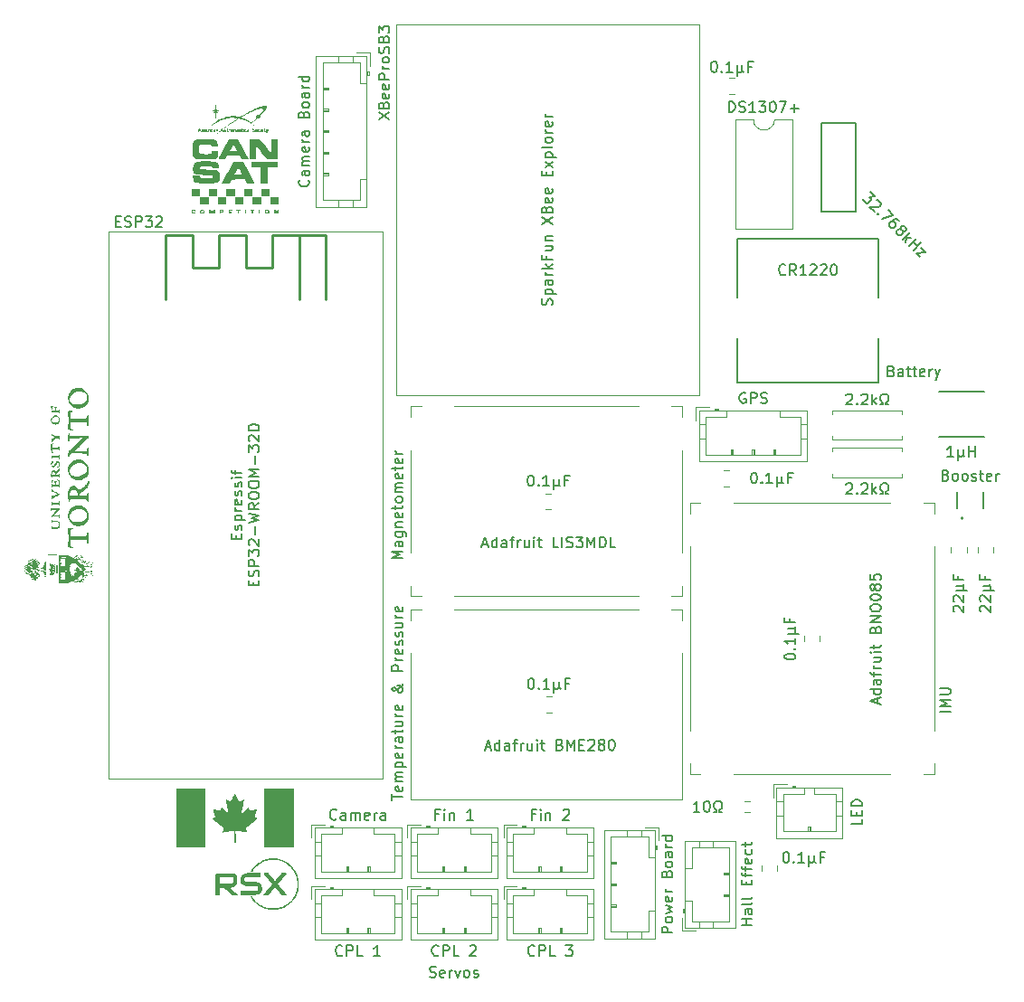
<source format=gbr>
%TF.GenerationSoftware,KiCad,Pcbnew,8.0.5*%
%TF.CreationDate,2025-04-28T01:27:16-04:00*%
%TF.ProjectId,CanSat_Sensor_Board,43616e53-6174-45f5-9365-6e736f725f42,rev?*%
%TF.SameCoordinates,Original*%
%TF.FileFunction,Legend,Top*%
%TF.FilePolarity,Positive*%
%FSLAX46Y46*%
G04 Gerber Fmt 4.6, Leading zero omitted, Abs format (unit mm)*
G04 Created by KiCad (PCBNEW 8.0.5) date 2025-04-28 01:27:16*
%MOMM*%
%LPD*%
G01*
G04 APERTURE LIST*
%ADD10C,0.150000*%
%ADD11C,0.120000*%
%ADD12C,0.000000*%
%ADD13C,0.100000*%
%ADD14C,0.250000*%
%ADD15C,0.127000*%
%ADD16C,0.152400*%
%ADD17C,0.200000*%
G04 APERTURE END LIST*
D10*
X153657200Y-82254763D02*
X153704819Y-82111906D01*
X153704819Y-82111906D02*
X153704819Y-81873811D01*
X153704819Y-81873811D02*
X153657200Y-81778573D01*
X153657200Y-81778573D02*
X153609580Y-81730954D01*
X153609580Y-81730954D02*
X153514342Y-81683335D01*
X153514342Y-81683335D02*
X153419104Y-81683335D01*
X153419104Y-81683335D02*
X153323866Y-81730954D01*
X153323866Y-81730954D02*
X153276247Y-81778573D01*
X153276247Y-81778573D02*
X153228628Y-81873811D01*
X153228628Y-81873811D02*
X153181009Y-82064287D01*
X153181009Y-82064287D02*
X153133390Y-82159525D01*
X153133390Y-82159525D02*
X153085771Y-82207144D01*
X153085771Y-82207144D02*
X152990533Y-82254763D01*
X152990533Y-82254763D02*
X152895295Y-82254763D01*
X152895295Y-82254763D02*
X152800057Y-82207144D01*
X152800057Y-82207144D02*
X152752438Y-82159525D01*
X152752438Y-82159525D02*
X152704819Y-82064287D01*
X152704819Y-82064287D02*
X152704819Y-81826192D01*
X152704819Y-81826192D02*
X152752438Y-81683335D01*
X153038152Y-81254763D02*
X154038152Y-81254763D01*
X153085771Y-81254763D02*
X153038152Y-81159525D01*
X153038152Y-81159525D02*
X153038152Y-80969049D01*
X153038152Y-80969049D02*
X153085771Y-80873811D01*
X153085771Y-80873811D02*
X153133390Y-80826192D01*
X153133390Y-80826192D02*
X153228628Y-80778573D01*
X153228628Y-80778573D02*
X153514342Y-80778573D01*
X153514342Y-80778573D02*
X153609580Y-80826192D01*
X153609580Y-80826192D02*
X153657200Y-80873811D01*
X153657200Y-80873811D02*
X153704819Y-80969049D01*
X153704819Y-80969049D02*
X153704819Y-81159525D01*
X153704819Y-81159525D02*
X153657200Y-81254763D01*
X153704819Y-79921430D02*
X153181009Y-79921430D01*
X153181009Y-79921430D02*
X153085771Y-79969049D01*
X153085771Y-79969049D02*
X153038152Y-80064287D01*
X153038152Y-80064287D02*
X153038152Y-80254763D01*
X153038152Y-80254763D02*
X153085771Y-80350001D01*
X153657200Y-79921430D02*
X153704819Y-80016668D01*
X153704819Y-80016668D02*
X153704819Y-80254763D01*
X153704819Y-80254763D02*
X153657200Y-80350001D01*
X153657200Y-80350001D02*
X153561961Y-80397620D01*
X153561961Y-80397620D02*
X153466723Y-80397620D01*
X153466723Y-80397620D02*
X153371485Y-80350001D01*
X153371485Y-80350001D02*
X153323866Y-80254763D01*
X153323866Y-80254763D02*
X153323866Y-80016668D01*
X153323866Y-80016668D02*
X153276247Y-79921430D01*
X153704819Y-79445239D02*
X153038152Y-79445239D01*
X153228628Y-79445239D02*
X153133390Y-79397620D01*
X153133390Y-79397620D02*
X153085771Y-79350001D01*
X153085771Y-79350001D02*
X153038152Y-79254763D01*
X153038152Y-79254763D02*
X153038152Y-79159525D01*
X153704819Y-78826191D02*
X152704819Y-78826191D01*
X153323866Y-78730953D02*
X153704819Y-78445239D01*
X153038152Y-78445239D02*
X153419104Y-78826191D01*
X153181009Y-77683334D02*
X153181009Y-78016667D01*
X153704819Y-78016667D02*
X152704819Y-78016667D01*
X152704819Y-78016667D02*
X152704819Y-77540477D01*
X153038152Y-76730953D02*
X153704819Y-76730953D01*
X153038152Y-77159524D02*
X153561961Y-77159524D01*
X153561961Y-77159524D02*
X153657200Y-77111905D01*
X153657200Y-77111905D02*
X153704819Y-77016667D01*
X153704819Y-77016667D02*
X153704819Y-76873810D01*
X153704819Y-76873810D02*
X153657200Y-76778572D01*
X153657200Y-76778572D02*
X153609580Y-76730953D01*
X153038152Y-76254762D02*
X153704819Y-76254762D01*
X153133390Y-76254762D02*
X153085771Y-76207143D01*
X153085771Y-76207143D02*
X153038152Y-76111905D01*
X153038152Y-76111905D02*
X153038152Y-75969048D01*
X153038152Y-75969048D02*
X153085771Y-75873810D01*
X153085771Y-75873810D02*
X153181009Y-75826191D01*
X153181009Y-75826191D02*
X153704819Y-75826191D01*
X152704819Y-74683333D02*
X153704819Y-74016667D01*
X152704819Y-74016667D02*
X153704819Y-74683333D01*
X153181009Y-73302381D02*
X153228628Y-73159524D01*
X153228628Y-73159524D02*
X153276247Y-73111905D01*
X153276247Y-73111905D02*
X153371485Y-73064286D01*
X153371485Y-73064286D02*
X153514342Y-73064286D01*
X153514342Y-73064286D02*
X153609580Y-73111905D01*
X153609580Y-73111905D02*
X153657200Y-73159524D01*
X153657200Y-73159524D02*
X153704819Y-73254762D01*
X153704819Y-73254762D02*
X153704819Y-73635714D01*
X153704819Y-73635714D02*
X152704819Y-73635714D01*
X152704819Y-73635714D02*
X152704819Y-73302381D01*
X152704819Y-73302381D02*
X152752438Y-73207143D01*
X152752438Y-73207143D02*
X152800057Y-73159524D01*
X152800057Y-73159524D02*
X152895295Y-73111905D01*
X152895295Y-73111905D02*
X152990533Y-73111905D01*
X152990533Y-73111905D02*
X153085771Y-73159524D01*
X153085771Y-73159524D02*
X153133390Y-73207143D01*
X153133390Y-73207143D02*
X153181009Y-73302381D01*
X153181009Y-73302381D02*
X153181009Y-73635714D01*
X153657200Y-72254762D02*
X153704819Y-72350000D01*
X153704819Y-72350000D02*
X153704819Y-72540476D01*
X153704819Y-72540476D02*
X153657200Y-72635714D01*
X153657200Y-72635714D02*
X153561961Y-72683333D01*
X153561961Y-72683333D02*
X153181009Y-72683333D01*
X153181009Y-72683333D02*
X153085771Y-72635714D01*
X153085771Y-72635714D02*
X153038152Y-72540476D01*
X153038152Y-72540476D02*
X153038152Y-72350000D01*
X153038152Y-72350000D02*
X153085771Y-72254762D01*
X153085771Y-72254762D02*
X153181009Y-72207143D01*
X153181009Y-72207143D02*
X153276247Y-72207143D01*
X153276247Y-72207143D02*
X153371485Y-72683333D01*
X153657200Y-71397619D02*
X153704819Y-71492857D01*
X153704819Y-71492857D02*
X153704819Y-71683333D01*
X153704819Y-71683333D02*
X153657200Y-71778571D01*
X153657200Y-71778571D02*
X153561961Y-71826190D01*
X153561961Y-71826190D02*
X153181009Y-71826190D01*
X153181009Y-71826190D02*
X153085771Y-71778571D01*
X153085771Y-71778571D02*
X153038152Y-71683333D01*
X153038152Y-71683333D02*
X153038152Y-71492857D01*
X153038152Y-71492857D02*
X153085771Y-71397619D01*
X153085771Y-71397619D02*
X153181009Y-71350000D01*
X153181009Y-71350000D02*
X153276247Y-71350000D01*
X153276247Y-71350000D02*
X153371485Y-71826190D01*
X153181009Y-70159523D02*
X153181009Y-69826190D01*
X153704819Y-69683333D02*
X153704819Y-70159523D01*
X153704819Y-70159523D02*
X152704819Y-70159523D01*
X152704819Y-70159523D02*
X152704819Y-69683333D01*
X153704819Y-69349999D02*
X153038152Y-68826190D01*
X153038152Y-69349999D02*
X153704819Y-68826190D01*
X153038152Y-68445237D02*
X154038152Y-68445237D01*
X153085771Y-68445237D02*
X153038152Y-68349999D01*
X153038152Y-68349999D02*
X153038152Y-68159523D01*
X153038152Y-68159523D02*
X153085771Y-68064285D01*
X153085771Y-68064285D02*
X153133390Y-68016666D01*
X153133390Y-68016666D02*
X153228628Y-67969047D01*
X153228628Y-67969047D02*
X153514342Y-67969047D01*
X153514342Y-67969047D02*
X153609580Y-68016666D01*
X153609580Y-68016666D02*
X153657200Y-68064285D01*
X153657200Y-68064285D02*
X153704819Y-68159523D01*
X153704819Y-68159523D02*
X153704819Y-68349999D01*
X153704819Y-68349999D02*
X153657200Y-68445237D01*
X153704819Y-67397618D02*
X153657200Y-67492856D01*
X153657200Y-67492856D02*
X153561961Y-67540475D01*
X153561961Y-67540475D02*
X152704819Y-67540475D01*
X153704819Y-66873808D02*
X153657200Y-66969046D01*
X153657200Y-66969046D02*
X153609580Y-67016665D01*
X153609580Y-67016665D02*
X153514342Y-67064284D01*
X153514342Y-67064284D02*
X153228628Y-67064284D01*
X153228628Y-67064284D02*
X153133390Y-67016665D01*
X153133390Y-67016665D02*
X153085771Y-66969046D01*
X153085771Y-66969046D02*
X153038152Y-66873808D01*
X153038152Y-66873808D02*
X153038152Y-66730951D01*
X153038152Y-66730951D02*
X153085771Y-66635713D01*
X153085771Y-66635713D02*
X153133390Y-66588094D01*
X153133390Y-66588094D02*
X153228628Y-66540475D01*
X153228628Y-66540475D02*
X153514342Y-66540475D01*
X153514342Y-66540475D02*
X153609580Y-66588094D01*
X153609580Y-66588094D02*
X153657200Y-66635713D01*
X153657200Y-66635713D02*
X153704819Y-66730951D01*
X153704819Y-66730951D02*
X153704819Y-66873808D01*
X153704819Y-66111903D02*
X153038152Y-66111903D01*
X153228628Y-66111903D02*
X153133390Y-66064284D01*
X153133390Y-66064284D02*
X153085771Y-66016665D01*
X153085771Y-66016665D02*
X153038152Y-65921427D01*
X153038152Y-65921427D02*
X153038152Y-65826189D01*
X153657200Y-65111903D02*
X153704819Y-65207141D01*
X153704819Y-65207141D02*
X153704819Y-65397617D01*
X153704819Y-65397617D02*
X153657200Y-65492855D01*
X153657200Y-65492855D02*
X153561961Y-65540474D01*
X153561961Y-65540474D02*
X153181009Y-65540474D01*
X153181009Y-65540474D02*
X153085771Y-65492855D01*
X153085771Y-65492855D02*
X153038152Y-65397617D01*
X153038152Y-65397617D02*
X153038152Y-65207141D01*
X153038152Y-65207141D02*
X153085771Y-65111903D01*
X153085771Y-65111903D02*
X153181009Y-65064284D01*
X153181009Y-65064284D02*
X153276247Y-65064284D01*
X153276247Y-65064284D02*
X153371485Y-65540474D01*
X153704819Y-64635712D02*
X153038152Y-64635712D01*
X153228628Y-64635712D02*
X153133390Y-64588093D01*
X153133390Y-64588093D02*
X153085771Y-64540474D01*
X153085771Y-64540474D02*
X153038152Y-64445236D01*
X153038152Y-64445236D02*
X153038152Y-64349998D01*
X175524761Y-79359580D02*
X175477142Y-79407200D01*
X175477142Y-79407200D02*
X175334285Y-79454819D01*
X175334285Y-79454819D02*
X175239047Y-79454819D01*
X175239047Y-79454819D02*
X175096190Y-79407200D01*
X175096190Y-79407200D02*
X175000952Y-79311961D01*
X175000952Y-79311961D02*
X174953333Y-79216723D01*
X174953333Y-79216723D02*
X174905714Y-79026247D01*
X174905714Y-79026247D02*
X174905714Y-78883390D01*
X174905714Y-78883390D02*
X174953333Y-78692914D01*
X174953333Y-78692914D02*
X175000952Y-78597676D01*
X175000952Y-78597676D02*
X175096190Y-78502438D01*
X175096190Y-78502438D02*
X175239047Y-78454819D01*
X175239047Y-78454819D02*
X175334285Y-78454819D01*
X175334285Y-78454819D02*
X175477142Y-78502438D01*
X175477142Y-78502438D02*
X175524761Y-78550057D01*
X176524761Y-79454819D02*
X176191428Y-78978628D01*
X175953333Y-79454819D02*
X175953333Y-78454819D01*
X175953333Y-78454819D02*
X176334285Y-78454819D01*
X176334285Y-78454819D02*
X176429523Y-78502438D01*
X176429523Y-78502438D02*
X176477142Y-78550057D01*
X176477142Y-78550057D02*
X176524761Y-78645295D01*
X176524761Y-78645295D02*
X176524761Y-78788152D01*
X176524761Y-78788152D02*
X176477142Y-78883390D01*
X176477142Y-78883390D02*
X176429523Y-78931009D01*
X176429523Y-78931009D02*
X176334285Y-78978628D01*
X176334285Y-78978628D02*
X175953333Y-78978628D01*
X177477142Y-79454819D02*
X176905714Y-79454819D01*
X177191428Y-79454819D02*
X177191428Y-78454819D01*
X177191428Y-78454819D02*
X177096190Y-78597676D01*
X177096190Y-78597676D02*
X177000952Y-78692914D01*
X177000952Y-78692914D02*
X176905714Y-78740533D01*
X177858095Y-78550057D02*
X177905714Y-78502438D01*
X177905714Y-78502438D02*
X178000952Y-78454819D01*
X178000952Y-78454819D02*
X178239047Y-78454819D01*
X178239047Y-78454819D02*
X178334285Y-78502438D01*
X178334285Y-78502438D02*
X178381904Y-78550057D01*
X178381904Y-78550057D02*
X178429523Y-78645295D01*
X178429523Y-78645295D02*
X178429523Y-78740533D01*
X178429523Y-78740533D02*
X178381904Y-78883390D01*
X178381904Y-78883390D02*
X177810476Y-79454819D01*
X177810476Y-79454819D02*
X178429523Y-79454819D01*
X178810476Y-78550057D02*
X178858095Y-78502438D01*
X178858095Y-78502438D02*
X178953333Y-78454819D01*
X178953333Y-78454819D02*
X179191428Y-78454819D01*
X179191428Y-78454819D02*
X179286666Y-78502438D01*
X179286666Y-78502438D02*
X179334285Y-78550057D01*
X179334285Y-78550057D02*
X179381904Y-78645295D01*
X179381904Y-78645295D02*
X179381904Y-78740533D01*
X179381904Y-78740533D02*
X179334285Y-78883390D01*
X179334285Y-78883390D02*
X178762857Y-79454819D01*
X178762857Y-79454819D02*
X179381904Y-79454819D01*
X180000952Y-78454819D02*
X180096190Y-78454819D01*
X180096190Y-78454819D02*
X180191428Y-78502438D01*
X180191428Y-78502438D02*
X180239047Y-78550057D01*
X180239047Y-78550057D02*
X180286666Y-78645295D01*
X180286666Y-78645295D02*
X180334285Y-78835771D01*
X180334285Y-78835771D02*
X180334285Y-79073866D01*
X180334285Y-79073866D02*
X180286666Y-79264342D01*
X180286666Y-79264342D02*
X180239047Y-79359580D01*
X180239047Y-79359580D02*
X180191428Y-79407200D01*
X180191428Y-79407200D02*
X180096190Y-79454819D01*
X180096190Y-79454819D02*
X180000952Y-79454819D01*
X180000952Y-79454819D02*
X179905714Y-79407200D01*
X179905714Y-79407200D02*
X179858095Y-79359580D01*
X179858095Y-79359580D02*
X179810476Y-79264342D01*
X179810476Y-79264342D02*
X179762857Y-79073866D01*
X179762857Y-79073866D02*
X179762857Y-78835771D01*
X179762857Y-78835771D02*
X179810476Y-78645295D01*
X179810476Y-78645295D02*
X179858095Y-78550057D01*
X179858095Y-78550057D02*
X179905714Y-78502438D01*
X179905714Y-78502438D02*
X180000952Y-78454819D01*
X142238095Y-145157200D02*
X142380952Y-145204819D01*
X142380952Y-145204819D02*
X142619047Y-145204819D01*
X142619047Y-145204819D02*
X142714285Y-145157200D01*
X142714285Y-145157200D02*
X142761904Y-145109580D01*
X142761904Y-145109580D02*
X142809523Y-145014342D01*
X142809523Y-145014342D02*
X142809523Y-144919104D01*
X142809523Y-144919104D02*
X142761904Y-144823866D01*
X142761904Y-144823866D02*
X142714285Y-144776247D01*
X142714285Y-144776247D02*
X142619047Y-144728628D01*
X142619047Y-144728628D02*
X142428571Y-144681009D01*
X142428571Y-144681009D02*
X142333333Y-144633390D01*
X142333333Y-144633390D02*
X142285714Y-144585771D01*
X142285714Y-144585771D02*
X142238095Y-144490533D01*
X142238095Y-144490533D02*
X142238095Y-144395295D01*
X142238095Y-144395295D02*
X142285714Y-144300057D01*
X142285714Y-144300057D02*
X142333333Y-144252438D01*
X142333333Y-144252438D02*
X142428571Y-144204819D01*
X142428571Y-144204819D02*
X142666666Y-144204819D01*
X142666666Y-144204819D02*
X142809523Y-144252438D01*
X143619047Y-145157200D02*
X143523809Y-145204819D01*
X143523809Y-145204819D02*
X143333333Y-145204819D01*
X143333333Y-145204819D02*
X143238095Y-145157200D01*
X143238095Y-145157200D02*
X143190476Y-145061961D01*
X143190476Y-145061961D02*
X143190476Y-144681009D01*
X143190476Y-144681009D02*
X143238095Y-144585771D01*
X143238095Y-144585771D02*
X143333333Y-144538152D01*
X143333333Y-144538152D02*
X143523809Y-144538152D01*
X143523809Y-144538152D02*
X143619047Y-144585771D01*
X143619047Y-144585771D02*
X143666666Y-144681009D01*
X143666666Y-144681009D02*
X143666666Y-144776247D01*
X143666666Y-144776247D02*
X143190476Y-144871485D01*
X144095238Y-145204819D02*
X144095238Y-144538152D01*
X144095238Y-144728628D02*
X144142857Y-144633390D01*
X144142857Y-144633390D02*
X144190476Y-144585771D01*
X144190476Y-144585771D02*
X144285714Y-144538152D01*
X144285714Y-144538152D02*
X144380952Y-144538152D01*
X144619048Y-144538152D02*
X144857143Y-145204819D01*
X144857143Y-145204819D02*
X145095238Y-144538152D01*
X145619048Y-145204819D02*
X145523810Y-145157200D01*
X145523810Y-145157200D02*
X145476191Y-145109580D01*
X145476191Y-145109580D02*
X145428572Y-145014342D01*
X145428572Y-145014342D02*
X145428572Y-144728628D01*
X145428572Y-144728628D02*
X145476191Y-144633390D01*
X145476191Y-144633390D02*
X145523810Y-144585771D01*
X145523810Y-144585771D02*
X145619048Y-144538152D01*
X145619048Y-144538152D02*
X145761905Y-144538152D01*
X145761905Y-144538152D02*
X145857143Y-144585771D01*
X145857143Y-144585771D02*
X145904762Y-144633390D01*
X145904762Y-144633390D02*
X145952381Y-144728628D01*
X145952381Y-144728628D02*
X145952381Y-145014342D01*
X145952381Y-145014342D02*
X145904762Y-145109580D01*
X145904762Y-145109580D02*
X145857143Y-145157200D01*
X145857143Y-145157200D02*
X145761905Y-145204819D01*
X145761905Y-145204819D02*
X145619048Y-145204819D01*
X146333334Y-145157200D02*
X146428572Y-145204819D01*
X146428572Y-145204819D02*
X146619048Y-145204819D01*
X146619048Y-145204819D02*
X146714286Y-145157200D01*
X146714286Y-145157200D02*
X146761905Y-145061961D01*
X146761905Y-145061961D02*
X146761905Y-145014342D01*
X146761905Y-145014342D02*
X146714286Y-144919104D01*
X146714286Y-144919104D02*
X146619048Y-144871485D01*
X146619048Y-144871485D02*
X146476191Y-144871485D01*
X146476191Y-144871485D02*
X146380953Y-144823866D01*
X146380953Y-144823866D02*
X146333334Y-144728628D01*
X146333334Y-144728628D02*
X146333334Y-144681009D01*
X146333334Y-144681009D02*
X146380953Y-144585771D01*
X146380953Y-144585771D02*
X146476191Y-144538152D01*
X146476191Y-144538152D02*
X146619048Y-144538152D01*
X146619048Y-144538152D02*
X146714286Y-144585771D01*
X147452380Y-123669104D02*
X147928570Y-123669104D01*
X147357142Y-123954819D02*
X147690475Y-122954819D01*
X147690475Y-122954819D02*
X148023808Y-123954819D01*
X148785713Y-123954819D02*
X148785713Y-122954819D01*
X148785713Y-123907200D02*
X148690475Y-123954819D01*
X148690475Y-123954819D02*
X148499999Y-123954819D01*
X148499999Y-123954819D02*
X148404761Y-123907200D01*
X148404761Y-123907200D02*
X148357142Y-123859580D01*
X148357142Y-123859580D02*
X148309523Y-123764342D01*
X148309523Y-123764342D02*
X148309523Y-123478628D01*
X148309523Y-123478628D02*
X148357142Y-123383390D01*
X148357142Y-123383390D02*
X148404761Y-123335771D01*
X148404761Y-123335771D02*
X148499999Y-123288152D01*
X148499999Y-123288152D02*
X148690475Y-123288152D01*
X148690475Y-123288152D02*
X148785713Y-123335771D01*
X149690475Y-123954819D02*
X149690475Y-123431009D01*
X149690475Y-123431009D02*
X149642856Y-123335771D01*
X149642856Y-123335771D02*
X149547618Y-123288152D01*
X149547618Y-123288152D02*
X149357142Y-123288152D01*
X149357142Y-123288152D02*
X149261904Y-123335771D01*
X149690475Y-123907200D02*
X149595237Y-123954819D01*
X149595237Y-123954819D02*
X149357142Y-123954819D01*
X149357142Y-123954819D02*
X149261904Y-123907200D01*
X149261904Y-123907200D02*
X149214285Y-123811961D01*
X149214285Y-123811961D02*
X149214285Y-123716723D01*
X149214285Y-123716723D02*
X149261904Y-123621485D01*
X149261904Y-123621485D02*
X149357142Y-123573866D01*
X149357142Y-123573866D02*
X149595237Y-123573866D01*
X149595237Y-123573866D02*
X149690475Y-123526247D01*
X150023809Y-123288152D02*
X150404761Y-123288152D01*
X150166666Y-123954819D02*
X150166666Y-123097676D01*
X150166666Y-123097676D02*
X150214285Y-123002438D01*
X150214285Y-123002438D02*
X150309523Y-122954819D01*
X150309523Y-122954819D02*
X150404761Y-122954819D01*
X150738095Y-123954819D02*
X150738095Y-123288152D01*
X150738095Y-123478628D02*
X150785714Y-123383390D01*
X150785714Y-123383390D02*
X150833333Y-123335771D01*
X150833333Y-123335771D02*
X150928571Y-123288152D01*
X150928571Y-123288152D02*
X151023809Y-123288152D01*
X151785714Y-123288152D02*
X151785714Y-123954819D01*
X151357143Y-123288152D02*
X151357143Y-123811961D01*
X151357143Y-123811961D02*
X151404762Y-123907200D01*
X151404762Y-123907200D02*
X151500000Y-123954819D01*
X151500000Y-123954819D02*
X151642857Y-123954819D01*
X151642857Y-123954819D02*
X151738095Y-123907200D01*
X151738095Y-123907200D02*
X151785714Y-123859580D01*
X152261905Y-123954819D02*
X152261905Y-123288152D01*
X152261905Y-122954819D02*
X152214286Y-123002438D01*
X152214286Y-123002438D02*
X152261905Y-123050057D01*
X152261905Y-123050057D02*
X152309524Y-123002438D01*
X152309524Y-123002438D02*
X152261905Y-122954819D01*
X152261905Y-122954819D02*
X152261905Y-123050057D01*
X152595238Y-123288152D02*
X152976190Y-123288152D01*
X152738095Y-122954819D02*
X152738095Y-123811961D01*
X152738095Y-123811961D02*
X152785714Y-123907200D01*
X152785714Y-123907200D02*
X152880952Y-123954819D01*
X152880952Y-123954819D02*
X152976190Y-123954819D01*
X154404762Y-123431009D02*
X154547619Y-123478628D01*
X154547619Y-123478628D02*
X154595238Y-123526247D01*
X154595238Y-123526247D02*
X154642857Y-123621485D01*
X154642857Y-123621485D02*
X154642857Y-123764342D01*
X154642857Y-123764342D02*
X154595238Y-123859580D01*
X154595238Y-123859580D02*
X154547619Y-123907200D01*
X154547619Y-123907200D02*
X154452381Y-123954819D01*
X154452381Y-123954819D02*
X154071429Y-123954819D01*
X154071429Y-123954819D02*
X154071429Y-122954819D01*
X154071429Y-122954819D02*
X154404762Y-122954819D01*
X154404762Y-122954819D02*
X154500000Y-123002438D01*
X154500000Y-123002438D02*
X154547619Y-123050057D01*
X154547619Y-123050057D02*
X154595238Y-123145295D01*
X154595238Y-123145295D02*
X154595238Y-123240533D01*
X154595238Y-123240533D02*
X154547619Y-123335771D01*
X154547619Y-123335771D02*
X154500000Y-123383390D01*
X154500000Y-123383390D02*
X154404762Y-123431009D01*
X154404762Y-123431009D02*
X154071429Y-123431009D01*
X155071429Y-123954819D02*
X155071429Y-122954819D01*
X155071429Y-122954819D02*
X155404762Y-123669104D01*
X155404762Y-123669104D02*
X155738095Y-122954819D01*
X155738095Y-122954819D02*
X155738095Y-123954819D01*
X156214286Y-123431009D02*
X156547619Y-123431009D01*
X156690476Y-123954819D02*
X156214286Y-123954819D01*
X156214286Y-123954819D02*
X156214286Y-122954819D01*
X156214286Y-122954819D02*
X156690476Y-122954819D01*
X157071429Y-123050057D02*
X157119048Y-123002438D01*
X157119048Y-123002438D02*
X157214286Y-122954819D01*
X157214286Y-122954819D02*
X157452381Y-122954819D01*
X157452381Y-122954819D02*
X157547619Y-123002438D01*
X157547619Y-123002438D02*
X157595238Y-123050057D01*
X157595238Y-123050057D02*
X157642857Y-123145295D01*
X157642857Y-123145295D02*
X157642857Y-123240533D01*
X157642857Y-123240533D02*
X157595238Y-123383390D01*
X157595238Y-123383390D02*
X157023810Y-123954819D01*
X157023810Y-123954819D02*
X157642857Y-123954819D01*
X158214286Y-123383390D02*
X158119048Y-123335771D01*
X158119048Y-123335771D02*
X158071429Y-123288152D01*
X158071429Y-123288152D02*
X158023810Y-123192914D01*
X158023810Y-123192914D02*
X158023810Y-123145295D01*
X158023810Y-123145295D02*
X158071429Y-123050057D01*
X158071429Y-123050057D02*
X158119048Y-123002438D01*
X158119048Y-123002438D02*
X158214286Y-122954819D01*
X158214286Y-122954819D02*
X158404762Y-122954819D01*
X158404762Y-122954819D02*
X158500000Y-123002438D01*
X158500000Y-123002438D02*
X158547619Y-123050057D01*
X158547619Y-123050057D02*
X158595238Y-123145295D01*
X158595238Y-123145295D02*
X158595238Y-123192914D01*
X158595238Y-123192914D02*
X158547619Y-123288152D01*
X158547619Y-123288152D02*
X158500000Y-123335771D01*
X158500000Y-123335771D02*
X158404762Y-123383390D01*
X158404762Y-123383390D02*
X158214286Y-123383390D01*
X158214286Y-123383390D02*
X158119048Y-123431009D01*
X158119048Y-123431009D02*
X158071429Y-123478628D01*
X158071429Y-123478628D02*
X158023810Y-123573866D01*
X158023810Y-123573866D02*
X158023810Y-123764342D01*
X158023810Y-123764342D02*
X158071429Y-123859580D01*
X158071429Y-123859580D02*
X158119048Y-123907200D01*
X158119048Y-123907200D02*
X158214286Y-123954819D01*
X158214286Y-123954819D02*
X158404762Y-123954819D01*
X158404762Y-123954819D02*
X158500000Y-123907200D01*
X158500000Y-123907200D02*
X158547619Y-123859580D01*
X158547619Y-123859580D02*
X158595238Y-123764342D01*
X158595238Y-123764342D02*
X158595238Y-123573866D01*
X158595238Y-123573866D02*
X158547619Y-123478628D01*
X158547619Y-123478628D02*
X158500000Y-123431009D01*
X158500000Y-123431009D02*
X158404762Y-123383390D01*
X159214286Y-122954819D02*
X159309524Y-122954819D01*
X159309524Y-122954819D02*
X159404762Y-123002438D01*
X159404762Y-123002438D02*
X159452381Y-123050057D01*
X159452381Y-123050057D02*
X159500000Y-123145295D01*
X159500000Y-123145295D02*
X159547619Y-123335771D01*
X159547619Y-123335771D02*
X159547619Y-123573866D01*
X159547619Y-123573866D02*
X159500000Y-123764342D01*
X159500000Y-123764342D02*
X159452381Y-123859580D01*
X159452381Y-123859580D02*
X159404762Y-123907200D01*
X159404762Y-123907200D02*
X159309524Y-123954819D01*
X159309524Y-123954819D02*
X159214286Y-123954819D01*
X159214286Y-123954819D02*
X159119048Y-123907200D01*
X159119048Y-123907200D02*
X159071429Y-123859580D01*
X159071429Y-123859580D02*
X159023810Y-123764342D01*
X159023810Y-123764342D02*
X158976191Y-123573866D01*
X158976191Y-123573866D02*
X158976191Y-123335771D01*
X158976191Y-123335771D02*
X159023810Y-123145295D01*
X159023810Y-123145295D02*
X159071429Y-123050057D01*
X159071429Y-123050057D02*
X159119048Y-123002438D01*
X159119048Y-123002438D02*
X159214286Y-122954819D01*
X147183333Y-104669104D02*
X147659523Y-104669104D01*
X147088095Y-104954819D02*
X147421428Y-103954819D01*
X147421428Y-103954819D02*
X147754761Y-104954819D01*
X148516666Y-104954819D02*
X148516666Y-103954819D01*
X148516666Y-104907200D02*
X148421428Y-104954819D01*
X148421428Y-104954819D02*
X148230952Y-104954819D01*
X148230952Y-104954819D02*
X148135714Y-104907200D01*
X148135714Y-104907200D02*
X148088095Y-104859580D01*
X148088095Y-104859580D02*
X148040476Y-104764342D01*
X148040476Y-104764342D02*
X148040476Y-104478628D01*
X148040476Y-104478628D02*
X148088095Y-104383390D01*
X148088095Y-104383390D02*
X148135714Y-104335771D01*
X148135714Y-104335771D02*
X148230952Y-104288152D01*
X148230952Y-104288152D02*
X148421428Y-104288152D01*
X148421428Y-104288152D02*
X148516666Y-104335771D01*
X149421428Y-104954819D02*
X149421428Y-104431009D01*
X149421428Y-104431009D02*
X149373809Y-104335771D01*
X149373809Y-104335771D02*
X149278571Y-104288152D01*
X149278571Y-104288152D02*
X149088095Y-104288152D01*
X149088095Y-104288152D02*
X148992857Y-104335771D01*
X149421428Y-104907200D02*
X149326190Y-104954819D01*
X149326190Y-104954819D02*
X149088095Y-104954819D01*
X149088095Y-104954819D02*
X148992857Y-104907200D01*
X148992857Y-104907200D02*
X148945238Y-104811961D01*
X148945238Y-104811961D02*
X148945238Y-104716723D01*
X148945238Y-104716723D02*
X148992857Y-104621485D01*
X148992857Y-104621485D02*
X149088095Y-104573866D01*
X149088095Y-104573866D02*
X149326190Y-104573866D01*
X149326190Y-104573866D02*
X149421428Y-104526247D01*
X149754762Y-104288152D02*
X150135714Y-104288152D01*
X149897619Y-104954819D02*
X149897619Y-104097676D01*
X149897619Y-104097676D02*
X149945238Y-104002438D01*
X149945238Y-104002438D02*
X150040476Y-103954819D01*
X150040476Y-103954819D02*
X150135714Y-103954819D01*
X150469048Y-104954819D02*
X150469048Y-104288152D01*
X150469048Y-104478628D02*
X150516667Y-104383390D01*
X150516667Y-104383390D02*
X150564286Y-104335771D01*
X150564286Y-104335771D02*
X150659524Y-104288152D01*
X150659524Y-104288152D02*
X150754762Y-104288152D01*
X151516667Y-104288152D02*
X151516667Y-104954819D01*
X151088096Y-104288152D02*
X151088096Y-104811961D01*
X151088096Y-104811961D02*
X151135715Y-104907200D01*
X151135715Y-104907200D02*
X151230953Y-104954819D01*
X151230953Y-104954819D02*
X151373810Y-104954819D01*
X151373810Y-104954819D02*
X151469048Y-104907200D01*
X151469048Y-104907200D02*
X151516667Y-104859580D01*
X151992858Y-104954819D02*
X151992858Y-104288152D01*
X151992858Y-103954819D02*
X151945239Y-104002438D01*
X151945239Y-104002438D02*
X151992858Y-104050057D01*
X151992858Y-104050057D02*
X152040477Y-104002438D01*
X152040477Y-104002438D02*
X151992858Y-103954819D01*
X151992858Y-103954819D02*
X151992858Y-104050057D01*
X152326191Y-104288152D02*
X152707143Y-104288152D01*
X152469048Y-103954819D02*
X152469048Y-104811961D01*
X152469048Y-104811961D02*
X152516667Y-104907200D01*
X152516667Y-104907200D02*
X152611905Y-104954819D01*
X152611905Y-104954819D02*
X152707143Y-104954819D01*
X154278572Y-104954819D02*
X153802382Y-104954819D01*
X153802382Y-104954819D02*
X153802382Y-103954819D01*
X154611906Y-104954819D02*
X154611906Y-103954819D01*
X155040477Y-104907200D02*
X155183334Y-104954819D01*
X155183334Y-104954819D02*
X155421429Y-104954819D01*
X155421429Y-104954819D02*
X155516667Y-104907200D01*
X155516667Y-104907200D02*
X155564286Y-104859580D01*
X155564286Y-104859580D02*
X155611905Y-104764342D01*
X155611905Y-104764342D02*
X155611905Y-104669104D01*
X155611905Y-104669104D02*
X155564286Y-104573866D01*
X155564286Y-104573866D02*
X155516667Y-104526247D01*
X155516667Y-104526247D02*
X155421429Y-104478628D01*
X155421429Y-104478628D02*
X155230953Y-104431009D01*
X155230953Y-104431009D02*
X155135715Y-104383390D01*
X155135715Y-104383390D02*
X155088096Y-104335771D01*
X155088096Y-104335771D02*
X155040477Y-104240533D01*
X155040477Y-104240533D02*
X155040477Y-104145295D01*
X155040477Y-104145295D02*
X155088096Y-104050057D01*
X155088096Y-104050057D02*
X155135715Y-104002438D01*
X155135715Y-104002438D02*
X155230953Y-103954819D01*
X155230953Y-103954819D02*
X155469048Y-103954819D01*
X155469048Y-103954819D02*
X155611905Y-104002438D01*
X155945239Y-103954819D02*
X156564286Y-103954819D01*
X156564286Y-103954819D02*
X156230953Y-104335771D01*
X156230953Y-104335771D02*
X156373810Y-104335771D01*
X156373810Y-104335771D02*
X156469048Y-104383390D01*
X156469048Y-104383390D02*
X156516667Y-104431009D01*
X156516667Y-104431009D02*
X156564286Y-104526247D01*
X156564286Y-104526247D02*
X156564286Y-104764342D01*
X156564286Y-104764342D02*
X156516667Y-104859580D01*
X156516667Y-104859580D02*
X156469048Y-104907200D01*
X156469048Y-104907200D02*
X156373810Y-104954819D01*
X156373810Y-104954819D02*
X156088096Y-104954819D01*
X156088096Y-104954819D02*
X155992858Y-104907200D01*
X155992858Y-104907200D02*
X155945239Y-104859580D01*
X156992858Y-104954819D02*
X156992858Y-103954819D01*
X156992858Y-103954819D02*
X157326191Y-104669104D01*
X157326191Y-104669104D02*
X157659524Y-103954819D01*
X157659524Y-103954819D02*
X157659524Y-104954819D01*
X158135715Y-104954819D02*
X158135715Y-103954819D01*
X158135715Y-103954819D02*
X158373810Y-103954819D01*
X158373810Y-103954819D02*
X158516667Y-104002438D01*
X158516667Y-104002438D02*
X158611905Y-104097676D01*
X158611905Y-104097676D02*
X158659524Y-104192914D01*
X158659524Y-104192914D02*
X158707143Y-104383390D01*
X158707143Y-104383390D02*
X158707143Y-104526247D01*
X158707143Y-104526247D02*
X158659524Y-104716723D01*
X158659524Y-104716723D02*
X158611905Y-104811961D01*
X158611905Y-104811961D02*
X158516667Y-104907200D01*
X158516667Y-104907200D02*
X158373810Y-104954819D01*
X158373810Y-104954819D02*
X158135715Y-104954819D01*
X159611905Y-104954819D02*
X159135715Y-104954819D01*
X159135715Y-104954819D02*
X159135715Y-103954819D01*
X124126037Y-104142857D02*
X124126037Y-103809524D01*
X124649847Y-103666667D02*
X124649847Y-104142857D01*
X124649847Y-104142857D02*
X123649847Y-104142857D01*
X123649847Y-104142857D02*
X123649847Y-103666667D01*
X124602228Y-103285714D02*
X124649847Y-103190476D01*
X124649847Y-103190476D02*
X124649847Y-103000000D01*
X124649847Y-103000000D02*
X124602228Y-102904762D01*
X124602228Y-102904762D02*
X124506989Y-102857143D01*
X124506989Y-102857143D02*
X124459370Y-102857143D01*
X124459370Y-102857143D02*
X124364132Y-102904762D01*
X124364132Y-102904762D02*
X124316513Y-103000000D01*
X124316513Y-103000000D02*
X124316513Y-103142857D01*
X124316513Y-103142857D02*
X124268894Y-103238095D01*
X124268894Y-103238095D02*
X124173656Y-103285714D01*
X124173656Y-103285714D02*
X124126037Y-103285714D01*
X124126037Y-103285714D02*
X124030799Y-103238095D01*
X124030799Y-103238095D02*
X123983180Y-103142857D01*
X123983180Y-103142857D02*
X123983180Y-103000000D01*
X123983180Y-103000000D02*
X124030799Y-102904762D01*
X123983180Y-102428571D02*
X124983180Y-102428571D01*
X124030799Y-102428571D02*
X123983180Y-102333333D01*
X123983180Y-102333333D02*
X123983180Y-102142857D01*
X123983180Y-102142857D02*
X124030799Y-102047619D01*
X124030799Y-102047619D02*
X124078418Y-102000000D01*
X124078418Y-102000000D02*
X124173656Y-101952381D01*
X124173656Y-101952381D02*
X124459370Y-101952381D01*
X124459370Y-101952381D02*
X124554608Y-102000000D01*
X124554608Y-102000000D02*
X124602228Y-102047619D01*
X124602228Y-102047619D02*
X124649847Y-102142857D01*
X124649847Y-102142857D02*
X124649847Y-102333333D01*
X124649847Y-102333333D02*
X124602228Y-102428571D01*
X124649847Y-101523809D02*
X123983180Y-101523809D01*
X124173656Y-101523809D02*
X124078418Y-101476190D01*
X124078418Y-101476190D02*
X124030799Y-101428571D01*
X124030799Y-101428571D02*
X123983180Y-101333333D01*
X123983180Y-101333333D02*
X123983180Y-101238095D01*
X124602228Y-100523809D02*
X124649847Y-100619047D01*
X124649847Y-100619047D02*
X124649847Y-100809523D01*
X124649847Y-100809523D02*
X124602228Y-100904761D01*
X124602228Y-100904761D02*
X124506989Y-100952380D01*
X124506989Y-100952380D02*
X124126037Y-100952380D01*
X124126037Y-100952380D02*
X124030799Y-100904761D01*
X124030799Y-100904761D02*
X123983180Y-100809523D01*
X123983180Y-100809523D02*
X123983180Y-100619047D01*
X123983180Y-100619047D02*
X124030799Y-100523809D01*
X124030799Y-100523809D02*
X124126037Y-100476190D01*
X124126037Y-100476190D02*
X124221275Y-100476190D01*
X124221275Y-100476190D02*
X124316513Y-100952380D01*
X124602228Y-100095237D02*
X124649847Y-99999999D01*
X124649847Y-99999999D02*
X124649847Y-99809523D01*
X124649847Y-99809523D02*
X124602228Y-99714285D01*
X124602228Y-99714285D02*
X124506989Y-99666666D01*
X124506989Y-99666666D02*
X124459370Y-99666666D01*
X124459370Y-99666666D02*
X124364132Y-99714285D01*
X124364132Y-99714285D02*
X124316513Y-99809523D01*
X124316513Y-99809523D02*
X124316513Y-99952380D01*
X124316513Y-99952380D02*
X124268894Y-100047618D01*
X124268894Y-100047618D02*
X124173656Y-100095237D01*
X124173656Y-100095237D02*
X124126037Y-100095237D01*
X124126037Y-100095237D02*
X124030799Y-100047618D01*
X124030799Y-100047618D02*
X123983180Y-99952380D01*
X123983180Y-99952380D02*
X123983180Y-99809523D01*
X123983180Y-99809523D02*
X124030799Y-99714285D01*
X124602228Y-99285713D02*
X124649847Y-99190475D01*
X124649847Y-99190475D02*
X124649847Y-98999999D01*
X124649847Y-98999999D02*
X124602228Y-98904761D01*
X124602228Y-98904761D02*
X124506989Y-98857142D01*
X124506989Y-98857142D02*
X124459370Y-98857142D01*
X124459370Y-98857142D02*
X124364132Y-98904761D01*
X124364132Y-98904761D02*
X124316513Y-98999999D01*
X124316513Y-98999999D02*
X124316513Y-99142856D01*
X124316513Y-99142856D02*
X124268894Y-99238094D01*
X124268894Y-99238094D02*
X124173656Y-99285713D01*
X124173656Y-99285713D02*
X124126037Y-99285713D01*
X124126037Y-99285713D02*
X124030799Y-99238094D01*
X124030799Y-99238094D02*
X123983180Y-99142856D01*
X123983180Y-99142856D02*
X123983180Y-98999999D01*
X123983180Y-98999999D02*
X124030799Y-98904761D01*
X124649847Y-98428570D02*
X123983180Y-98428570D01*
X123649847Y-98428570D02*
X123697466Y-98476189D01*
X123697466Y-98476189D02*
X123745085Y-98428570D01*
X123745085Y-98428570D02*
X123697466Y-98380951D01*
X123697466Y-98380951D02*
X123649847Y-98428570D01*
X123649847Y-98428570D02*
X123745085Y-98428570D01*
X123983180Y-98095237D02*
X123983180Y-97714285D01*
X124649847Y-97952380D02*
X123792704Y-97952380D01*
X123792704Y-97952380D02*
X123697466Y-97904761D01*
X123697466Y-97904761D02*
X123649847Y-97809523D01*
X123649847Y-97809523D02*
X123649847Y-97714285D01*
X125735981Y-108523808D02*
X125735981Y-108190475D01*
X126259791Y-108047618D02*
X126259791Y-108523808D01*
X126259791Y-108523808D02*
X125259791Y-108523808D01*
X125259791Y-108523808D02*
X125259791Y-108047618D01*
X126212172Y-107666665D02*
X126259791Y-107523808D01*
X126259791Y-107523808D02*
X126259791Y-107285713D01*
X126259791Y-107285713D02*
X126212172Y-107190475D01*
X126212172Y-107190475D02*
X126164552Y-107142856D01*
X126164552Y-107142856D02*
X126069314Y-107095237D01*
X126069314Y-107095237D02*
X125974076Y-107095237D01*
X125974076Y-107095237D02*
X125878838Y-107142856D01*
X125878838Y-107142856D02*
X125831219Y-107190475D01*
X125831219Y-107190475D02*
X125783600Y-107285713D01*
X125783600Y-107285713D02*
X125735981Y-107476189D01*
X125735981Y-107476189D02*
X125688362Y-107571427D01*
X125688362Y-107571427D02*
X125640743Y-107619046D01*
X125640743Y-107619046D02*
X125545505Y-107666665D01*
X125545505Y-107666665D02*
X125450267Y-107666665D01*
X125450267Y-107666665D02*
X125355029Y-107619046D01*
X125355029Y-107619046D02*
X125307410Y-107571427D01*
X125307410Y-107571427D02*
X125259791Y-107476189D01*
X125259791Y-107476189D02*
X125259791Y-107238094D01*
X125259791Y-107238094D02*
X125307410Y-107095237D01*
X126259791Y-106666665D02*
X125259791Y-106666665D01*
X125259791Y-106666665D02*
X125259791Y-106285713D01*
X125259791Y-106285713D02*
X125307410Y-106190475D01*
X125307410Y-106190475D02*
X125355029Y-106142856D01*
X125355029Y-106142856D02*
X125450267Y-106095237D01*
X125450267Y-106095237D02*
X125593124Y-106095237D01*
X125593124Y-106095237D02*
X125688362Y-106142856D01*
X125688362Y-106142856D02*
X125735981Y-106190475D01*
X125735981Y-106190475D02*
X125783600Y-106285713D01*
X125783600Y-106285713D02*
X125783600Y-106666665D01*
X125259791Y-105761903D02*
X125259791Y-105142856D01*
X125259791Y-105142856D02*
X125640743Y-105476189D01*
X125640743Y-105476189D02*
X125640743Y-105333332D01*
X125640743Y-105333332D02*
X125688362Y-105238094D01*
X125688362Y-105238094D02*
X125735981Y-105190475D01*
X125735981Y-105190475D02*
X125831219Y-105142856D01*
X125831219Y-105142856D02*
X126069314Y-105142856D01*
X126069314Y-105142856D02*
X126164552Y-105190475D01*
X126164552Y-105190475D02*
X126212172Y-105238094D01*
X126212172Y-105238094D02*
X126259791Y-105333332D01*
X126259791Y-105333332D02*
X126259791Y-105619046D01*
X126259791Y-105619046D02*
X126212172Y-105714284D01*
X126212172Y-105714284D02*
X126164552Y-105761903D01*
X125355029Y-104761903D02*
X125307410Y-104714284D01*
X125307410Y-104714284D02*
X125259791Y-104619046D01*
X125259791Y-104619046D02*
X125259791Y-104380951D01*
X125259791Y-104380951D02*
X125307410Y-104285713D01*
X125307410Y-104285713D02*
X125355029Y-104238094D01*
X125355029Y-104238094D02*
X125450267Y-104190475D01*
X125450267Y-104190475D02*
X125545505Y-104190475D01*
X125545505Y-104190475D02*
X125688362Y-104238094D01*
X125688362Y-104238094D02*
X126259791Y-104809522D01*
X126259791Y-104809522D02*
X126259791Y-104190475D01*
X125878838Y-103761903D02*
X125878838Y-102999999D01*
X125259791Y-102619046D02*
X126259791Y-102380951D01*
X126259791Y-102380951D02*
X125545505Y-102190475D01*
X125545505Y-102190475D02*
X126259791Y-101999999D01*
X126259791Y-101999999D02*
X125259791Y-101761904D01*
X126259791Y-100809523D02*
X125783600Y-101142856D01*
X126259791Y-101380951D02*
X125259791Y-101380951D01*
X125259791Y-101380951D02*
X125259791Y-100999999D01*
X125259791Y-100999999D02*
X125307410Y-100904761D01*
X125307410Y-100904761D02*
X125355029Y-100857142D01*
X125355029Y-100857142D02*
X125450267Y-100809523D01*
X125450267Y-100809523D02*
X125593124Y-100809523D01*
X125593124Y-100809523D02*
X125688362Y-100857142D01*
X125688362Y-100857142D02*
X125735981Y-100904761D01*
X125735981Y-100904761D02*
X125783600Y-100999999D01*
X125783600Y-100999999D02*
X125783600Y-101380951D01*
X125259791Y-100190475D02*
X125259791Y-99999999D01*
X125259791Y-99999999D02*
X125307410Y-99904761D01*
X125307410Y-99904761D02*
X125402648Y-99809523D01*
X125402648Y-99809523D02*
X125593124Y-99761904D01*
X125593124Y-99761904D02*
X125926457Y-99761904D01*
X125926457Y-99761904D02*
X126116933Y-99809523D01*
X126116933Y-99809523D02*
X126212172Y-99904761D01*
X126212172Y-99904761D02*
X126259791Y-99999999D01*
X126259791Y-99999999D02*
X126259791Y-100190475D01*
X126259791Y-100190475D02*
X126212172Y-100285713D01*
X126212172Y-100285713D02*
X126116933Y-100380951D01*
X126116933Y-100380951D02*
X125926457Y-100428570D01*
X125926457Y-100428570D02*
X125593124Y-100428570D01*
X125593124Y-100428570D02*
X125402648Y-100380951D01*
X125402648Y-100380951D02*
X125307410Y-100285713D01*
X125307410Y-100285713D02*
X125259791Y-100190475D01*
X125259791Y-99142856D02*
X125259791Y-98952380D01*
X125259791Y-98952380D02*
X125307410Y-98857142D01*
X125307410Y-98857142D02*
X125402648Y-98761904D01*
X125402648Y-98761904D02*
X125593124Y-98714285D01*
X125593124Y-98714285D02*
X125926457Y-98714285D01*
X125926457Y-98714285D02*
X126116933Y-98761904D01*
X126116933Y-98761904D02*
X126212172Y-98857142D01*
X126212172Y-98857142D02*
X126259791Y-98952380D01*
X126259791Y-98952380D02*
X126259791Y-99142856D01*
X126259791Y-99142856D02*
X126212172Y-99238094D01*
X126212172Y-99238094D02*
X126116933Y-99333332D01*
X126116933Y-99333332D02*
X125926457Y-99380951D01*
X125926457Y-99380951D02*
X125593124Y-99380951D01*
X125593124Y-99380951D02*
X125402648Y-99333332D01*
X125402648Y-99333332D02*
X125307410Y-99238094D01*
X125307410Y-99238094D02*
X125259791Y-99142856D01*
X126259791Y-98285713D02*
X125259791Y-98285713D01*
X125259791Y-98285713D02*
X125974076Y-97952380D01*
X125974076Y-97952380D02*
X125259791Y-97619047D01*
X125259791Y-97619047D02*
X126259791Y-97619047D01*
X125878838Y-97142856D02*
X125878838Y-96380952D01*
X125259791Y-95999999D02*
X125259791Y-95380952D01*
X125259791Y-95380952D02*
X125640743Y-95714285D01*
X125640743Y-95714285D02*
X125640743Y-95571428D01*
X125640743Y-95571428D02*
X125688362Y-95476190D01*
X125688362Y-95476190D02*
X125735981Y-95428571D01*
X125735981Y-95428571D02*
X125831219Y-95380952D01*
X125831219Y-95380952D02*
X126069314Y-95380952D01*
X126069314Y-95380952D02*
X126164552Y-95428571D01*
X126164552Y-95428571D02*
X126212172Y-95476190D01*
X126212172Y-95476190D02*
X126259791Y-95571428D01*
X126259791Y-95571428D02*
X126259791Y-95857142D01*
X126259791Y-95857142D02*
X126212172Y-95952380D01*
X126212172Y-95952380D02*
X126164552Y-95999999D01*
X125355029Y-94999999D02*
X125307410Y-94952380D01*
X125307410Y-94952380D02*
X125259791Y-94857142D01*
X125259791Y-94857142D02*
X125259791Y-94619047D01*
X125259791Y-94619047D02*
X125307410Y-94523809D01*
X125307410Y-94523809D02*
X125355029Y-94476190D01*
X125355029Y-94476190D02*
X125450267Y-94428571D01*
X125450267Y-94428571D02*
X125545505Y-94428571D01*
X125545505Y-94428571D02*
X125688362Y-94476190D01*
X125688362Y-94476190D02*
X126259791Y-95047618D01*
X126259791Y-95047618D02*
X126259791Y-94428571D01*
X126259791Y-93999999D02*
X125259791Y-93999999D01*
X125259791Y-93999999D02*
X125259791Y-93761904D01*
X125259791Y-93761904D02*
X125307410Y-93619047D01*
X125307410Y-93619047D02*
X125402648Y-93523809D01*
X125402648Y-93523809D02*
X125497886Y-93476190D01*
X125497886Y-93476190D02*
X125688362Y-93428571D01*
X125688362Y-93428571D02*
X125831219Y-93428571D01*
X125831219Y-93428571D02*
X126021695Y-93476190D01*
X126021695Y-93476190D02*
X126116933Y-93523809D01*
X126116933Y-93523809D02*
X126212172Y-93619047D01*
X126212172Y-93619047D02*
X126259791Y-93761904D01*
X126259791Y-93761904D02*
X126259791Y-93999999D01*
X184169104Y-119571428D02*
X184169104Y-119095238D01*
X184454819Y-119666666D02*
X183454819Y-119333333D01*
X183454819Y-119333333D02*
X184454819Y-119000000D01*
X184454819Y-118238095D02*
X183454819Y-118238095D01*
X184407200Y-118238095D02*
X184454819Y-118333333D01*
X184454819Y-118333333D02*
X184454819Y-118523809D01*
X184454819Y-118523809D02*
X184407200Y-118619047D01*
X184407200Y-118619047D02*
X184359580Y-118666666D01*
X184359580Y-118666666D02*
X184264342Y-118714285D01*
X184264342Y-118714285D02*
X183978628Y-118714285D01*
X183978628Y-118714285D02*
X183883390Y-118666666D01*
X183883390Y-118666666D02*
X183835771Y-118619047D01*
X183835771Y-118619047D02*
X183788152Y-118523809D01*
X183788152Y-118523809D02*
X183788152Y-118333333D01*
X183788152Y-118333333D02*
X183835771Y-118238095D01*
X184454819Y-117333333D02*
X183931009Y-117333333D01*
X183931009Y-117333333D02*
X183835771Y-117380952D01*
X183835771Y-117380952D02*
X183788152Y-117476190D01*
X183788152Y-117476190D02*
X183788152Y-117666666D01*
X183788152Y-117666666D02*
X183835771Y-117761904D01*
X184407200Y-117333333D02*
X184454819Y-117428571D01*
X184454819Y-117428571D02*
X184454819Y-117666666D01*
X184454819Y-117666666D02*
X184407200Y-117761904D01*
X184407200Y-117761904D02*
X184311961Y-117809523D01*
X184311961Y-117809523D02*
X184216723Y-117809523D01*
X184216723Y-117809523D02*
X184121485Y-117761904D01*
X184121485Y-117761904D02*
X184073866Y-117666666D01*
X184073866Y-117666666D02*
X184073866Y-117428571D01*
X184073866Y-117428571D02*
X184026247Y-117333333D01*
X183788152Y-116999999D02*
X183788152Y-116619047D01*
X184454819Y-116857142D02*
X183597676Y-116857142D01*
X183597676Y-116857142D02*
X183502438Y-116809523D01*
X183502438Y-116809523D02*
X183454819Y-116714285D01*
X183454819Y-116714285D02*
X183454819Y-116619047D01*
X184454819Y-116285713D02*
X183788152Y-116285713D01*
X183978628Y-116285713D02*
X183883390Y-116238094D01*
X183883390Y-116238094D02*
X183835771Y-116190475D01*
X183835771Y-116190475D02*
X183788152Y-116095237D01*
X183788152Y-116095237D02*
X183788152Y-115999999D01*
X183788152Y-115238094D02*
X184454819Y-115238094D01*
X183788152Y-115666665D02*
X184311961Y-115666665D01*
X184311961Y-115666665D02*
X184407200Y-115619046D01*
X184407200Y-115619046D02*
X184454819Y-115523808D01*
X184454819Y-115523808D02*
X184454819Y-115380951D01*
X184454819Y-115380951D02*
X184407200Y-115285713D01*
X184407200Y-115285713D02*
X184359580Y-115238094D01*
X184454819Y-114761903D02*
X183788152Y-114761903D01*
X183454819Y-114761903D02*
X183502438Y-114809522D01*
X183502438Y-114809522D02*
X183550057Y-114761903D01*
X183550057Y-114761903D02*
X183502438Y-114714284D01*
X183502438Y-114714284D02*
X183454819Y-114761903D01*
X183454819Y-114761903D02*
X183550057Y-114761903D01*
X183788152Y-114428570D02*
X183788152Y-114047618D01*
X183454819Y-114285713D02*
X184311961Y-114285713D01*
X184311961Y-114285713D02*
X184407200Y-114238094D01*
X184407200Y-114238094D02*
X184454819Y-114142856D01*
X184454819Y-114142856D02*
X184454819Y-114047618D01*
X183931009Y-112619046D02*
X183978628Y-112476189D01*
X183978628Y-112476189D02*
X184026247Y-112428570D01*
X184026247Y-112428570D02*
X184121485Y-112380951D01*
X184121485Y-112380951D02*
X184264342Y-112380951D01*
X184264342Y-112380951D02*
X184359580Y-112428570D01*
X184359580Y-112428570D02*
X184407200Y-112476189D01*
X184407200Y-112476189D02*
X184454819Y-112571427D01*
X184454819Y-112571427D02*
X184454819Y-112952379D01*
X184454819Y-112952379D02*
X183454819Y-112952379D01*
X183454819Y-112952379D02*
X183454819Y-112619046D01*
X183454819Y-112619046D02*
X183502438Y-112523808D01*
X183502438Y-112523808D02*
X183550057Y-112476189D01*
X183550057Y-112476189D02*
X183645295Y-112428570D01*
X183645295Y-112428570D02*
X183740533Y-112428570D01*
X183740533Y-112428570D02*
X183835771Y-112476189D01*
X183835771Y-112476189D02*
X183883390Y-112523808D01*
X183883390Y-112523808D02*
X183931009Y-112619046D01*
X183931009Y-112619046D02*
X183931009Y-112952379D01*
X184454819Y-111952379D02*
X183454819Y-111952379D01*
X183454819Y-111952379D02*
X184454819Y-111380951D01*
X184454819Y-111380951D02*
X183454819Y-111380951D01*
X183454819Y-110714284D02*
X183454819Y-110523808D01*
X183454819Y-110523808D02*
X183502438Y-110428570D01*
X183502438Y-110428570D02*
X183597676Y-110333332D01*
X183597676Y-110333332D02*
X183788152Y-110285713D01*
X183788152Y-110285713D02*
X184121485Y-110285713D01*
X184121485Y-110285713D02*
X184311961Y-110333332D01*
X184311961Y-110333332D02*
X184407200Y-110428570D01*
X184407200Y-110428570D02*
X184454819Y-110523808D01*
X184454819Y-110523808D02*
X184454819Y-110714284D01*
X184454819Y-110714284D02*
X184407200Y-110809522D01*
X184407200Y-110809522D02*
X184311961Y-110904760D01*
X184311961Y-110904760D02*
X184121485Y-110952379D01*
X184121485Y-110952379D02*
X183788152Y-110952379D01*
X183788152Y-110952379D02*
X183597676Y-110904760D01*
X183597676Y-110904760D02*
X183502438Y-110809522D01*
X183502438Y-110809522D02*
X183454819Y-110714284D01*
X183454819Y-109666665D02*
X183454819Y-109571427D01*
X183454819Y-109571427D02*
X183502438Y-109476189D01*
X183502438Y-109476189D02*
X183550057Y-109428570D01*
X183550057Y-109428570D02*
X183645295Y-109380951D01*
X183645295Y-109380951D02*
X183835771Y-109333332D01*
X183835771Y-109333332D02*
X184073866Y-109333332D01*
X184073866Y-109333332D02*
X184264342Y-109380951D01*
X184264342Y-109380951D02*
X184359580Y-109428570D01*
X184359580Y-109428570D02*
X184407200Y-109476189D01*
X184407200Y-109476189D02*
X184454819Y-109571427D01*
X184454819Y-109571427D02*
X184454819Y-109666665D01*
X184454819Y-109666665D02*
X184407200Y-109761903D01*
X184407200Y-109761903D02*
X184359580Y-109809522D01*
X184359580Y-109809522D02*
X184264342Y-109857141D01*
X184264342Y-109857141D02*
X184073866Y-109904760D01*
X184073866Y-109904760D02*
X183835771Y-109904760D01*
X183835771Y-109904760D02*
X183645295Y-109857141D01*
X183645295Y-109857141D02*
X183550057Y-109809522D01*
X183550057Y-109809522D02*
X183502438Y-109761903D01*
X183502438Y-109761903D02*
X183454819Y-109666665D01*
X183883390Y-108761903D02*
X183835771Y-108857141D01*
X183835771Y-108857141D02*
X183788152Y-108904760D01*
X183788152Y-108904760D02*
X183692914Y-108952379D01*
X183692914Y-108952379D02*
X183645295Y-108952379D01*
X183645295Y-108952379D02*
X183550057Y-108904760D01*
X183550057Y-108904760D02*
X183502438Y-108857141D01*
X183502438Y-108857141D02*
X183454819Y-108761903D01*
X183454819Y-108761903D02*
X183454819Y-108571427D01*
X183454819Y-108571427D02*
X183502438Y-108476189D01*
X183502438Y-108476189D02*
X183550057Y-108428570D01*
X183550057Y-108428570D02*
X183645295Y-108380951D01*
X183645295Y-108380951D02*
X183692914Y-108380951D01*
X183692914Y-108380951D02*
X183788152Y-108428570D01*
X183788152Y-108428570D02*
X183835771Y-108476189D01*
X183835771Y-108476189D02*
X183883390Y-108571427D01*
X183883390Y-108571427D02*
X183883390Y-108761903D01*
X183883390Y-108761903D02*
X183931009Y-108857141D01*
X183931009Y-108857141D02*
X183978628Y-108904760D01*
X183978628Y-108904760D02*
X184073866Y-108952379D01*
X184073866Y-108952379D02*
X184264342Y-108952379D01*
X184264342Y-108952379D02*
X184359580Y-108904760D01*
X184359580Y-108904760D02*
X184407200Y-108857141D01*
X184407200Y-108857141D02*
X184454819Y-108761903D01*
X184454819Y-108761903D02*
X184454819Y-108571427D01*
X184454819Y-108571427D02*
X184407200Y-108476189D01*
X184407200Y-108476189D02*
X184359580Y-108428570D01*
X184359580Y-108428570D02*
X184264342Y-108380951D01*
X184264342Y-108380951D02*
X184073866Y-108380951D01*
X184073866Y-108380951D02*
X183978628Y-108428570D01*
X183978628Y-108428570D02*
X183931009Y-108476189D01*
X183931009Y-108476189D02*
X183883390Y-108571427D01*
X183454819Y-107476189D02*
X183454819Y-107952379D01*
X183454819Y-107952379D02*
X183931009Y-107999998D01*
X183931009Y-107999998D02*
X183883390Y-107952379D01*
X183883390Y-107952379D02*
X183835771Y-107857141D01*
X183835771Y-107857141D02*
X183835771Y-107619046D01*
X183835771Y-107619046D02*
X183883390Y-107523808D01*
X183883390Y-107523808D02*
X183931009Y-107476189D01*
X183931009Y-107476189D02*
X184026247Y-107428570D01*
X184026247Y-107428570D02*
X184264342Y-107428570D01*
X184264342Y-107428570D02*
X184359580Y-107476189D01*
X184359580Y-107476189D02*
X184407200Y-107523808D01*
X184407200Y-107523808D02*
X184454819Y-107619046D01*
X184454819Y-107619046D02*
X184454819Y-107857141D01*
X184454819Y-107857141D02*
X184407200Y-107952379D01*
X184407200Y-107952379D02*
X184359580Y-107999998D01*
X181213810Y-99050057D02*
X181261429Y-99002438D01*
X181261429Y-99002438D02*
X181356667Y-98954819D01*
X181356667Y-98954819D02*
X181594762Y-98954819D01*
X181594762Y-98954819D02*
X181690000Y-99002438D01*
X181690000Y-99002438D02*
X181737619Y-99050057D01*
X181737619Y-99050057D02*
X181785238Y-99145295D01*
X181785238Y-99145295D02*
X181785238Y-99240533D01*
X181785238Y-99240533D02*
X181737619Y-99383390D01*
X181737619Y-99383390D02*
X181166191Y-99954819D01*
X181166191Y-99954819D02*
X181785238Y-99954819D01*
X182213810Y-99859580D02*
X182261429Y-99907200D01*
X182261429Y-99907200D02*
X182213810Y-99954819D01*
X182213810Y-99954819D02*
X182166191Y-99907200D01*
X182166191Y-99907200D02*
X182213810Y-99859580D01*
X182213810Y-99859580D02*
X182213810Y-99954819D01*
X182642381Y-99050057D02*
X182690000Y-99002438D01*
X182690000Y-99002438D02*
X182785238Y-98954819D01*
X182785238Y-98954819D02*
X183023333Y-98954819D01*
X183023333Y-98954819D02*
X183118571Y-99002438D01*
X183118571Y-99002438D02*
X183166190Y-99050057D01*
X183166190Y-99050057D02*
X183213809Y-99145295D01*
X183213809Y-99145295D02*
X183213809Y-99240533D01*
X183213809Y-99240533D02*
X183166190Y-99383390D01*
X183166190Y-99383390D02*
X182594762Y-99954819D01*
X182594762Y-99954819D02*
X183213809Y-99954819D01*
X183642381Y-99954819D02*
X183642381Y-98954819D01*
X183737619Y-99573866D02*
X184023333Y-99954819D01*
X184023333Y-99288152D02*
X183642381Y-99669104D01*
X184404286Y-99954819D02*
X184642381Y-99954819D01*
X184642381Y-99954819D02*
X184642381Y-99764342D01*
X184642381Y-99764342D02*
X184547143Y-99716723D01*
X184547143Y-99716723D02*
X184451905Y-99621485D01*
X184451905Y-99621485D02*
X184404286Y-99478628D01*
X184404286Y-99478628D02*
X184404286Y-99240533D01*
X184404286Y-99240533D02*
X184451905Y-99097676D01*
X184451905Y-99097676D02*
X184547143Y-99002438D01*
X184547143Y-99002438D02*
X184690000Y-98954819D01*
X184690000Y-98954819D02*
X184880476Y-98954819D01*
X184880476Y-98954819D02*
X185023333Y-99002438D01*
X185023333Y-99002438D02*
X185118571Y-99097676D01*
X185118571Y-99097676D02*
X185166190Y-99240533D01*
X185166190Y-99240533D02*
X185166190Y-99478628D01*
X185166190Y-99478628D02*
X185118571Y-99621485D01*
X185118571Y-99621485D02*
X185023333Y-99716723D01*
X185023333Y-99716723D02*
X184928095Y-99764342D01*
X184928095Y-99764342D02*
X184928095Y-99954819D01*
X184928095Y-99954819D02*
X185166190Y-99954819D01*
X134047618Y-143109580D02*
X133999999Y-143157200D01*
X133999999Y-143157200D02*
X133857142Y-143204819D01*
X133857142Y-143204819D02*
X133761904Y-143204819D01*
X133761904Y-143204819D02*
X133619047Y-143157200D01*
X133619047Y-143157200D02*
X133523809Y-143061961D01*
X133523809Y-143061961D02*
X133476190Y-142966723D01*
X133476190Y-142966723D02*
X133428571Y-142776247D01*
X133428571Y-142776247D02*
X133428571Y-142633390D01*
X133428571Y-142633390D02*
X133476190Y-142442914D01*
X133476190Y-142442914D02*
X133523809Y-142347676D01*
X133523809Y-142347676D02*
X133619047Y-142252438D01*
X133619047Y-142252438D02*
X133761904Y-142204819D01*
X133761904Y-142204819D02*
X133857142Y-142204819D01*
X133857142Y-142204819D02*
X133999999Y-142252438D01*
X133999999Y-142252438D02*
X134047618Y-142300057D01*
X134476190Y-143204819D02*
X134476190Y-142204819D01*
X134476190Y-142204819D02*
X134857142Y-142204819D01*
X134857142Y-142204819D02*
X134952380Y-142252438D01*
X134952380Y-142252438D02*
X134999999Y-142300057D01*
X134999999Y-142300057D02*
X135047618Y-142395295D01*
X135047618Y-142395295D02*
X135047618Y-142538152D01*
X135047618Y-142538152D02*
X134999999Y-142633390D01*
X134999999Y-142633390D02*
X134952380Y-142681009D01*
X134952380Y-142681009D02*
X134857142Y-142728628D01*
X134857142Y-142728628D02*
X134476190Y-142728628D01*
X135952380Y-143204819D02*
X135476190Y-143204819D01*
X135476190Y-143204819D02*
X135476190Y-142204819D01*
X137571428Y-143204819D02*
X137000000Y-143204819D01*
X137285714Y-143204819D02*
X137285714Y-142204819D01*
X137285714Y-142204819D02*
X137190476Y-142347676D01*
X137190476Y-142347676D02*
X137095238Y-142442914D01*
X137095238Y-142442914D02*
X137000000Y-142490533D01*
X191300057Y-110964285D02*
X191252438Y-110916666D01*
X191252438Y-110916666D02*
X191204819Y-110821428D01*
X191204819Y-110821428D02*
X191204819Y-110583333D01*
X191204819Y-110583333D02*
X191252438Y-110488095D01*
X191252438Y-110488095D02*
X191300057Y-110440476D01*
X191300057Y-110440476D02*
X191395295Y-110392857D01*
X191395295Y-110392857D02*
X191490533Y-110392857D01*
X191490533Y-110392857D02*
X191633390Y-110440476D01*
X191633390Y-110440476D02*
X192204819Y-111011904D01*
X192204819Y-111011904D02*
X192204819Y-110392857D01*
X191300057Y-110011904D02*
X191252438Y-109964285D01*
X191252438Y-109964285D02*
X191204819Y-109869047D01*
X191204819Y-109869047D02*
X191204819Y-109630952D01*
X191204819Y-109630952D02*
X191252438Y-109535714D01*
X191252438Y-109535714D02*
X191300057Y-109488095D01*
X191300057Y-109488095D02*
X191395295Y-109440476D01*
X191395295Y-109440476D02*
X191490533Y-109440476D01*
X191490533Y-109440476D02*
X191633390Y-109488095D01*
X191633390Y-109488095D02*
X192204819Y-110059523D01*
X192204819Y-110059523D02*
X192204819Y-109440476D01*
X191538152Y-109011904D02*
X192538152Y-109011904D01*
X192061961Y-108535714D02*
X192157200Y-108488095D01*
X192157200Y-108488095D02*
X192204819Y-108392857D01*
X192061961Y-109011904D02*
X192157200Y-108964285D01*
X192157200Y-108964285D02*
X192204819Y-108869047D01*
X192204819Y-108869047D02*
X192204819Y-108678571D01*
X192204819Y-108678571D02*
X192157200Y-108583333D01*
X192157200Y-108583333D02*
X192061961Y-108535714D01*
X192061961Y-108535714D02*
X191538152Y-108535714D01*
X191681009Y-107630952D02*
X191681009Y-107964285D01*
X192204819Y-107964285D02*
X191204819Y-107964285D01*
X191204819Y-107964285D02*
X191204819Y-107488095D01*
X130859580Y-70547619D02*
X130907200Y-70595238D01*
X130907200Y-70595238D02*
X130954819Y-70738095D01*
X130954819Y-70738095D02*
X130954819Y-70833333D01*
X130954819Y-70833333D02*
X130907200Y-70976190D01*
X130907200Y-70976190D02*
X130811961Y-71071428D01*
X130811961Y-71071428D02*
X130716723Y-71119047D01*
X130716723Y-71119047D02*
X130526247Y-71166666D01*
X130526247Y-71166666D02*
X130383390Y-71166666D01*
X130383390Y-71166666D02*
X130192914Y-71119047D01*
X130192914Y-71119047D02*
X130097676Y-71071428D01*
X130097676Y-71071428D02*
X130002438Y-70976190D01*
X130002438Y-70976190D02*
X129954819Y-70833333D01*
X129954819Y-70833333D02*
X129954819Y-70738095D01*
X129954819Y-70738095D02*
X130002438Y-70595238D01*
X130002438Y-70595238D02*
X130050057Y-70547619D01*
X130954819Y-69690476D02*
X130431009Y-69690476D01*
X130431009Y-69690476D02*
X130335771Y-69738095D01*
X130335771Y-69738095D02*
X130288152Y-69833333D01*
X130288152Y-69833333D02*
X130288152Y-70023809D01*
X130288152Y-70023809D02*
X130335771Y-70119047D01*
X130907200Y-69690476D02*
X130954819Y-69785714D01*
X130954819Y-69785714D02*
X130954819Y-70023809D01*
X130954819Y-70023809D02*
X130907200Y-70119047D01*
X130907200Y-70119047D02*
X130811961Y-70166666D01*
X130811961Y-70166666D02*
X130716723Y-70166666D01*
X130716723Y-70166666D02*
X130621485Y-70119047D01*
X130621485Y-70119047D02*
X130573866Y-70023809D01*
X130573866Y-70023809D02*
X130573866Y-69785714D01*
X130573866Y-69785714D02*
X130526247Y-69690476D01*
X130954819Y-69214285D02*
X130288152Y-69214285D01*
X130383390Y-69214285D02*
X130335771Y-69166666D01*
X130335771Y-69166666D02*
X130288152Y-69071428D01*
X130288152Y-69071428D02*
X130288152Y-68928571D01*
X130288152Y-68928571D02*
X130335771Y-68833333D01*
X130335771Y-68833333D02*
X130431009Y-68785714D01*
X130431009Y-68785714D02*
X130954819Y-68785714D01*
X130431009Y-68785714D02*
X130335771Y-68738095D01*
X130335771Y-68738095D02*
X130288152Y-68642857D01*
X130288152Y-68642857D02*
X130288152Y-68500000D01*
X130288152Y-68500000D02*
X130335771Y-68404761D01*
X130335771Y-68404761D02*
X130431009Y-68357142D01*
X130431009Y-68357142D02*
X130954819Y-68357142D01*
X130907200Y-67500000D02*
X130954819Y-67595238D01*
X130954819Y-67595238D02*
X130954819Y-67785714D01*
X130954819Y-67785714D02*
X130907200Y-67880952D01*
X130907200Y-67880952D02*
X130811961Y-67928571D01*
X130811961Y-67928571D02*
X130431009Y-67928571D01*
X130431009Y-67928571D02*
X130335771Y-67880952D01*
X130335771Y-67880952D02*
X130288152Y-67785714D01*
X130288152Y-67785714D02*
X130288152Y-67595238D01*
X130288152Y-67595238D02*
X130335771Y-67500000D01*
X130335771Y-67500000D02*
X130431009Y-67452381D01*
X130431009Y-67452381D02*
X130526247Y-67452381D01*
X130526247Y-67452381D02*
X130621485Y-67928571D01*
X130954819Y-67023809D02*
X130288152Y-67023809D01*
X130478628Y-67023809D02*
X130383390Y-66976190D01*
X130383390Y-66976190D02*
X130335771Y-66928571D01*
X130335771Y-66928571D02*
X130288152Y-66833333D01*
X130288152Y-66833333D02*
X130288152Y-66738095D01*
X130954819Y-65976190D02*
X130431009Y-65976190D01*
X130431009Y-65976190D02*
X130335771Y-66023809D01*
X130335771Y-66023809D02*
X130288152Y-66119047D01*
X130288152Y-66119047D02*
X130288152Y-66309523D01*
X130288152Y-66309523D02*
X130335771Y-66404761D01*
X130907200Y-65976190D02*
X130954819Y-66071428D01*
X130954819Y-66071428D02*
X130954819Y-66309523D01*
X130954819Y-66309523D02*
X130907200Y-66404761D01*
X130907200Y-66404761D02*
X130811961Y-66452380D01*
X130811961Y-66452380D02*
X130716723Y-66452380D01*
X130716723Y-66452380D02*
X130621485Y-66404761D01*
X130621485Y-66404761D02*
X130573866Y-66309523D01*
X130573866Y-66309523D02*
X130573866Y-66071428D01*
X130573866Y-66071428D02*
X130526247Y-65976190D01*
X130431009Y-64404761D02*
X130478628Y-64261904D01*
X130478628Y-64261904D02*
X130526247Y-64214285D01*
X130526247Y-64214285D02*
X130621485Y-64166666D01*
X130621485Y-64166666D02*
X130764342Y-64166666D01*
X130764342Y-64166666D02*
X130859580Y-64214285D01*
X130859580Y-64214285D02*
X130907200Y-64261904D01*
X130907200Y-64261904D02*
X130954819Y-64357142D01*
X130954819Y-64357142D02*
X130954819Y-64738094D01*
X130954819Y-64738094D02*
X129954819Y-64738094D01*
X129954819Y-64738094D02*
X129954819Y-64404761D01*
X129954819Y-64404761D02*
X130002438Y-64309523D01*
X130002438Y-64309523D02*
X130050057Y-64261904D01*
X130050057Y-64261904D02*
X130145295Y-64214285D01*
X130145295Y-64214285D02*
X130240533Y-64214285D01*
X130240533Y-64214285D02*
X130335771Y-64261904D01*
X130335771Y-64261904D02*
X130383390Y-64309523D01*
X130383390Y-64309523D02*
X130431009Y-64404761D01*
X130431009Y-64404761D02*
X130431009Y-64738094D01*
X130954819Y-63595237D02*
X130907200Y-63690475D01*
X130907200Y-63690475D02*
X130859580Y-63738094D01*
X130859580Y-63738094D02*
X130764342Y-63785713D01*
X130764342Y-63785713D02*
X130478628Y-63785713D01*
X130478628Y-63785713D02*
X130383390Y-63738094D01*
X130383390Y-63738094D02*
X130335771Y-63690475D01*
X130335771Y-63690475D02*
X130288152Y-63595237D01*
X130288152Y-63595237D02*
X130288152Y-63452380D01*
X130288152Y-63452380D02*
X130335771Y-63357142D01*
X130335771Y-63357142D02*
X130383390Y-63309523D01*
X130383390Y-63309523D02*
X130478628Y-63261904D01*
X130478628Y-63261904D02*
X130764342Y-63261904D01*
X130764342Y-63261904D02*
X130859580Y-63309523D01*
X130859580Y-63309523D02*
X130907200Y-63357142D01*
X130907200Y-63357142D02*
X130954819Y-63452380D01*
X130954819Y-63452380D02*
X130954819Y-63595237D01*
X130954819Y-62404761D02*
X130431009Y-62404761D01*
X130431009Y-62404761D02*
X130335771Y-62452380D01*
X130335771Y-62452380D02*
X130288152Y-62547618D01*
X130288152Y-62547618D02*
X130288152Y-62738094D01*
X130288152Y-62738094D02*
X130335771Y-62833332D01*
X130907200Y-62404761D02*
X130954819Y-62499999D01*
X130954819Y-62499999D02*
X130954819Y-62738094D01*
X130954819Y-62738094D02*
X130907200Y-62833332D01*
X130907200Y-62833332D02*
X130811961Y-62880951D01*
X130811961Y-62880951D02*
X130716723Y-62880951D01*
X130716723Y-62880951D02*
X130621485Y-62833332D01*
X130621485Y-62833332D02*
X130573866Y-62738094D01*
X130573866Y-62738094D02*
X130573866Y-62499999D01*
X130573866Y-62499999D02*
X130526247Y-62404761D01*
X130954819Y-61928570D02*
X130288152Y-61928570D01*
X130478628Y-61928570D02*
X130383390Y-61880951D01*
X130383390Y-61880951D02*
X130335771Y-61833332D01*
X130335771Y-61833332D02*
X130288152Y-61738094D01*
X130288152Y-61738094D02*
X130288152Y-61642856D01*
X130954819Y-60880951D02*
X129954819Y-60880951D01*
X130907200Y-60880951D02*
X130954819Y-60976189D01*
X130954819Y-60976189D02*
X130954819Y-61166665D01*
X130954819Y-61166665D02*
X130907200Y-61261903D01*
X130907200Y-61261903D02*
X130859580Y-61309522D01*
X130859580Y-61309522D02*
X130764342Y-61357141D01*
X130764342Y-61357141D02*
X130478628Y-61357141D01*
X130478628Y-61357141D02*
X130383390Y-61309522D01*
X130383390Y-61309522D02*
X130335771Y-61261903D01*
X130335771Y-61261903D02*
X130288152Y-61166665D01*
X130288152Y-61166665D02*
X130288152Y-60976189D01*
X130288152Y-60976189D02*
X130335771Y-60880951D01*
X193800057Y-110964285D02*
X193752438Y-110916666D01*
X193752438Y-110916666D02*
X193704819Y-110821428D01*
X193704819Y-110821428D02*
X193704819Y-110583333D01*
X193704819Y-110583333D02*
X193752438Y-110488095D01*
X193752438Y-110488095D02*
X193800057Y-110440476D01*
X193800057Y-110440476D02*
X193895295Y-110392857D01*
X193895295Y-110392857D02*
X193990533Y-110392857D01*
X193990533Y-110392857D02*
X194133390Y-110440476D01*
X194133390Y-110440476D02*
X194704819Y-111011904D01*
X194704819Y-111011904D02*
X194704819Y-110392857D01*
X193800057Y-110011904D02*
X193752438Y-109964285D01*
X193752438Y-109964285D02*
X193704819Y-109869047D01*
X193704819Y-109869047D02*
X193704819Y-109630952D01*
X193704819Y-109630952D02*
X193752438Y-109535714D01*
X193752438Y-109535714D02*
X193800057Y-109488095D01*
X193800057Y-109488095D02*
X193895295Y-109440476D01*
X193895295Y-109440476D02*
X193990533Y-109440476D01*
X193990533Y-109440476D02*
X194133390Y-109488095D01*
X194133390Y-109488095D02*
X194704819Y-110059523D01*
X194704819Y-110059523D02*
X194704819Y-109440476D01*
X194038152Y-109011904D02*
X195038152Y-109011904D01*
X194561961Y-108535714D02*
X194657200Y-108488095D01*
X194657200Y-108488095D02*
X194704819Y-108392857D01*
X194561961Y-109011904D02*
X194657200Y-108964285D01*
X194657200Y-108964285D02*
X194704819Y-108869047D01*
X194704819Y-108869047D02*
X194704819Y-108678571D01*
X194704819Y-108678571D02*
X194657200Y-108583333D01*
X194657200Y-108583333D02*
X194561961Y-108535714D01*
X194561961Y-108535714D02*
X194038152Y-108535714D01*
X194181009Y-107630952D02*
X194181009Y-107964285D01*
X194704819Y-107964285D02*
X193704819Y-107964285D01*
X193704819Y-107964285D02*
X193704819Y-107488095D01*
X137454819Y-64904761D02*
X138454819Y-64238095D01*
X137454819Y-64238095D02*
X138454819Y-64904761D01*
X137931009Y-63523809D02*
X137978628Y-63380952D01*
X137978628Y-63380952D02*
X138026247Y-63333333D01*
X138026247Y-63333333D02*
X138121485Y-63285714D01*
X138121485Y-63285714D02*
X138264342Y-63285714D01*
X138264342Y-63285714D02*
X138359580Y-63333333D01*
X138359580Y-63333333D02*
X138407200Y-63380952D01*
X138407200Y-63380952D02*
X138454819Y-63476190D01*
X138454819Y-63476190D02*
X138454819Y-63857142D01*
X138454819Y-63857142D02*
X137454819Y-63857142D01*
X137454819Y-63857142D02*
X137454819Y-63523809D01*
X137454819Y-63523809D02*
X137502438Y-63428571D01*
X137502438Y-63428571D02*
X137550057Y-63380952D01*
X137550057Y-63380952D02*
X137645295Y-63333333D01*
X137645295Y-63333333D02*
X137740533Y-63333333D01*
X137740533Y-63333333D02*
X137835771Y-63380952D01*
X137835771Y-63380952D02*
X137883390Y-63428571D01*
X137883390Y-63428571D02*
X137931009Y-63523809D01*
X137931009Y-63523809D02*
X137931009Y-63857142D01*
X138407200Y-62476190D02*
X138454819Y-62571428D01*
X138454819Y-62571428D02*
X138454819Y-62761904D01*
X138454819Y-62761904D02*
X138407200Y-62857142D01*
X138407200Y-62857142D02*
X138311961Y-62904761D01*
X138311961Y-62904761D02*
X137931009Y-62904761D01*
X137931009Y-62904761D02*
X137835771Y-62857142D01*
X137835771Y-62857142D02*
X137788152Y-62761904D01*
X137788152Y-62761904D02*
X137788152Y-62571428D01*
X137788152Y-62571428D02*
X137835771Y-62476190D01*
X137835771Y-62476190D02*
X137931009Y-62428571D01*
X137931009Y-62428571D02*
X138026247Y-62428571D01*
X138026247Y-62428571D02*
X138121485Y-62904761D01*
X138407200Y-61619047D02*
X138454819Y-61714285D01*
X138454819Y-61714285D02*
X138454819Y-61904761D01*
X138454819Y-61904761D02*
X138407200Y-61999999D01*
X138407200Y-61999999D02*
X138311961Y-62047618D01*
X138311961Y-62047618D02*
X137931009Y-62047618D01*
X137931009Y-62047618D02*
X137835771Y-61999999D01*
X137835771Y-61999999D02*
X137788152Y-61904761D01*
X137788152Y-61904761D02*
X137788152Y-61714285D01*
X137788152Y-61714285D02*
X137835771Y-61619047D01*
X137835771Y-61619047D02*
X137931009Y-61571428D01*
X137931009Y-61571428D02*
X138026247Y-61571428D01*
X138026247Y-61571428D02*
X138121485Y-62047618D01*
X138454819Y-61142856D02*
X137454819Y-61142856D01*
X137454819Y-61142856D02*
X137454819Y-60761904D01*
X137454819Y-60761904D02*
X137502438Y-60666666D01*
X137502438Y-60666666D02*
X137550057Y-60619047D01*
X137550057Y-60619047D02*
X137645295Y-60571428D01*
X137645295Y-60571428D02*
X137788152Y-60571428D01*
X137788152Y-60571428D02*
X137883390Y-60619047D01*
X137883390Y-60619047D02*
X137931009Y-60666666D01*
X137931009Y-60666666D02*
X137978628Y-60761904D01*
X137978628Y-60761904D02*
X137978628Y-61142856D01*
X138454819Y-60142856D02*
X137788152Y-60142856D01*
X137978628Y-60142856D02*
X137883390Y-60095237D01*
X137883390Y-60095237D02*
X137835771Y-60047618D01*
X137835771Y-60047618D02*
X137788152Y-59952380D01*
X137788152Y-59952380D02*
X137788152Y-59857142D01*
X138454819Y-59380951D02*
X138407200Y-59476189D01*
X138407200Y-59476189D02*
X138359580Y-59523808D01*
X138359580Y-59523808D02*
X138264342Y-59571427D01*
X138264342Y-59571427D02*
X137978628Y-59571427D01*
X137978628Y-59571427D02*
X137883390Y-59523808D01*
X137883390Y-59523808D02*
X137835771Y-59476189D01*
X137835771Y-59476189D02*
X137788152Y-59380951D01*
X137788152Y-59380951D02*
X137788152Y-59238094D01*
X137788152Y-59238094D02*
X137835771Y-59142856D01*
X137835771Y-59142856D02*
X137883390Y-59095237D01*
X137883390Y-59095237D02*
X137978628Y-59047618D01*
X137978628Y-59047618D02*
X138264342Y-59047618D01*
X138264342Y-59047618D02*
X138359580Y-59095237D01*
X138359580Y-59095237D02*
X138407200Y-59142856D01*
X138407200Y-59142856D02*
X138454819Y-59238094D01*
X138454819Y-59238094D02*
X138454819Y-59380951D01*
X138407200Y-58666665D02*
X138454819Y-58523808D01*
X138454819Y-58523808D02*
X138454819Y-58285713D01*
X138454819Y-58285713D02*
X138407200Y-58190475D01*
X138407200Y-58190475D02*
X138359580Y-58142856D01*
X138359580Y-58142856D02*
X138264342Y-58095237D01*
X138264342Y-58095237D02*
X138169104Y-58095237D01*
X138169104Y-58095237D02*
X138073866Y-58142856D01*
X138073866Y-58142856D02*
X138026247Y-58190475D01*
X138026247Y-58190475D02*
X137978628Y-58285713D01*
X137978628Y-58285713D02*
X137931009Y-58476189D01*
X137931009Y-58476189D02*
X137883390Y-58571427D01*
X137883390Y-58571427D02*
X137835771Y-58619046D01*
X137835771Y-58619046D02*
X137740533Y-58666665D01*
X137740533Y-58666665D02*
X137645295Y-58666665D01*
X137645295Y-58666665D02*
X137550057Y-58619046D01*
X137550057Y-58619046D02*
X137502438Y-58571427D01*
X137502438Y-58571427D02*
X137454819Y-58476189D01*
X137454819Y-58476189D02*
X137454819Y-58238094D01*
X137454819Y-58238094D02*
X137502438Y-58095237D01*
X137931009Y-57333332D02*
X137978628Y-57190475D01*
X137978628Y-57190475D02*
X138026247Y-57142856D01*
X138026247Y-57142856D02*
X138121485Y-57095237D01*
X138121485Y-57095237D02*
X138264342Y-57095237D01*
X138264342Y-57095237D02*
X138359580Y-57142856D01*
X138359580Y-57142856D02*
X138407200Y-57190475D01*
X138407200Y-57190475D02*
X138454819Y-57285713D01*
X138454819Y-57285713D02*
X138454819Y-57666665D01*
X138454819Y-57666665D02*
X137454819Y-57666665D01*
X137454819Y-57666665D02*
X137454819Y-57333332D01*
X137454819Y-57333332D02*
X137502438Y-57238094D01*
X137502438Y-57238094D02*
X137550057Y-57190475D01*
X137550057Y-57190475D02*
X137645295Y-57142856D01*
X137645295Y-57142856D02*
X137740533Y-57142856D01*
X137740533Y-57142856D02*
X137835771Y-57190475D01*
X137835771Y-57190475D02*
X137883390Y-57238094D01*
X137883390Y-57238094D02*
X137931009Y-57333332D01*
X137931009Y-57333332D02*
X137931009Y-57666665D01*
X137454819Y-56761903D02*
X137454819Y-56142856D01*
X137454819Y-56142856D02*
X137835771Y-56476189D01*
X137835771Y-56476189D02*
X137835771Y-56333332D01*
X137835771Y-56333332D02*
X137883390Y-56238094D01*
X137883390Y-56238094D02*
X137931009Y-56190475D01*
X137931009Y-56190475D02*
X138026247Y-56142856D01*
X138026247Y-56142856D02*
X138264342Y-56142856D01*
X138264342Y-56142856D02*
X138359580Y-56190475D01*
X138359580Y-56190475D02*
X138407200Y-56238094D01*
X138407200Y-56238094D02*
X138454819Y-56333332D01*
X138454819Y-56333332D02*
X138454819Y-56619046D01*
X138454819Y-56619046D02*
X138407200Y-56714284D01*
X138407200Y-56714284D02*
X138359580Y-56761903D01*
X112857143Y-74431009D02*
X113190476Y-74431009D01*
X113333333Y-74954819D02*
X112857143Y-74954819D01*
X112857143Y-74954819D02*
X112857143Y-73954819D01*
X112857143Y-73954819D02*
X113333333Y-73954819D01*
X113714286Y-74907200D02*
X113857143Y-74954819D01*
X113857143Y-74954819D02*
X114095238Y-74954819D01*
X114095238Y-74954819D02*
X114190476Y-74907200D01*
X114190476Y-74907200D02*
X114238095Y-74859580D01*
X114238095Y-74859580D02*
X114285714Y-74764342D01*
X114285714Y-74764342D02*
X114285714Y-74669104D01*
X114285714Y-74669104D02*
X114238095Y-74573866D01*
X114238095Y-74573866D02*
X114190476Y-74526247D01*
X114190476Y-74526247D02*
X114095238Y-74478628D01*
X114095238Y-74478628D02*
X113904762Y-74431009D01*
X113904762Y-74431009D02*
X113809524Y-74383390D01*
X113809524Y-74383390D02*
X113761905Y-74335771D01*
X113761905Y-74335771D02*
X113714286Y-74240533D01*
X113714286Y-74240533D02*
X113714286Y-74145295D01*
X113714286Y-74145295D02*
X113761905Y-74050057D01*
X113761905Y-74050057D02*
X113809524Y-74002438D01*
X113809524Y-74002438D02*
X113904762Y-73954819D01*
X113904762Y-73954819D02*
X114142857Y-73954819D01*
X114142857Y-73954819D02*
X114285714Y-74002438D01*
X114714286Y-74954819D02*
X114714286Y-73954819D01*
X114714286Y-73954819D02*
X115095238Y-73954819D01*
X115095238Y-73954819D02*
X115190476Y-74002438D01*
X115190476Y-74002438D02*
X115238095Y-74050057D01*
X115238095Y-74050057D02*
X115285714Y-74145295D01*
X115285714Y-74145295D02*
X115285714Y-74288152D01*
X115285714Y-74288152D02*
X115238095Y-74383390D01*
X115238095Y-74383390D02*
X115190476Y-74431009D01*
X115190476Y-74431009D02*
X115095238Y-74478628D01*
X115095238Y-74478628D02*
X114714286Y-74478628D01*
X115619048Y-73954819D02*
X116238095Y-73954819D01*
X116238095Y-73954819D02*
X115904762Y-74335771D01*
X115904762Y-74335771D02*
X116047619Y-74335771D01*
X116047619Y-74335771D02*
X116142857Y-74383390D01*
X116142857Y-74383390D02*
X116190476Y-74431009D01*
X116190476Y-74431009D02*
X116238095Y-74526247D01*
X116238095Y-74526247D02*
X116238095Y-74764342D01*
X116238095Y-74764342D02*
X116190476Y-74859580D01*
X116190476Y-74859580D02*
X116142857Y-74907200D01*
X116142857Y-74907200D02*
X116047619Y-74954819D01*
X116047619Y-74954819D02*
X115761905Y-74954819D01*
X115761905Y-74954819D02*
X115666667Y-74907200D01*
X115666667Y-74907200D02*
X115619048Y-74859580D01*
X116619048Y-74050057D02*
X116666667Y-74002438D01*
X116666667Y-74002438D02*
X116761905Y-73954819D01*
X116761905Y-73954819D02*
X117000000Y-73954819D01*
X117000000Y-73954819D02*
X117095238Y-74002438D01*
X117095238Y-74002438D02*
X117142857Y-74050057D01*
X117142857Y-74050057D02*
X117190476Y-74145295D01*
X117190476Y-74145295D02*
X117190476Y-74240533D01*
X117190476Y-74240533D02*
X117142857Y-74383390D01*
X117142857Y-74383390D02*
X116571429Y-74954819D01*
X116571429Y-74954819D02*
X117190476Y-74954819D01*
X183441760Y-71670758D02*
X183879493Y-72108491D01*
X183879493Y-72108491D02*
X183374417Y-72142163D01*
X183374417Y-72142163D02*
X183475432Y-72243178D01*
X183475432Y-72243178D02*
X183509104Y-72344193D01*
X183509104Y-72344193D02*
X183509104Y-72411537D01*
X183509104Y-72411537D02*
X183475432Y-72512552D01*
X183475432Y-72512552D02*
X183307073Y-72680911D01*
X183307073Y-72680911D02*
X183206058Y-72714582D01*
X183206058Y-72714582D02*
X183138715Y-72714582D01*
X183138715Y-72714582D02*
X183037699Y-72680911D01*
X183037699Y-72680911D02*
X182835669Y-72478880D01*
X182835669Y-72478880D02*
X182801997Y-72377865D01*
X182801997Y-72377865D02*
X182801997Y-72310521D01*
X184081524Y-72445209D02*
X184148867Y-72445209D01*
X184148867Y-72445209D02*
X184249883Y-72478880D01*
X184249883Y-72478880D02*
X184418241Y-72647239D01*
X184418241Y-72647239D02*
X184451913Y-72748254D01*
X184451913Y-72748254D02*
X184451913Y-72815598D01*
X184451913Y-72815598D02*
X184418241Y-72916613D01*
X184418241Y-72916613D02*
X184350898Y-72983957D01*
X184350898Y-72983957D02*
X184216211Y-73051300D01*
X184216211Y-73051300D02*
X183408089Y-73051300D01*
X183408089Y-73051300D02*
X183845822Y-73489033D01*
X184216211Y-73724735D02*
X184216211Y-73792079D01*
X184216211Y-73792079D02*
X184148867Y-73792079D01*
X184148867Y-73792079D02*
X184148867Y-73724735D01*
X184148867Y-73724735D02*
X184216211Y-73724735D01*
X184216211Y-73724735D02*
X184148867Y-73792079D01*
X185125348Y-73354346D02*
X185596752Y-73825750D01*
X185596752Y-73825750D02*
X184586600Y-74229811D01*
X186169172Y-74398170D02*
X186034485Y-74263483D01*
X186034485Y-74263483D02*
X185933470Y-74229811D01*
X185933470Y-74229811D02*
X185866126Y-74229811D01*
X185866126Y-74229811D02*
X185697768Y-74263483D01*
X185697768Y-74263483D02*
X185529409Y-74364498D01*
X185529409Y-74364498D02*
X185260035Y-74633872D01*
X185260035Y-74633872D02*
X185226363Y-74734887D01*
X185226363Y-74734887D02*
X185226363Y-74802231D01*
X185226363Y-74802231D02*
X185260035Y-74903246D01*
X185260035Y-74903246D02*
X185394722Y-75037933D01*
X185394722Y-75037933D02*
X185495737Y-75071605D01*
X185495737Y-75071605D02*
X185563081Y-75071605D01*
X185563081Y-75071605D02*
X185664096Y-75037933D01*
X185664096Y-75037933D02*
X185832455Y-74869574D01*
X185832455Y-74869574D02*
X185866126Y-74768559D01*
X185866126Y-74768559D02*
X185866126Y-74701216D01*
X185866126Y-74701216D02*
X185832455Y-74600200D01*
X185832455Y-74600200D02*
X185697768Y-74465513D01*
X185697768Y-74465513D02*
X185596752Y-74431842D01*
X185596752Y-74431842D02*
X185529409Y-74431842D01*
X185529409Y-74431842D02*
X185428394Y-74465513D01*
X186337531Y-75172620D02*
X186303859Y-75071605D01*
X186303859Y-75071605D02*
X186303859Y-75004261D01*
X186303859Y-75004261D02*
X186337531Y-74903246D01*
X186337531Y-74903246D02*
X186371203Y-74869574D01*
X186371203Y-74869574D02*
X186472218Y-74835903D01*
X186472218Y-74835903D02*
X186539561Y-74835903D01*
X186539561Y-74835903D02*
X186640577Y-74869574D01*
X186640577Y-74869574D02*
X186775264Y-75004261D01*
X186775264Y-75004261D02*
X186808935Y-75105277D01*
X186808935Y-75105277D02*
X186808935Y-75172620D01*
X186808935Y-75172620D02*
X186775264Y-75273635D01*
X186775264Y-75273635D02*
X186741592Y-75307307D01*
X186741592Y-75307307D02*
X186640577Y-75340979D01*
X186640577Y-75340979D02*
X186573233Y-75340979D01*
X186573233Y-75340979D02*
X186472218Y-75307307D01*
X186472218Y-75307307D02*
X186337531Y-75172620D01*
X186337531Y-75172620D02*
X186236516Y-75138948D01*
X186236516Y-75138948D02*
X186169172Y-75138948D01*
X186169172Y-75138948D02*
X186068157Y-75172620D01*
X186068157Y-75172620D02*
X185933470Y-75307307D01*
X185933470Y-75307307D02*
X185899798Y-75408322D01*
X185899798Y-75408322D02*
X185899798Y-75475666D01*
X185899798Y-75475666D02*
X185933470Y-75576681D01*
X185933470Y-75576681D02*
X186068157Y-75711368D01*
X186068157Y-75711368D02*
X186169172Y-75745040D01*
X186169172Y-75745040D02*
X186236516Y-75745040D01*
X186236516Y-75745040D02*
X186337531Y-75711368D01*
X186337531Y-75711368D02*
X186472218Y-75576681D01*
X186472218Y-75576681D02*
X186505890Y-75475666D01*
X186505890Y-75475666D02*
X186505890Y-75408322D01*
X186505890Y-75408322D02*
X186472218Y-75307307D01*
X186505890Y-76149101D02*
X187212996Y-75441994D01*
X186842607Y-75947070D02*
X186775264Y-76418475D01*
X187246668Y-75947070D02*
X186707920Y-75947070D01*
X187078310Y-76721521D02*
X187785416Y-76014414D01*
X187448699Y-76351132D02*
X187852760Y-76755193D01*
X187482371Y-77125582D02*
X188189477Y-76418475D01*
X188223149Y-76923551D02*
X188593538Y-77293941D01*
X188593538Y-77293941D02*
X187751745Y-77394956D01*
X187751745Y-77394956D02*
X188122134Y-77765345D01*
X138704819Y-128619048D02*
X138704819Y-128047620D01*
X139704819Y-128333334D02*
X138704819Y-128333334D01*
X139657200Y-127333334D02*
X139704819Y-127428572D01*
X139704819Y-127428572D02*
X139704819Y-127619048D01*
X139704819Y-127619048D02*
X139657200Y-127714286D01*
X139657200Y-127714286D02*
X139561961Y-127761905D01*
X139561961Y-127761905D02*
X139181009Y-127761905D01*
X139181009Y-127761905D02*
X139085771Y-127714286D01*
X139085771Y-127714286D02*
X139038152Y-127619048D01*
X139038152Y-127619048D02*
X139038152Y-127428572D01*
X139038152Y-127428572D02*
X139085771Y-127333334D01*
X139085771Y-127333334D02*
X139181009Y-127285715D01*
X139181009Y-127285715D02*
X139276247Y-127285715D01*
X139276247Y-127285715D02*
X139371485Y-127761905D01*
X139704819Y-126857143D02*
X139038152Y-126857143D01*
X139133390Y-126857143D02*
X139085771Y-126809524D01*
X139085771Y-126809524D02*
X139038152Y-126714286D01*
X139038152Y-126714286D02*
X139038152Y-126571429D01*
X139038152Y-126571429D02*
X139085771Y-126476191D01*
X139085771Y-126476191D02*
X139181009Y-126428572D01*
X139181009Y-126428572D02*
X139704819Y-126428572D01*
X139181009Y-126428572D02*
X139085771Y-126380953D01*
X139085771Y-126380953D02*
X139038152Y-126285715D01*
X139038152Y-126285715D02*
X139038152Y-126142858D01*
X139038152Y-126142858D02*
X139085771Y-126047619D01*
X139085771Y-126047619D02*
X139181009Y-126000000D01*
X139181009Y-126000000D02*
X139704819Y-126000000D01*
X139038152Y-125523810D02*
X140038152Y-125523810D01*
X139085771Y-125523810D02*
X139038152Y-125428572D01*
X139038152Y-125428572D02*
X139038152Y-125238096D01*
X139038152Y-125238096D02*
X139085771Y-125142858D01*
X139085771Y-125142858D02*
X139133390Y-125095239D01*
X139133390Y-125095239D02*
X139228628Y-125047620D01*
X139228628Y-125047620D02*
X139514342Y-125047620D01*
X139514342Y-125047620D02*
X139609580Y-125095239D01*
X139609580Y-125095239D02*
X139657200Y-125142858D01*
X139657200Y-125142858D02*
X139704819Y-125238096D01*
X139704819Y-125238096D02*
X139704819Y-125428572D01*
X139704819Y-125428572D02*
X139657200Y-125523810D01*
X139657200Y-124238096D02*
X139704819Y-124333334D01*
X139704819Y-124333334D02*
X139704819Y-124523810D01*
X139704819Y-124523810D02*
X139657200Y-124619048D01*
X139657200Y-124619048D02*
X139561961Y-124666667D01*
X139561961Y-124666667D02*
X139181009Y-124666667D01*
X139181009Y-124666667D02*
X139085771Y-124619048D01*
X139085771Y-124619048D02*
X139038152Y-124523810D01*
X139038152Y-124523810D02*
X139038152Y-124333334D01*
X139038152Y-124333334D02*
X139085771Y-124238096D01*
X139085771Y-124238096D02*
X139181009Y-124190477D01*
X139181009Y-124190477D02*
X139276247Y-124190477D01*
X139276247Y-124190477D02*
X139371485Y-124666667D01*
X139704819Y-123761905D02*
X139038152Y-123761905D01*
X139228628Y-123761905D02*
X139133390Y-123714286D01*
X139133390Y-123714286D02*
X139085771Y-123666667D01*
X139085771Y-123666667D02*
X139038152Y-123571429D01*
X139038152Y-123571429D02*
X139038152Y-123476191D01*
X139704819Y-122714286D02*
X139181009Y-122714286D01*
X139181009Y-122714286D02*
X139085771Y-122761905D01*
X139085771Y-122761905D02*
X139038152Y-122857143D01*
X139038152Y-122857143D02*
X139038152Y-123047619D01*
X139038152Y-123047619D02*
X139085771Y-123142857D01*
X139657200Y-122714286D02*
X139704819Y-122809524D01*
X139704819Y-122809524D02*
X139704819Y-123047619D01*
X139704819Y-123047619D02*
X139657200Y-123142857D01*
X139657200Y-123142857D02*
X139561961Y-123190476D01*
X139561961Y-123190476D02*
X139466723Y-123190476D01*
X139466723Y-123190476D02*
X139371485Y-123142857D01*
X139371485Y-123142857D02*
X139323866Y-123047619D01*
X139323866Y-123047619D02*
X139323866Y-122809524D01*
X139323866Y-122809524D02*
X139276247Y-122714286D01*
X139038152Y-122380952D02*
X139038152Y-122000000D01*
X138704819Y-122238095D02*
X139561961Y-122238095D01*
X139561961Y-122238095D02*
X139657200Y-122190476D01*
X139657200Y-122190476D02*
X139704819Y-122095238D01*
X139704819Y-122095238D02*
X139704819Y-122000000D01*
X139038152Y-121238095D02*
X139704819Y-121238095D01*
X139038152Y-121666666D02*
X139561961Y-121666666D01*
X139561961Y-121666666D02*
X139657200Y-121619047D01*
X139657200Y-121619047D02*
X139704819Y-121523809D01*
X139704819Y-121523809D02*
X139704819Y-121380952D01*
X139704819Y-121380952D02*
X139657200Y-121285714D01*
X139657200Y-121285714D02*
X139609580Y-121238095D01*
X139704819Y-120761904D02*
X139038152Y-120761904D01*
X139228628Y-120761904D02*
X139133390Y-120714285D01*
X139133390Y-120714285D02*
X139085771Y-120666666D01*
X139085771Y-120666666D02*
X139038152Y-120571428D01*
X139038152Y-120571428D02*
X139038152Y-120476190D01*
X139657200Y-119761904D02*
X139704819Y-119857142D01*
X139704819Y-119857142D02*
X139704819Y-120047618D01*
X139704819Y-120047618D02*
X139657200Y-120142856D01*
X139657200Y-120142856D02*
X139561961Y-120190475D01*
X139561961Y-120190475D02*
X139181009Y-120190475D01*
X139181009Y-120190475D02*
X139085771Y-120142856D01*
X139085771Y-120142856D02*
X139038152Y-120047618D01*
X139038152Y-120047618D02*
X139038152Y-119857142D01*
X139038152Y-119857142D02*
X139085771Y-119761904D01*
X139085771Y-119761904D02*
X139181009Y-119714285D01*
X139181009Y-119714285D02*
X139276247Y-119714285D01*
X139276247Y-119714285D02*
X139371485Y-120190475D01*
X139704819Y-117714284D02*
X139704819Y-117761904D01*
X139704819Y-117761904D02*
X139657200Y-117857142D01*
X139657200Y-117857142D02*
X139514342Y-117999999D01*
X139514342Y-117999999D02*
X139228628Y-118238094D01*
X139228628Y-118238094D02*
X139085771Y-118333332D01*
X139085771Y-118333332D02*
X138942914Y-118380951D01*
X138942914Y-118380951D02*
X138847676Y-118380951D01*
X138847676Y-118380951D02*
X138752438Y-118333332D01*
X138752438Y-118333332D02*
X138704819Y-118238094D01*
X138704819Y-118238094D02*
X138704819Y-118190475D01*
X138704819Y-118190475D02*
X138752438Y-118095237D01*
X138752438Y-118095237D02*
X138847676Y-118047618D01*
X138847676Y-118047618D02*
X138895295Y-118047618D01*
X138895295Y-118047618D02*
X138990533Y-118095237D01*
X138990533Y-118095237D02*
X139038152Y-118142856D01*
X139038152Y-118142856D02*
X139228628Y-118428570D01*
X139228628Y-118428570D02*
X139276247Y-118476189D01*
X139276247Y-118476189D02*
X139371485Y-118523808D01*
X139371485Y-118523808D02*
X139514342Y-118523808D01*
X139514342Y-118523808D02*
X139609580Y-118476189D01*
X139609580Y-118476189D02*
X139657200Y-118428570D01*
X139657200Y-118428570D02*
X139704819Y-118333332D01*
X139704819Y-118333332D02*
X139704819Y-118190475D01*
X139704819Y-118190475D02*
X139657200Y-118095237D01*
X139657200Y-118095237D02*
X139609580Y-118047618D01*
X139609580Y-118047618D02*
X139419104Y-117904761D01*
X139419104Y-117904761D02*
X139276247Y-117857142D01*
X139276247Y-117857142D02*
X139181009Y-117857142D01*
X139704819Y-116523808D02*
X138704819Y-116523808D01*
X138704819Y-116523808D02*
X138704819Y-116142856D01*
X138704819Y-116142856D02*
X138752438Y-116047618D01*
X138752438Y-116047618D02*
X138800057Y-115999999D01*
X138800057Y-115999999D02*
X138895295Y-115952380D01*
X138895295Y-115952380D02*
X139038152Y-115952380D01*
X139038152Y-115952380D02*
X139133390Y-115999999D01*
X139133390Y-115999999D02*
X139181009Y-116047618D01*
X139181009Y-116047618D02*
X139228628Y-116142856D01*
X139228628Y-116142856D02*
X139228628Y-116523808D01*
X139704819Y-115523808D02*
X139038152Y-115523808D01*
X139228628Y-115523808D02*
X139133390Y-115476189D01*
X139133390Y-115476189D02*
X139085771Y-115428570D01*
X139085771Y-115428570D02*
X139038152Y-115333332D01*
X139038152Y-115333332D02*
X139038152Y-115238094D01*
X139657200Y-114523808D02*
X139704819Y-114619046D01*
X139704819Y-114619046D02*
X139704819Y-114809522D01*
X139704819Y-114809522D02*
X139657200Y-114904760D01*
X139657200Y-114904760D02*
X139561961Y-114952379D01*
X139561961Y-114952379D02*
X139181009Y-114952379D01*
X139181009Y-114952379D02*
X139085771Y-114904760D01*
X139085771Y-114904760D02*
X139038152Y-114809522D01*
X139038152Y-114809522D02*
X139038152Y-114619046D01*
X139038152Y-114619046D02*
X139085771Y-114523808D01*
X139085771Y-114523808D02*
X139181009Y-114476189D01*
X139181009Y-114476189D02*
X139276247Y-114476189D01*
X139276247Y-114476189D02*
X139371485Y-114952379D01*
X139657200Y-114095236D02*
X139704819Y-113999998D01*
X139704819Y-113999998D02*
X139704819Y-113809522D01*
X139704819Y-113809522D02*
X139657200Y-113714284D01*
X139657200Y-113714284D02*
X139561961Y-113666665D01*
X139561961Y-113666665D02*
X139514342Y-113666665D01*
X139514342Y-113666665D02*
X139419104Y-113714284D01*
X139419104Y-113714284D02*
X139371485Y-113809522D01*
X139371485Y-113809522D02*
X139371485Y-113952379D01*
X139371485Y-113952379D02*
X139323866Y-114047617D01*
X139323866Y-114047617D02*
X139228628Y-114095236D01*
X139228628Y-114095236D02*
X139181009Y-114095236D01*
X139181009Y-114095236D02*
X139085771Y-114047617D01*
X139085771Y-114047617D02*
X139038152Y-113952379D01*
X139038152Y-113952379D02*
X139038152Y-113809522D01*
X139038152Y-113809522D02*
X139085771Y-113714284D01*
X139657200Y-113285712D02*
X139704819Y-113190474D01*
X139704819Y-113190474D02*
X139704819Y-112999998D01*
X139704819Y-112999998D02*
X139657200Y-112904760D01*
X139657200Y-112904760D02*
X139561961Y-112857141D01*
X139561961Y-112857141D02*
X139514342Y-112857141D01*
X139514342Y-112857141D02*
X139419104Y-112904760D01*
X139419104Y-112904760D02*
X139371485Y-112999998D01*
X139371485Y-112999998D02*
X139371485Y-113142855D01*
X139371485Y-113142855D02*
X139323866Y-113238093D01*
X139323866Y-113238093D02*
X139228628Y-113285712D01*
X139228628Y-113285712D02*
X139181009Y-113285712D01*
X139181009Y-113285712D02*
X139085771Y-113238093D01*
X139085771Y-113238093D02*
X139038152Y-113142855D01*
X139038152Y-113142855D02*
X139038152Y-112999998D01*
X139038152Y-112999998D02*
X139085771Y-112904760D01*
X139038152Y-111999998D02*
X139704819Y-111999998D01*
X139038152Y-112428569D02*
X139561961Y-112428569D01*
X139561961Y-112428569D02*
X139657200Y-112380950D01*
X139657200Y-112380950D02*
X139704819Y-112285712D01*
X139704819Y-112285712D02*
X139704819Y-112142855D01*
X139704819Y-112142855D02*
X139657200Y-112047617D01*
X139657200Y-112047617D02*
X139609580Y-111999998D01*
X139704819Y-111523807D02*
X139038152Y-111523807D01*
X139228628Y-111523807D02*
X139133390Y-111476188D01*
X139133390Y-111476188D02*
X139085771Y-111428569D01*
X139085771Y-111428569D02*
X139038152Y-111333331D01*
X139038152Y-111333331D02*
X139038152Y-111238093D01*
X139657200Y-110523807D02*
X139704819Y-110619045D01*
X139704819Y-110619045D02*
X139704819Y-110809521D01*
X139704819Y-110809521D02*
X139657200Y-110904759D01*
X139657200Y-110904759D02*
X139561961Y-110952378D01*
X139561961Y-110952378D02*
X139181009Y-110952378D01*
X139181009Y-110952378D02*
X139085771Y-110904759D01*
X139085771Y-110904759D02*
X139038152Y-110809521D01*
X139038152Y-110809521D02*
X139038152Y-110619045D01*
X139038152Y-110619045D02*
X139085771Y-110523807D01*
X139085771Y-110523807D02*
X139181009Y-110476188D01*
X139181009Y-110476188D02*
X139276247Y-110476188D01*
X139276247Y-110476188D02*
X139371485Y-110952378D01*
X133499999Y-130359580D02*
X133452380Y-130407200D01*
X133452380Y-130407200D02*
X133309523Y-130454819D01*
X133309523Y-130454819D02*
X133214285Y-130454819D01*
X133214285Y-130454819D02*
X133071428Y-130407200D01*
X133071428Y-130407200D02*
X132976190Y-130311961D01*
X132976190Y-130311961D02*
X132928571Y-130216723D01*
X132928571Y-130216723D02*
X132880952Y-130026247D01*
X132880952Y-130026247D02*
X132880952Y-129883390D01*
X132880952Y-129883390D02*
X132928571Y-129692914D01*
X132928571Y-129692914D02*
X132976190Y-129597676D01*
X132976190Y-129597676D02*
X133071428Y-129502438D01*
X133071428Y-129502438D02*
X133214285Y-129454819D01*
X133214285Y-129454819D02*
X133309523Y-129454819D01*
X133309523Y-129454819D02*
X133452380Y-129502438D01*
X133452380Y-129502438D02*
X133499999Y-129550057D01*
X134357142Y-130454819D02*
X134357142Y-129931009D01*
X134357142Y-129931009D02*
X134309523Y-129835771D01*
X134309523Y-129835771D02*
X134214285Y-129788152D01*
X134214285Y-129788152D02*
X134023809Y-129788152D01*
X134023809Y-129788152D02*
X133928571Y-129835771D01*
X134357142Y-130407200D02*
X134261904Y-130454819D01*
X134261904Y-130454819D02*
X134023809Y-130454819D01*
X134023809Y-130454819D02*
X133928571Y-130407200D01*
X133928571Y-130407200D02*
X133880952Y-130311961D01*
X133880952Y-130311961D02*
X133880952Y-130216723D01*
X133880952Y-130216723D02*
X133928571Y-130121485D01*
X133928571Y-130121485D02*
X134023809Y-130073866D01*
X134023809Y-130073866D02*
X134261904Y-130073866D01*
X134261904Y-130073866D02*
X134357142Y-130026247D01*
X134833333Y-130454819D02*
X134833333Y-129788152D01*
X134833333Y-129883390D02*
X134880952Y-129835771D01*
X134880952Y-129835771D02*
X134976190Y-129788152D01*
X134976190Y-129788152D02*
X135119047Y-129788152D01*
X135119047Y-129788152D02*
X135214285Y-129835771D01*
X135214285Y-129835771D02*
X135261904Y-129931009D01*
X135261904Y-129931009D02*
X135261904Y-130454819D01*
X135261904Y-129931009D02*
X135309523Y-129835771D01*
X135309523Y-129835771D02*
X135404761Y-129788152D01*
X135404761Y-129788152D02*
X135547618Y-129788152D01*
X135547618Y-129788152D02*
X135642857Y-129835771D01*
X135642857Y-129835771D02*
X135690476Y-129931009D01*
X135690476Y-129931009D02*
X135690476Y-130454819D01*
X136547618Y-130407200D02*
X136452380Y-130454819D01*
X136452380Y-130454819D02*
X136261904Y-130454819D01*
X136261904Y-130454819D02*
X136166666Y-130407200D01*
X136166666Y-130407200D02*
X136119047Y-130311961D01*
X136119047Y-130311961D02*
X136119047Y-129931009D01*
X136119047Y-129931009D02*
X136166666Y-129835771D01*
X136166666Y-129835771D02*
X136261904Y-129788152D01*
X136261904Y-129788152D02*
X136452380Y-129788152D01*
X136452380Y-129788152D02*
X136547618Y-129835771D01*
X136547618Y-129835771D02*
X136595237Y-129931009D01*
X136595237Y-129931009D02*
X136595237Y-130026247D01*
X136595237Y-130026247D02*
X136119047Y-130121485D01*
X137023809Y-130454819D02*
X137023809Y-129788152D01*
X137023809Y-129978628D02*
X137071428Y-129883390D01*
X137071428Y-129883390D02*
X137119047Y-129835771D01*
X137119047Y-129835771D02*
X137214285Y-129788152D01*
X137214285Y-129788152D02*
X137309523Y-129788152D01*
X138071428Y-130454819D02*
X138071428Y-129931009D01*
X138071428Y-129931009D02*
X138023809Y-129835771D01*
X138023809Y-129835771D02*
X137928571Y-129788152D01*
X137928571Y-129788152D02*
X137738095Y-129788152D01*
X137738095Y-129788152D02*
X137642857Y-129835771D01*
X138071428Y-130407200D02*
X137976190Y-130454819D01*
X137976190Y-130454819D02*
X137738095Y-130454819D01*
X137738095Y-130454819D02*
X137642857Y-130407200D01*
X137642857Y-130407200D02*
X137595238Y-130311961D01*
X137595238Y-130311961D02*
X137595238Y-130216723D01*
X137595238Y-130216723D02*
X137642857Y-130121485D01*
X137642857Y-130121485D02*
X137738095Y-130073866D01*
X137738095Y-130073866D02*
X137976190Y-130073866D01*
X137976190Y-130073866D02*
X138071428Y-130026247D01*
X175535714Y-133454819D02*
X175630952Y-133454819D01*
X175630952Y-133454819D02*
X175726190Y-133502438D01*
X175726190Y-133502438D02*
X175773809Y-133550057D01*
X175773809Y-133550057D02*
X175821428Y-133645295D01*
X175821428Y-133645295D02*
X175869047Y-133835771D01*
X175869047Y-133835771D02*
X175869047Y-134073866D01*
X175869047Y-134073866D02*
X175821428Y-134264342D01*
X175821428Y-134264342D02*
X175773809Y-134359580D01*
X175773809Y-134359580D02*
X175726190Y-134407200D01*
X175726190Y-134407200D02*
X175630952Y-134454819D01*
X175630952Y-134454819D02*
X175535714Y-134454819D01*
X175535714Y-134454819D02*
X175440476Y-134407200D01*
X175440476Y-134407200D02*
X175392857Y-134359580D01*
X175392857Y-134359580D02*
X175345238Y-134264342D01*
X175345238Y-134264342D02*
X175297619Y-134073866D01*
X175297619Y-134073866D02*
X175297619Y-133835771D01*
X175297619Y-133835771D02*
X175345238Y-133645295D01*
X175345238Y-133645295D02*
X175392857Y-133550057D01*
X175392857Y-133550057D02*
X175440476Y-133502438D01*
X175440476Y-133502438D02*
X175535714Y-133454819D01*
X176297619Y-134359580D02*
X176345238Y-134407200D01*
X176345238Y-134407200D02*
X176297619Y-134454819D01*
X176297619Y-134454819D02*
X176250000Y-134407200D01*
X176250000Y-134407200D02*
X176297619Y-134359580D01*
X176297619Y-134359580D02*
X176297619Y-134454819D01*
X177297618Y-134454819D02*
X176726190Y-134454819D01*
X177011904Y-134454819D02*
X177011904Y-133454819D01*
X177011904Y-133454819D02*
X176916666Y-133597676D01*
X176916666Y-133597676D02*
X176821428Y-133692914D01*
X176821428Y-133692914D02*
X176726190Y-133740533D01*
X177726190Y-133788152D02*
X177726190Y-134788152D01*
X178202380Y-134311961D02*
X178249999Y-134407200D01*
X178249999Y-134407200D02*
X178345237Y-134454819D01*
X177726190Y-134311961D02*
X177773809Y-134407200D01*
X177773809Y-134407200D02*
X177869047Y-134454819D01*
X177869047Y-134454819D02*
X178059523Y-134454819D01*
X178059523Y-134454819D02*
X178154761Y-134407200D01*
X178154761Y-134407200D02*
X178202380Y-134311961D01*
X178202380Y-134311961D02*
X178202380Y-133788152D01*
X179107142Y-133931009D02*
X178773809Y-133931009D01*
X178773809Y-134454819D02*
X178773809Y-133454819D01*
X178773809Y-133454819D02*
X179249999Y-133454819D01*
X171785714Y-90502438D02*
X171690476Y-90454819D01*
X171690476Y-90454819D02*
X171547619Y-90454819D01*
X171547619Y-90454819D02*
X171404762Y-90502438D01*
X171404762Y-90502438D02*
X171309524Y-90597676D01*
X171309524Y-90597676D02*
X171261905Y-90692914D01*
X171261905Y-90692914D02*
X171214286Y-90883390D01*
X171214286Y-90883390D02*
X171214286Y-91026247D01*
X171214286Y-91026247D02*
X171261905Y-91216723D01*
X171261905Y-91216723D02*
X171309524Y-91311961D01*
X171309524Y-91311961D02*
X171404762Y-91407200D01*
X171404762Y-91407200D02*
X171547619Y-91454819D01*
X171547619Y-91454819D02*
X171642857Y-91454819D01*
X171642857Y-91454819D02*
X171785714Y-91407200D01*
X171785714Y-91407200D02*
X171833333Y-91359580D01*
X171833333Y-91359580D02*
X171833333Y-91026247D01*
X171833333Y-91026247D02*
X171642857Y-91026247D01*
X172261905Y-91454819D02*
X172261905Y-90454819D01*
X172261905Y-90454819D02*
X172642857Y-90454819D01*
X172642857Y-90454819D02*
X172738095Y-90502438D01*
X172738095Y-90502438D02*
X172785714Y-90550057D01*
X172785714Y-90550057D02*
X172833333Y-90645295D01*
X172833333Y-90645295D02*
X172833333Y-90788152D01*
X172833333Y-90788152D02*
X172785714Y-90883390D01*
X172785714Y-90883390D02*
X172738095Y-90931009D01*
X172738095Y-90931009D02*
X172642857Y-90978628D01*
X172642857Y-90978628D02*
X172261905Y-90978628D01*
X173214286Y-91407200D02*
X173357143Y-91454819D01*
X173357143Y-91454819D02*
X173595238Y-91454819D01*
X173595238Y-91454819D02*
X173690476Y-91407200D01*
X173690476Y-91407200D02*
X173738095Y-91359580D01*
X173738095Y-91359580D02*
X173785714Y-91264342D01*
X173785714Y-91264342D02*
X173785714Y-91169104D01*
X173785714Y-91169104D02*
X173738095Y-91073866D01*
X173738095Y-91073866D02*
X173690476Y-91026247D01*
X173690476Y-91026247D02*
X173595238Y-90978628D01*
X173595238Y-90978628D02*
X173404762Y-90931009D01*
X173404762Y-90931009D02*
X173309524Y-90883390D01*
X173309524Y-90883390D02*
X173261905Y-90835771D01*
X173261905Y-90835771D02*
X173214286Y-90740533D01*
X173214286Y-90740533D02*
X173214286Y-90645295D01*
X173214286Y-90645295D02*
X173261905Y-90550057D01*
X173261905Y-90550057D02*
X173309524Y-90502438D01*
X173309524Y-90502438D02*
X173404762Y-90454819D01*
X173404762Y-90454819D02*
X173642857Y-90454819D01*
X173642857Y-90454819D02*
X173785714Y-90502438D01*
X152047618Y-143109580D02*
X151999999Y-143157200D01*
X151999999Y-143157200D02*
X151857142Y-143204819D01*
X151857142Y-143204819D02*
X151761904Y-143204819D01*
X151761904Y-143204819D02*
X151619047Y-143157200D01*
X151619047Y-143157200D02*
X151523809Y-143061961D01*
X151523809Y-143061961D02*
X151476190Y-142966723D01*
X151476190Y-142966723D02*
X151428571Y-142776247D01*
X151428571Y-142776247D02*
X151428571Y-142633390D01*
X151428571Y-142633390D02*
X151476190Y-142442914D01*
X151476190Y-142442914D02*
X151523809Y-142347676D01*
X151523809Y-142347676D02*
X151619047Y-142252438D01*
X151619047Y-142252438D02*
X151761904Y-142204819D01*
X151761904Y-142204819D02*
X151857142Y-142204819D01*
X151857142Y-142204819D02*
X151999999Y-142252438D01*
X151999999Y-142252438D02*
X152047618Y-142300057D01*
X152476190Y-143204819D02*
X152476190Y-142204819D01*
X152476190Y-142204819D02*
X152857142Y-142204819D01*
X152857142Y-142204819D02*
X152952380Y-142252438D01*
X152952380Y-142252438D02*
X152999999Y-142300057D01*
X152999999Y-142300057D02*
X153047618Y-142395295D01*
X153047618Y-142395295D02*
X153047618Y-142538152D01*
X153047618Y-142538152D02*
X152999999Y-142633390D01*
X152999999Y-142633390D02*
X152952380Y-142681009D01*
X152952380Y-142681009D02*
X152857142Y-142728628D01*
X152857142Y-142728628D02*
X152476190Y-142728628D01*
X153952380Y-143204819D02*
X153476190Y-143204819D01*
X153476190Y-143204819D02*
X153476190Y-142204819D01*
X154952381Y-142204819D02*
X155571428Y-142204819D01*
X155571428Y-142204819D02*
X155238095Y-142585771D01*
X155238095Y-142585771D02*
X155380952Y-142585771D01*
X155380952Y-142585771D02*
X155476190Y-142633390D01*
X155476190Y-142633390D02*
X155523809Y-142681009D01*
X155523809Y-142681009D02*
X155571428Y-142776247D01*
X155571428Y-142776247D02*
X155571428Y-143014342D01*
X155571428Y-143014342D02*
X155523809Y-143109580D01*
X155523809Y-143109580D02*
X155476190Y-143157200D01*
X155476190Y-143157200D02*
X155380952Y-143204819D01*
X155380952Y-143204819D02*
X155095238Y-143204819D01*
X155095238Y-143204819D02*
X155000000Y-143157200D01*
X155000000Y-143157200D02*
X154952381Y-143109580D01*
X151635714Y-98204819D02*
X151730952Y-98204819D01*
X151730952Y-98204819D02*
X151826190Y-98252438D01*
X151826190Y-98252438D02*
X151873809Y-98300057D01*
X151873809Y-98300057D02*
X151921428Y-98395295D01*
X151921428Y-98395295D02*
X151969047Y-98585771D01*
X151969047Y-98585771D02*
X151969047Y-98823866D01*
X151969047Y-98823866D02*
X151921428Y-99014342D01*
X151921428Y-99014342D02*
X151873809Y-99109580D01*
X151873809Y-99109580D02*
X151826190Y-99157200D01*
X151826190Y-99157200D02*
X151730952Y-99204819D01*
X151730952Y-99204819D02*
X151635714Y-99204819D01*
X151635714Y-99204819D02*
X151540476Y-99157200D01*
X151540476Y-99157200D02*
X151492857Y-99109580D01*
X151492857Y-99109580D02*
X151445238Y-99014342D01*
X151445238Y-99014342D02*
X151397619Y-98823866D01*
X151397619Y-98823866D02*
X151397619Y-98585771D01*
X151397619Y-98585771D02*
X151445238Y-98395295D01*
X151445238Y-98395295D02*
X151492857Y-98300057D01*
X151492857Y-98300057D02*
X151540476Y-98252438D01*
X151540476Y-98252438D02*
X151635714Y-98204819D01*
X152397619Y-99109580D02*
X152445238Y-99157200D01*
X152445238Y-99157200D02*
X152397619Y-99204819D01*
X152397619Y-99204819D02*
X152350000Y-99157200D01*
X152350000Y-99157200D02*
X152397619Y-99109580D01*
X152397619Y-99109580D02*
X152397619Y-99204819D01*
X153397618Y-99204819D02*
X152826190Y-99204819D01*
X153111904Y-99204819D02*
X153111904Y-98204819D01*
X153111904Y-98204819D02*
X153016666Y-98347676D01*
X153016666Y-98347676D02*
X152921428Y-98442914D01*
X152921428Y-98442914D02*
X152826190Y-98490533D01*
X153826190Y-98538152D02*
X153826190Y-99538152D01*
X154302380Y-99061961D02*
X154349999Y-99157200D01*
X154349999Y-99157200D02*
X154445237Y-99204819D01*
X153826190Y-99061961D02*
X153873809Y-99157200D01*
X153873809Y-99157200D02*
X153969047Y-99204819D01*
X153969047Y-99204819D02*
X154159523Y-99204819D01*
X154159523Y-99204819D02*
X154254761Y-99157200D01*
X154254761Y-99157200D02*
X154302380Y-99061961D01*
X154302380Y-99061961D02*
X154302380Y-98538152D01*
X155207142Y-98681009D02*
X154873809Y-98681009D01*
X154873809Y-99204819D02*
X154873809Y-98204819D01*
X154873809Y-98204819D02*
X155349999Y-98204819D01*
X190954819Y-120345237D02*
X189954819Y-120345237D01*
X190954819Y-119869047D02*
X189954819Y-119869047D01*
X189954819Y-119869047D02*
X190669104Y-119535714D01*
X190669104Y-119535714D02*
X189954819Y-119202381D01*
X189954819Y-119202381D02*
X190954819Y-119202381D01*
X189954819Y-118726190D02*
X190764342Y-118726190D01*
X190764342Y-118726190D02*
X190859580Y-118678571D01*
X190859580Y-118678571D02*
X190907200Y-118630952D01*
X190907200Y-118630952D02*
X190954819Y-118535714D01*
X190954819Y-118535714D02*
X190954819Y-118345238D01*
X190954819Y-118345238D02*
X190907200Y-118250000D01*
X190907200Y-118250000D02*
X190859580Y-118202381D01*
X190859580Y-118202381D02*
X190764342Y-118154762D01*
X190764342Y-118154762D02*
X189954819Y-118154762D01*
X185428570Y-88431009D02*
X185571427Y-88478628D01*
X185571427Y-88478628D02*
X185619046Y-88526247D01*
X185619046Y-88526247D02*
X185666665Y-88621485D01*
X185666665Y-88621485D02*
X185666665Y-88764342D01*
X185666665Y-88764342D02*
X185619046Y-88859580D01*
X185619046Y-88859580D02*
X185571427Y-88907200D01*
X185571427Y-88907200D02*
X185476189Y-88954819D01*
X185476189Y-88954819D02*
X185095237Y-88954819D01*
X185095237Y-88954819D02*
X185095237Y-87954819D01*
X185095237Y-87954819D02*
X185428570Y-87954819D01*
X185428570Y-87954819D02*
X185523808Y-88002438D01*
X185523808Y-88002438D02*
X185571427Y-88050057D01*
X185571427Y-88050057D02*
X185619046Y-88145295D01*
X185619046Y-88145295D02*
X185619046Y-88240533D01*
X185619046Y-88240533D02*
X185571427Y-88335771D01*
X185571427Y-88335771D02*
X185523808Y-88383390D01*
X185523808Y-88383390D02*
X185428570Y-88431009D01*
X185428570Y-88431009D02*
X185095237Y-88431009D01*
X186523808Y-88954819D02*
X186523808Y-88431009D01*
X186523808Y-88431009D02*
X186476189Y-88335771D01*
X186476189Y-88335771D02*
X186380951Y-88288152D01*
X186380951Y-88288152D02*
X186190475Y-88288152D01*
X186190475Y-88288152D02*
X186095237Y-88335771D01*
X186523808Y-88907200D02*
X186428570Y-88954819D01*
X186428570Y-88954819D02*
X186190475Y-88954819D01*
X186190475Y-88954819D02*
X186095237Y-88907200D01*
X186095237Y-88907200D02*
X186047618Y-88811961D01*
X186047618Y-88811961D02*
X186047618Y-88716723D01*
X186047618Y-88716723D02*
X186095237Y-88621485D01*
X186095237Y-88621485D02*
X186190475Y-88573866D01*
X186190475Y-88573866D02*
X186428570Y-88573866D01*
X186428570Y-88573866D02*
X186523808Y-88526247D01*
X186857142Y-88288152D02*
X187238094Y-88288152D01*
X186999999Y-87954819D02*
X186999999Y-88811961D01*
X186999999Y-88811961D02*
X187047618Y-88907200D01*
X187047618Y-88907200D02*
X187142856Y-88954819D01*
X187142856Y-88954819D02*
X187238094Y-88954819D01*
X187428571Y-88288152D02*
X187809523Y-88288152D01*
X187571428Y-87954819D02*
X187571428Y-88811961D01*
X187571428Y-88811961D02*
X187619047Y-88907200D01*
X187619047Y-88907200D02*
X187714285Y-88954819D01*
X187714285Y-88954819D02*
X187809523Y-88954819D01*
X188523809Y-88907200D02*
X188428571Y-88954819D01*
X188428571Y-88954819D02*
X188238095Y-88954819D01*
X188238095Y-88954819D02*
X188142857Y-88907200D01*
X188142857Y-88907200D02*
X188095238Y-88811961D01*
X188095238Y-88811961D02*
X188095238Y-88431009D01*
X188095238Y-88431009D02*
X188142857Y-88335771D01*
X188142857Y-88335771D02*
X188238095Y-88288152D01*
X188238095Y-88288152D02*
X188428571Y-88288152D01*
X188428571Y-88288152D02*
X188523809Y-88335771D01*
X188523809Y-88335771D02*
X188571428Y-88431009D01*
X188571428Y-88431009D02*
X188571428Y-88526247D01*
X188571428Y-88526247D02*
X188095238Y-88621485D01*
X189000000Y-88954819D02*
X189000000Y-88288152D01*
X189000000Y-88478628D02*
X189047619Y-88383390D01*
X189047619Y-88383390D02*
X189095238Y-88335771D01*
X189095238Y-88335771D02*
X189190476Y-88288152D01*
X189190476Y-88288152D02*
X189285714Y-88288152D01*
X189523810Y-88288152D02*
X189761905Y-88954819D01*
X190000000Y-88288152D02*
X189761905Y-88954819D01*
X189761905Y-88954819D02*
X189666667Y-89192914D01*
X189666667Y-89192914D02*
X189619048Y-89240533D01*
X189619048Y-89240533D02*
X189523810Y-89288152D01*
X181213810Y-90680057D02*
X181261429Y-90632438D01*
X181261429Y-90632438D02*
X181356667Y-90584819D01*
X181356667Y-90584819D02*
X181594762Y-90584819D01*
X181594762Y-90584819D02*
X181690000Y-90632438D01*
X181690000Y-90632438D02*
X181737619Y-90680057D01*
X181737619Y-90680057D02*
X181785238Y-90775295D01*
X181785238Y-90775295D02*
X181785238Y-90870533D01*
X181785238Y-90870533D02*
X181737619Y-91013390D01*
X181737619Y-91013390D02*
X181166191Y-91584819D01*
X181166191Y-91584819D02*
X181785238Y-91584819D01*
X182213810Y-91489580D02*
X182261429Y-91537200D01*
X182261429Y-91537200D02*
X182213810Y-91584819D01*
X182213810Y-91584819D02*
X182166191Y-91537200D01*
X182166191Y-91537200D02*
X182213810Y-91489580D01*
X182213810Y-91489580D02*
X182213810Y-91584819D01*
X182642381Y-90680057D02*
X182690000Y-90632438D01*
X182690000Y-90632438D02*
X182785238Y-90584819D01*
X182785238Y-90584819D02*
X183023333Y-90584819D01*
X183023333Y-90584819D02*
X183118571Y-90632438D01*
X183118571Y-90632438D02*
X183166190Y-90680057D01*
X183166190Y-90680057D02*
X183213809Y-90775295D01*
X183213809Y-90775295D02*
X183213809Y-90870533D01*
X183213809Y-90870533D02*
X183166190Y-91013390D01*
X183166190Y-91013390D02*
X182594762Y-91584819D01*
X182594762Y-91584819D02*
X183213809Y-91584819D01*
X183642381Y-91584819D02*
X183642381Y-90584819D01*
X183737619Y-91203866D02*
X184023333Y-91584819D01*
X184023333Y-90918152D02*
X183642381Y-91299104D01*
X184404286Y-91584819D02*
X184642381Y-91584819D01*
X184642381Y-91584819D02*
X184642381Y-91394342D01*
X184642381Y-91394342D02*
X184547143Y-91346723D01*
X184547143Y-91346723D02*
X184451905Y-91251485D01*
X184451905Y-91251485D02*
X184404286Y-91108628D01*
X184404286Y-91108628D02*
X184404286Y-90870533D01*
X184404286Y-90870533D02*
X184451905Y-90727676D01*
X184451905Y-90727676D02*
X184547143Y-90632438D01*
X184547143Y-90632438D02*
X184690000Y-90584819D01*
X184690000Y-90584819D02*
X184880476Y-90584819D01*
X184880476Y-90584819D02*
X185023333Y-90632438D01*
X185023333Y-90632438D02*
X185118571Y-90727676D01*
X185118571Y-90727676D02*
X185166190Y-90870533D01*
X185166190Y-90870533D02*
X185166190Y-91108628D01*
X185166190Y-91108628D02*
X185118571Y-91251485D01*
X185118571Y-91251485D02*
X185023333Y-91346723D01*
X185023333Y-91346723D02*
X184928095Y-91394342D01*
X184928095Y-91394342D02*
X184928095Y-91584819D01*
X184928095Y-91584819D02*
X185166190Y-91584819D01*
X139704819Y-105976190D02*
X138704819Y-105976190D01*
X138704819Y-105976190D02*
X139419104Y-105642857D01*
X139419104Y-105642857D02*
X138704819Y-105309524D01*
X138704819Y-105309524D02*
X139704819Y-105309524D01*
X139704819Y-104404762D02*
X139181009Y-104404762D01*
X139181009Y-104404762D02*
X139085771Y-104452381D01*
X139085771Y-104452381D02*
X139038152Y-104547619D01*
X139038152Y-104547619D02*
X139038152Y-104738095D01*
X139038152Y-104738095D02*
X139085771Y-104833333D01*
X139657200Y-104404762D02*
X139704819Y-104500000D01*
X139704819Y-104500000D02*
X139704819Y-104738095D01*
X139704819Y-104738095D02*
X139657200Y-104833333D01*
X139657200Y-104833333D02*
X139561961Y-104880952D01*
X139561961Y-104880952D02*
X139466723Y-104880952D01*
X139466723Y-104880952D02*
X139371485Y-104833333D01*
X139371485Y-104833333D02*
X139323866Y-104738095D01*
X139323866Y-104738095D02*
X139323866Y-104500000D01*
X139323866Y-104500000D02*
X139276247Y-104404762D01*
X139038152Y-103500000D02*
X139847676Y-103500000D01*
X139847676Y-103500000D02*
X139942914Y-103547619D01*
X139942914Y-103547619D02*
X139990533Y-103595238D01*
X139990533Y-103595238D02*
X140038152Y-103690476D01*
X140038152Y-103690476D02*
X140038152Y-103833333D01*
X140038152Y-103833333D02*
X139990533Y-103928571D01*
X139657200Y-103500000D02*
X139704819Y-103595238D01*
X139704819Y-103595238D02*
X139704819Y-103785714D01*
X139704819Y-103785714D02*
X139657200Y-103880952D01*
X139657200Y-103880952D02*
X139609580Y-103928571D01*
X139609580Y-103928571D02*
X139514342Y-103976190D01*
X139514342Y-103976190D02*
X139228628Y-103976190D01*
X139228628Y-103976190D02*
X139133390Y-103928571D01*
X139133390Y-103928571D02*
X139085771Y-103880952D01*
X139085771Y-103880952D02*
X139038152Y-103785714D01*
X139038152Y-103785714D02*
X139038152Y-103595238D01*
X139038152Y-103595238D02*
X139085771Y-103500000D01*
X139038152Y-103023809D02*
X139704819Y-103023809D01*
X139133390Y-103023809D02*
X139085771Y-102976190D01*
X139085771Y-102976190D02*
X139038152Y-102880952D01*
X139038152Y-102880952D02*
X139038152Y-102738095D01*
X139038152Y-102738095D02*
X139085771Y-102642857D01*
X139085771Y-102642857D02*
X139181009Y-102595238D01*
X139181009Y-102595238D02*
X139704819Y-102595238D01*
X139657200Y-101738095D02*
X139704819Y-101833333D01*
X139704819Y-101833333D02*
X139704819Y-102023809D01*
X139704819Y-102023809D02*
X139657200Y-102119047D01*
X139657200Y-102119047D02*
X139561961Y-102166666D01*
X139561961Y-102166666D02*
X139181009Y-102166666D01*
X139181009Y-102166666D02*
X139085771Y-102119047D01*
X139085771Y-102119047D02*
X139038152Y-102023809D01*
X139038152Y-102023809D02*
X139038152Y-101833333D01*
X139038152Y-101833333D02*
X139085771Y-101738095D01*
X139085771Y-101738095D02*
X139181009Y-101690476D01*
X139181009Y-101690476D02*
X139276247Y-101690476D01*
X139276247Y-101690476D02*
X139371485Y-102166666D01*
X139038152Y-101404761D02*
X139038152Y-101023809D01*
X138704819Y-101261904D02*
X139561961Y-101261904D01*
X139561961Y-101261904D02*
X139657200Y-101214285D01*
X139657200Y-101214285D02*
X139704819Y-101119047D01*
X139704819Y-101119047D02*
X139704819Y-101023809D01*
X139704819Y-100547618D02*
X139657200Y-100642856D01*
X139657200Y-100642856D02*
X139609580Y-100690475D01*
X139609580Y-100690475D02*
X139514342Y-100738094D01*
X139514342Y-100738094D02*
X139228628Y-100738094D01*
X139228628Y-100738094D02*
X139133390Y-100690475D01*
X139133390Y-100690475D02*
X139085771Y-100642856D01*
X139085771Y-100642856D02*
X139038152Y-100547618D01*
X139038152Y-100547618D02*
X139038152Y-100404761D01*
X139038152Y-100404761D02*
X139085771Y-100309523D01*
X139085771Y-100309523D02*
X139133390Y-100261904D01*
X139133390Y-100261904D02*
X139228628Y-100214285D01*
X139228628Y-100214285D02*
X139514342Y-100214285D01*
X139514342Y-100214285D02*
X139609580Y-100261904D01*
X139609580Y-100261904D02*
X139657200Y-100309523D01*
X139657200Y-100309523D02*
X139704819Y-100404761D01*
X139704819Y-100404761D02*
X139704819Y-100547618D01*
X139704819Y-99785713D02*
X139038152Y-99785713D01*
X139133390Y-99785713D02*
X139085771Y-99738094D01*
X139085771Y-99738094D02*
X139038152Y-99642856D01*
X139038152Y-99642856D02*
X139038152Y-99499999D01*
X139038152Y-99499999D02*
X139085771Y-99404761D01*
X139085771Y-99404761D02*
X139181009Y-99357142D01*
X139181009Y-99357142D02*
X139704819Y-99357142D01*
X139181009Y-99357142D02*
X139085771Y-99309523D01*
X139085771Y-99309523D02*
X139038152Y-99214285D01*
X139038152Y-99214285D02*
X139038152Y-99071428D01*
X139038152Y-99071428D02*
X139085771Y-98976189D01*
X139085771Y-98976189D02*
X139181009Y-98928570D01*
X139181009Y-98928570D02*
X139704819Y-98928570D01*
X139657200Y-98071428D02*
X139704819Y-98166666D01*
X139704819Y-98166666D02*
X139704819Y-98357142D01*
X139704819Y-98357142D02*
X139657200Y-98452380D01*
X139657200Y-98452380D02*
X139561961Y-98499999D01*
X139561961Y-98499999D02*
X139181009Y-98499999D01*
X139181009Y-98499999D02*
X139085771Y-98452380D01*
X139085771Y-98452380D02*
X139038152Y-98357142D01*
X139038152Y-98357142D02*
X139038152Y-98166666D01*
X139038152Y-98166666D02*
X139085771Y-98071428D01*
X139085771Y-98071428D02*
X139181009Y-98023809D01*
X139181009Y-98023809D02*
X139276247Y-98023809D01*
X139276247Y-98023809D02*
X139371485Y-98499999D01*
X139038152Y-97738094D02*
X139038152Y-97357142D01*
X138704819Y-97595237D02*
X139561961Y-97595237D01*
X139561961Y-97595237D02*
X139657200Y-97547618D01*
X139657200Y-97547618D02*
X139704819Y-97452380D01*
X139704819Y-97452380D02*
X139704819Y-97357142D01*
X139657200Y-96642856D02*
X139704819Y-96738094D01*
X139704819Y-96738094D02*
X139704819Y-96928570D01*
X139704819Y-96928570D02*
X139657200Y-97023808D01*
X139657200Y-97023808D02*
X139561961Y-97071427D01*
X139561961Y-97071427D02*
X139181009Y-97071427D01*
X139181009Y-97071427D02*
X139085771Y-97023808D01*
X139085771Y-97023808D02*
X139038152Y-96928570D01*
X139038152Y-96928570D02*
X139038152Y-96738094D01*
X139038152Y-96738094D02*
X139085771Y-96642856D01*
X139085771Y-96642856D02*
X139181009Y-96595237D01*
X139181009Y-96595237D02*
X139276247Y-96595237D01*
X139276247Y-96595237D02*
X139371485Y-97071427D01*
X139704819Y-96166665D02*
X139038152Y-96166665D01*
X139228628Y-96166665D02*
X139133390Y-96119046D01*
X139133390Y-96119046D02*
X139085771Y-96071427D01*
X139085771Y-96071427D02*
X139038152Y-95976189D01*
X139038152Y-95976189D02*
X139038152Y-95880951D01*
X143047618Y-143109580D02*
X142999999Y-143157200D01*
X142999999Y-143157200D02*
X142857142Y-143204819D01*
X142857142Y-143204819D02*
X142761904Y-143204819D01*
X142761904Y-143204819D02*
X142619047Y-143157200D01*
X142619047Y-143157200D02*
X142523809Y-143061961D01*
X142523809Y-143061961D02*
X142476190Y-142966723D01*
X142476190Y-142966723D02*
X142428571Y-142776247D01*
X142428571Y-142776247D02*
X142428571Y-142633390D01*
X142428571Y-142633390D02*
X142476190Y-142442914D01*
X142476190Y-142442914D02*
X142523809Y-142347676D01*
X142523809Y-142347676D02*
X142619047Y-142252438D01*
X142619047Y-142252438D02*
X142761904Y-142204819D01*
X142761904Y-142204819D02*
X142857142Y-142204819D01*
X142857142Y-142204819D02*
X142999999Y-142252438D01*
X142999999Y-142252438D02*
X143047618Y-142300057D01*
X143476190Y-143204819D02*
X143476190Y-142204819D01*
X143476190Y-142204819D02*
X143857142Y-142204819D01*
X143857142Y-142204819D02*
X143952380Y-142252438D01*
X143952380Y-142252438D02*
X143999999Y-142300057D01*
X143999999Y-142300057D02*
X144047618Y-142395295D01*
X144047618Y-142395295D02*
X144047618Y-142538152D01*
X144047618Y-142538152D02*
X143999999Y-142633390D01*
X143999999Y-142633390D02*
X143952380Y-142681009D01*
X143952380Y-142681009D02*
X143857142Y-142728628D01*
X143857142Y-142728628D02*
X143476190Y-142728628D01*
X144952380Y-143204819D02*
X144476190Y-143204819D01*
X144476190Y-143204819D02*
X144476190Y-142204819D01*
X146000000Y-142300057D02*
X146047619Y-142252438D01*
X146047619Y-142252438D02*
X146142857Y-142204819D01*
X146142857Y-142204819D02*
X146380952Y-142204819D01*
X146380952Y-142204819D02*
X146476190Y-142252438D01*
X146476190Y-142252438D02*
X146523809Y-142300057D01*
X146523809Y-142300057D02*
X146571428Y-142395295D01*
X146571428Y-142395295D02*
X146571428Y-142490533D01*
X146571428Y-142490533D02*
X146523809Y-142633390D01*
X146523809Y-142633390D02*
X145952381Y-143204819D01*
X145952381Y-143204819D02*
X146571428Y-143204819D01*
X190537295Y-98181009D02*
X190680152Y-98228628D01*
X190680152Y-98228628D02*
X190727771Y-98276247D01*
X190727771Y-98276247D02*
X190775390Y-98371485D01*
X190775390Y-98371485D02*
X190775390Y-98514342D01*
X190775390Y-98514342D02*
X190727771Y-98609580D01*
X190727771Y-98609580D02*
X190680152Y-98657200D01*
X190680152Y-98657200D02*
X190584914Y-98704819D01*
X190584914Y-98704819D02*
X190203962Y-98704819D01*
X190203962Y-98704819D02*
X190203962Y-97704819D01*
X190203962Y-97704819D02*
X190537295Y-97704819D01*
X190537295Y-97704819D02*
X190632533Y-97752438D01*
X190632533Y-97752438D02*
X190680152Y-97800057D01*
X190680152Y-97800057D02*
X190727771Y-97895295D01*
X190727771Y-97895295D02*
X190727771Y-97990533D01*
X190727771Y-97990533D02*
X190680152Y-98085771D01*
X190680152Y-98085771D02*
X190632533Y-98133390D01*
X190632533Y-98133390D02*
X190537295Y-98181009D01*
X190537295Y-98181009D02*
X190203962Y-98181009D01*
X191346819Y-98704819D02*
X191251581Y-98657200D01*
X191251581Y-98657200D02*
X191203962Y-98609580D01*
X191203962Y-98609580D02*
X191156343Y-98514342D01*
X191156343Y-98514342D02*
X191156343Y-98228628D01*
X191156343Y-98228628D02*
X191203962Y-98133390D01*
X191203962Y-98133390D02*
X191251581Y-98085771D01*
X191251581Y-98085771D02*
X191346819Y-98038152D01*
X191346819Y-98038152D02*
X191489676Y-98038152D01*
X191489676Y-98038152D02*
X191584914Y-98085771D01*
X191584914Y-98085771D02*
X191632533Y-98133390D01*
X191632533Y-98133390D02*
X191680152Y-98228628D01*
X191680152Y-98228628D02*
X191680152Y-98514342D01*
X191680152Y-98514342D02*
X191632533Y-98609580D01*
X191632533Y-98609580D02*
X191584914Y-98657200D01*
X191584914Y-98657200D02*
X191489676Y-98704819D01*
X191489676Y-98704819D02*
X191346819Y-98704819D01*
X192251581Y-98704819D02*
X192156343Y-98657200D01*
X192156343Y-98657200D02*
X192108724Y-98609580D01*
X192108724Y-98609580D02*
X192061105Y-98514342D01*
X192061105Y-98514342D02*
X192061105Y-98228628D01*
X192061105Y-98228628D02*
X192108724Y-98133390D01*
X192108724Y-98133390D02*
X192156343Y-98085771D01*
X192156343Y-98085771D02*
X192251581Y-98038152D01*
X192251581Y-98038152D02*
X192394438Y-98038152D01*
X192394438Y-98038152D02*
X192489676Y-98085771D01*
X192489676Y-98085771D02*
X192537295Y-98133390D01*
X192537295Y-98133390D02*
X192584914Y-98228628D01*
X192584914Y-98228628D02*
X192584914Y-98514342D01*
X192584914Y-98514342D02*
X192537295Y-98609580D01*
X192537295Y-98609580D02*
X192489676Y-98657200D01*
X192489676Y-98657200D02*
X192394438Y-98704819D01*
X192394438Y-98704819D02*
X192251581Y-98704819D01*
X192965867Y-98657200D02*
X193061105Y-98704819D01*
X193061105Y-98704819D02*
X193251581Y-98704819D01*
X193251581Y-98704819D02*
X193346819Y-98657200D01*
X193346819Y-98657200D02*
X193394438Y-98561961D01*
X193394438Y-98561961D02*
X193394438Y-98514342D01*
X193394438Y-98514342D02*
X193346819Y-98419104D01*
X193346819Y-98419104D02*
X193251581Y-98371485D01*
X193251581Y-98371485D02*
X193108724Y-98371485D01*
X193108724Y-98371485D02*
X193013486Y-98323866D01*
X193013486Y-98323866D02*
X192965867Y-98228628D01*
X192965867Y-98228628D02*
X192965867Y-98181009D01*
X192965867Y-98181009D02*
X193013486Y-98085771D01*
X193013486Y-98085771D02*
X193108724Y-98038152D01*
X193108724Y-98038152D02*
X193251581Y-98038152D01*
X193251581Y-98038152D02*
X193346819Y-98085771D01*
X193680153Y-98038152D02*
X194061105Y-98038152D01*
X193823010Y-97704819D02*
X193823010Y-98561961D01*
X193823010Y-98561961D02*
X193870629Y-98657200D01*
X193870629Y-98657200D02*
X193965867Y-98704819D01*
X193965867Y-98704819D02*
X194061105Y-98704819D01*
X194775391Y-98657200D02*
X194680153Y-98704819D01*
X194680153Y-98704819D02*
X194489677Y-98704819D01*
X194489677Y-98704819D02*
X194394439Y-98657200D01*
X194394439Y-98657200D02*
X194346820Y-98561961D01*
X194346820Y-98561961D02*
X194346820Y-98181009D01*
X194346820Y-98181009D02*
X194394439Y-98085771D01*
X194394439Y-98085771D02*
X194489677Y-98038152D01*
X194489677Y-98038152D02*
X194680153Y-98038152D01*
X194680153Y-98038152D02*
X194775391Y-98085771D01*
X194775391Y-98085771D02*
X194823010Y-98181009D01*
X194823010Y-98181009D02*
X194823010Y-98276247D01*
X194823010Y-98276247D02*
X194346820Y-98371485D01*
X195251582Y-98704819D02*
X195251582Y-98038152D01*
X195251582Y-98228628D02*
X195299201Y-98133390D01*
X195299201Y-98133390D02*
X195346820Y-98085771D01*
X195346820Y-98085771D02*
X195442058Y-98038152D01*
X195442058Y-98038152D02*
X195537296Y-98038152D01*
X167488095Y-129704819D02*
X166916667Y-129704819D01*
X167202381Y-129704819D02*
X167202381Y-128704819D01*
X167202381Y-128704819D02*
X167107143Y-128847676D01*
X167107143Y-128847676D02*
X167011905Y-128942914D01*
X167011905Y-128942914D02*
X166916667Y-128990533D01*
X168107143Y-128704819D02*
X168202381Y-128704819D01*
X168202381Y-128704819D02*
X168297619Y-128752438D01*
X168297619Y-128752438D02*
X168345238Y-128800057D01*
X168345238Y-128800057D02*
X168392857Y-128895295D01*
X168392857Y-128895295D02*
X168440476Y-129085771D01*
X168440476Y-129085771D02*
X168440476Y-129323866D01*
X168440476Y-129323866D02*
X168392857Y-129514342D01*
X168392857Y-129514342D02*
X168345238Y-129609580D01*
X168345238Y-129609580D02*
X168297619Y-129657200D01*
X168297619Y-129657200D02*
X168202381Y-129704819D01*
X168202381Y-129704819D02*
X168107143Y-129704819D01*
X168107143Y-129704819D02*
X168011905Y-129657200D01*
X168011905Y-129657200D02*
X167964286Y-129609580D01*
X167964286Y-129609580D02*
X167916667Y-129514342D01*
X167916667Y-129514342D02*
X167869048Y-129323866D01*
X167869048Y-129323866D02*
X167869048Y-129085771D01*
X167869048Y-129085771D02*
X167916667Y-128895295D01*
X167916667Y-128895295D02*
X167964286Y-128800057D01*
X167964286Y-128800057D02*
X168011905Y-128752438D01*
X168011905Y-128752438D02*
X168107143Y-128704819D01*
X168821429Y-129704819D02*
X169059524Y-129704819D01*
X169059524Y-129704819D02*
X169059524Y-129514342D01*
X169059524Y-129514342D02*
X168964286Y-129466723D01*
X168964286Y-129466723D02*
X168869048Y-129371485D01*
X168869048Y-129371485D02*
X168821429Y-129228628D01*
X168821429Y-129228628D02*
X168821429Y-128990533D01*
X168821429Y-128990533D02*
X168869048Y-128847676D01*
X168869048Y-128847676D02*
X168964286Y-128752438D01*
X168964286Y-128752438D02*
X169107143Y-128704819D01*
X169107143Y-128704819D02*
X169297619Y-128704819D01*
X169297619Y-128704819D02*
X169440476Y-128752438D01*
X169440476Y-128752438D02*
X169535714Y-128847676D01*
X169535714Y-128847676D02*
X169583333Y-128990533D01*
X169583333Y-128990533D02*
X169583333Y-129228628D01*
X169583333Y-129228628D02*
X169535714Y-129371485D01*
X169535714Y-129371485D02*
X169440476Y-129466723D01*
X169440476Y-129466723D02*
X169345238Y-129514342D01*
X169345238Y-129514342D02*
X169345238Y-129704819D01*
X169345238Y-129704819D02*
X169583333Y-129704819D01*
X172404819Y-140309524D02*
X171404819Y-140309524D01*
X171881009Y-140309524D02*
X171881009Y-139738096D01*
X172404819Y-139738096D02*
X171404819Y-139738096D01*
X172404819Y-138833334D02*
X171881009Y-138833334D01*
X171881009Y-138833334D02*
X171785771Y-138880953D01*
X171785771Y-138880953D02*
X171738152Y-138976191D01*
X171738152Y-138976191D02*
X171738152Y-139166667D01*
X171738152Y-139166667D02*
X171785771Y-139261905D01*
X172357200Y-138833334D02*
X172404819Y-138928572D01*
X172404819Y-138928572D02*
X172404819Y-139166667D01*
X172404819Y-139166667D02*
X172357200Y-139261905D01*
X172357200Y-139261905D02*
X172261961Y-139309524D01*
X172261961Y-139309524D02*
X172166723Y-139309524D01*
X172166723Y-139309524D02*
X172071485Y-139261905D01*
X172071485Y-139261905D02*
X172023866Y-139166667D01*
X172023866Y-139166667D02*
X172023866Y-138928572D01*
X172023866Y-138928572D02*
X171976247Y-138833334D01*
X172404819Y-138214286D02*
X172357200Y-138309524D01*
X172357200Y-138309524D02*
X172261961Y-138357143D01*
X172261961Y-138357143D02*
X171404819Y-138357143D01*
X172404819Y-137690476D02*
X172357200Y-137785714D01*
X172357200Y-137785714D02*
X172261961Y-137833333D01*
X172261961Y-137833333D02*
X171404819Y-137833333D01*
X171881009Y-136547618D02*
X171881009Y-136214285D01*
X172404819Y-136071428D02*
X172404819Y-136547618D01*
X172404819Y-136547618D02*
X171404819Y-136547618D01*
X171404819Y-136547618D02*
X171404819Y-136071428D01*
X171738152Y-135785713D02*
X171738152Y-135404761D01*
X172404819Y-135642856D02*
X171547676Y-135642856D01*
X171547676Y-135642856D02*
X171452438Y-135595237D01*
X171452438Y-135595237D02*
X171404819Y-135499999D01*
X171404819Y-135499999D02*
X171404819Y-135404761D01*
X171738152Y-135214284D02*
X171738152Y-134833332D01*
X172404819Y-135071427D02*
X171547676Y-135071427D01*
X171547676Y-135071427D02*
X171452438Y-135023808D01*
X171452438Y-135023808D02*
X171404819Y-134928570D01*
X171404819Y-134928570D02*
X171404819Y-134833332D01*
X172357200Y-134119046D02*
X172404819Y-134214284D01*
X172404819Y-134214284D02*
X172404819Y-134404760D01*
X172404819Y-134404760D02*
X172357200Y-134499998D01*
X172357200Y-134499998D02*
X172261961Y-134547617D01*
X172261961Y-134547617D02*
X171881009Y-134547617D01*
X171881009Y-134547617D02*
X171785771Y-134499998D01*
X171785771Y-134499998D02*
X171738152Y-134404760D01*
X171738152Y-134404760D02*
X171738152Y-134214284D01*
X171738152Y-134214284D02*
X171785771Y-134119046D01*
X171785771Y-134119046D02*
X171881009Y-134071427D01*
X171881009Y-134071427D02*
X171976247Y-134071427D01*
X171976247Y-134071427D02*
X172071485Y-134547617D01*
X172357200Y-133214284D02*
X172404819Y-133309522D01*
X172404819Y-133309522D02*
X172404819Y-133499998D01*
X172404819Y-133499998D02*
X172357200Y-133595236D01*
X172357200Y-133595236D02*
X172309580Y-133642855D01*
X172309580Y-133642855D02*
X172214342Y-133690474D01*
X172214342Y-133690474D02*
X171928628Y-133690474D01*
X171928628Y-133690474D02*
X171833390Y-133642855D01*
X171833390Y-133642855D02*
X171785771Y-133595236D01*
X171785771Y-133595236D02*
X171738152Y-133499998D01*
X171738152Y-133499998D02*
X171738152Y-133309522D01*
X171738152Y-133309522D02*
X171785771Y-133214284D01*
X171738152Y-132928569D02*
X171738152Y-132547617D01*
X171404819Y-132785712D02*
X172261961Y-132785712D01*
X172261961Y-132785712D02*
X172357200Y-132738093D01*
X172357200Y-132738093D02*
X172404819Y-132642855D01*
X172404819Y-132642855D02*
X172404819Y-132547617D01*
X168785714Y-59454819D02*
X168880952Y-59454819D01*
X168880952Y-59454819D02*
X168976190Y-59502438D01*
X168976190Y-59502438D02*
X169023809Y-59550057D01*
X169023809Y-59550057D02*
X169071428Y-59645295D01*
X169071428Y-59645295D02*
X169119047Y-59835771D01*
X169119047Y-59835771D02*
X169119047Y-60073866D01*
X169119047Y-60073866D02*
X169071428Y-60264342D01*
X169071428Y-60264342D02*
X169023809Y-60359580D01*
X169023809Y-60359580D02*
X168976190Y-60407200D01*
X168976190Y-60407200D02*
X168880952Y-60454819D01*
X168880952Y-60454819D02*
X168785714Y-60454819D01*
X168785714Y-60454819D02*
X168690476Y-60407200D01*
X168690476Y-60407200D02*
X168642857Y-60359580D01*
X168642857Y-60359580D02*
X168595238Y-60264342D01*
X168595238Y-60264342D02*
X168547619Y-60073866D01*
X168547619Y-60073866D02*
X168547619Y-59835771D01*
X168547619Y-59835771D02*
X168595238Y-59645295D01*
X168595238Y-59645295D02*
X168642857Y-59550057D01*
X168642857Y-59550057D02*
X168690476Y-59502438D01*
X168690476Y-59502438D02*
X168785714Y-59454819D01*
X169547619Y-60359580D02*
X169595238Y-60407200D01*
X169595238Y-60407200D02*
X169547619Y-60454819D01*
X169547619Y-60454819D02*
X169500000Y-60407200D01*
X169500000Y-60407200D02*
X169547619Y-60359580D01*
X169547619Y-60359580D02*
X169547619Y-60454819D01*
X170547618Y-60454819D02*
X169976190Y-60454819D01*
X170261904Y-60454819D02*
X170261904Y-59454819D01*
X170261904Y-59454819D02*
X170166666Y-59597676D01*
X170166666Y-59597676D02*
X170071428Y-59692914D01*
X170071428Y-59692914D02*
X169976190Y-59740533D01*
X170976190Y-59788152D02*
X170976190Y-60788152D01*
X171452380Y-60311961D02*
X171499999Y-60407200D01*
X171499999Y-60407200D02*
X171595237Y-60454819D01*
X170976190Y-60311961D02*
X171023809Y-60407200D01*
X171023809Y-60407200D02*
X171119047Y-60454819D01*
X171119047Y-60454819D02*
X171309523Y-60454819D01*
X171309523Y-60454819D02*
X171404761Y-60407200D01*
X171404761Y-60407200D02*
X171452380Y-60311961D01*
X171452380Y-60311961D02*
X171452380Y-59788152D01*
X172357142Y-59931009D02*
X172023809Y-59931009D01*
X172023809Y-60454819D02*
X172023809Y-59454819D01*
X172023809Y-59454819D02*
X172499999Y-59454819D01*
X191238095Y-96454819D02*
X190666667Y-96454819D01*
X190952381Y-96454819D02*
X190952381Y-95454819D01*
X190952381Y-95454819D02*
X190857143Y-95597676D01*
X190857143Y-95597676D02*
X190761905Y-95692914D01*
X190761905Y-95692914D02*
X190666667Y-95740533D01*
X191666667Y-95788152D02*
X191666667Y-96788152D01*
X192142857Y-96311961D02*
X192190476Y-96407200D01*
X192190476Y-96407200D02*
X192285714Y-96454819D01*
X191666667Y-96311961D02*
X191714286Y-96407200D01*
X191714286Y-96407200D02*
X191809524Y-96454819D01*
X191809524Y-96454819D02*
X192000000Y-96454819D01*
X192000000Y-96454819D02*
X192095238Y-96407200D01*
X192095238Y-96407200D02*
X192142857Y-96311961D01*
X192142857Y-96311961D02*
X192142857Y-95788152D01*
X192714286Y-96454819D02*
X192714286Y-95454819D01*
X192714286Y-95931009D02*
X193285714Y-95931009D01*
X193285714Y-96454819D02*
X193285714Y-95454819D01*
X143095238Y-129931009D02*
X142761905Y-129931009D01*
X142761905Y-130454819D02*
X142761905Y-129454819D01*
X142761905Y-129454819D02*
X143238095Y-129454819D01*
X143619048Y-130454819D02*
X143619048Y-129788152D01*
X143619048Y-129454819D02*
X143571429Y-129502438D01*
X143571429Y-129502438D02*
X143619048Y-129550057D01*
X143619048Y-129550057D02*
X143666667Y-129502438D01*
X143666667Y-129502438D02*
X143619048Y-129454819D01*
X143619048Y-129454819D02*
X143619048Y-129550057D01*
X144095238Y-129788152D02*
X144095238Y-130454819D01*
X144095238Y-129883390D02*
X144142857Y-129835771D01*
X144142857Y-129835771D02*
X144238095Y-129788152D01*
X144238095Y-129788152D02*
X144380952Y-129788152D01*
X144380952Y-129788152D02*
X144476190Y-129835771D01*
X144476190Y-129835771D02*
X144523809Y-129931009D01*
X144523809Y-129931009D02*
X144523809Y-130454819D01*
X146285714Y-130454819D02*
X145714286Y-130454819D01*
X146000000Y-130454819D02*
X146000000Y-129454819D01*
X146000000Y-129454819D02*
X145904762Y-129597676D01*
X145904762Y-129597676D02*
X145809524Y-129692914D01*
X145809524Y-129692914D02*
X145714286Y-129740533D01*
X172535714Y-97954819D02*
X172630952Y-97954819D01*
X172630952Y-97954819D02*
X172726190Y-98002438D01*
X172726190Y-98002438D02*
X172773809Y-98050057D01*
X172773809Y-98050057D02*
X172821428Y-98145295D01*
X172821428Y-98145295D02*
X172869047Y-98335771D01*
X172869047Y-98335771D02*
X172869047Y-98573866D01*
X172869047Y-98573866D02*
X172821428Y-98764342D01*
X172821428Y-98764342D02*
X172773809Y-98859580D01*
X172773809Y-98859580D02*
X172726190Y-98907200D01*
X172726190Y-98907200D02*
X172630952Y-98954819D01*
X172630952Y-98954819D02*
X172535714Y-98954819D01*
X172535714Y-98954819D02*
X172440476Y-98907200D01*
X172440476Y-98907200D02*
X172392857Y-98859580D01*
X172392857Y-98859580D02*
X172345238Y-98764342D01*
X172345238Y-98764342D02*
X172297619Y-98573866D01*
X172297619Y-98573866D02*
X172297619Y-98335771D01*
X172297619Y-98335771D02*
X172345238Y-98145295D01*
X172345238Y-98145295D02*
X172392857Y-98050057D01*
X172392857Y-98050057D02*
X172440476Y-98002438D01*
X172440476Y-98002438D02*
X172535714Y-97954819D01*
X173297619Y-98859580D02*
X173345238Y-98907200D01*
X173345238Y-98907200D02*
X173297619Y-98954819D01*
X173297619Y-98954819D02*
X173250000Y-98907200D01*
X173250000Y-98907200D02*
X173297619Y-98859580D01*
X173297619Y-98859580D02*
X173297619Y-98954819D01*
X174297618Y-98954819D02*
X173726190Y-98954819D01*
X174011904Y-98954819D02*
X174011904Y-97954819D01*
X174011904Y-97954819D02*
X173916666Y-98097676D01*
X173916666Y-98097676D02*
X173821428Y-98192914D01*
X173821428Y-98192914D02*
X173726190Y-98240533D01*
X174726190Y-98288152D02*
X174726190Y-99288152D01*
X175202380Y-98811961D02*
X175249999Y-98907200D01*
X175249999Y-98907200D02*
X175345237Y-98954819D01*
X174726190Y-98811961D02*
X174773809Y-98907200D01*
X174773809Y-98907200D02*
X174869047Y-98954819D01*
X174869047Y-98954819D02*
X175059523Y-98954819D01*
X175059523Y-98954819D02*
X175154761Y-98907200D01*
X175154761Y-98907200D02*
X175202380Y-98811961D01*
X175202380Y-98811961D02*
X175202380Y-98288152D01*
X176107142Y-98431009D02*
X175773809Y-98431009D01*
X175773809Y-98954819D02*
X175773809Y-97954819D01*
X175773809Y-97954819D02*
X176249999Y-97954819D01*
X182704819Y-130392857D02*
X182704819Y-130869047D01*
X182704819Y-130869047D02*
X181704819Y-130869047D01*
X182181009Y-130059523D02*
X182181009Y-129726190D01*
X182704819Y-129583333D02*
X182704819Y-130059523D01*
X182704819Y-130059523D02*
X181704819Y-130059523D01*
X181704819Y-130059523D02*
X181704819Y-129583333D01*
X182704819Y-129154761D02*
X181704819Y-129154761D01*
X181704819Y-129154761D02*
X181704819Y-128916666D01*
X181704819Y-128916666D02*
X181752438Y-128773809D01*
X181752438Y-128773809D02*
X181847676Y-128678571D01*
X181847676Y-128678571D02*
X181942914Y-128630952D01*
X181942914Y-128630952D02*
X182133390Y-128583333D01*
X182133390Y-128583333D02*
X182276247Y-128583333D01*
X182276247Y-128583333D02*
X182466723Y-128630952D01*
X182466723Y-128630952D02*
X182561961Y-128678571D01*
X182561961Y-128678571D02*
X182657200Y-128773809D01*
X182657200Y-128773809D02*
X182704819Y-128916666D01*
X182704819Y-128916666D02*
X182704819Y-129154761D01*
X164954819Y-141023809D02*
X163954819Y-141023809D01*
X163954819Y-141023809D02*
X163954819Y-140642857D01*
X163954819Y-140642857D02*
X164002438Y-140547619D01*
X164002438Y-140547619D02*
X164050057Y-140500000D01*
X164050057Y-140500000D02*
X164145295Y-140452381D01*
X164145295Y-140452381D02*
X164288152Y-140452381D01*
X164288152Y-140452381D02*
X164383390Y-140500000D01*
X164383390Y-140500000D02*
X164431009Y-140547619D01*
X164431009Y-140547619D02*
X164478628Y-140642857D01*
X164478628Y-140642857D02*
X164478628Y-141023809D01*
X164954819Y-139880952D02*
X164907200Y-139976190D01*
X164907200Y-139976190D02*
X164859580Y-140023809D01*
X164859580Y-140023809D02*
X164764342Y-140071428D01*
X164764342Y-140071428D02*
X164478628Y-140071428D01*
X164478628Y-140071428D02*
X164383390Y-140023809D01*
X164383390Y-140023809D02*
X164335771Y-139976190D01*
X164335771Y-139976190D02*
X164288152Y-139880952D01*
X164288152Y-139880952D02*
X164288152Y-139738095D01*
X164288152Y-139738095D02*
X164335771Y-139642857D01*
X164335771Y-139642857D02*
X164383390Y-139595238D01*
X164383390Y-139595238D02*
X164478628Y-139547619D01*
X164478628Y-139547619D02*
X164764342Y-139547619D01*
X164764342Y-139547619D02*
X164859580Y-139595238D01*
X164859580Y-139595238D02*
X164907200Y-139642857D01*
X164907200Y-139642857D02*
X164954819Y-139738095D01*
X164954819Y-139738095D02*
X164954819Y-139880952D01*
X164288152Y-139214285D02*
X164954819Y-139023809D01*
X164954819Y-139023809D02*
X164478628Y-138833333D01*
X164478628Y-138833333D02*
X164954819Y-138642857D01*
X164954819Y-138642857D02*
X164288152Y-138452381D01*
X164907200Y-137690476D02*
X164954819Y-137785714D01*
X164954819Y-137785714D02*
X164954819Y-137976190D01*
X164954819Y-137976190D02*
X164907200Y-138071428D01*
X164907200Y-138071428D02*
X164811961Y-138119047D01*
X164811961Y-138119047D02*
X164431009Y-138119047D01*
X164431009Y-138119047D02*
X164335771Y-138071428D01*
X164335771Y-138071428D02*
X164288152Y-137976190D01*
X164288152Y-137976190D02*
X164288152Y-137785714D01*
X164288152Y-137785714D02*
X164335771Y-137690476D01*
X164335771Y-137690476D02*
X164431009Y-137642857D01*
X164431009Y-137642857D02*
X164526247Y-137642857D01*
X164526247Y-137642857D02*
X164621485Y-138119047D01*
X164954819Y-137214285D02*
X164288152Y-137214285D01*
X164478628Y-137214285D02*
X164383390Y-137166666D01*
X164383390Y-137166666D02*
X164335771Y-137119047D01*
X164335771Y-137119047D02*
X164288152Y-137023809D01*
X164288152Y-137023809D02*
X164288152Y-136928571D01*
X164431009Y-135499999D02*
X164478628Y-135357142D01*
X164478628Y-135357142D02*
X164526247Y-135309523D01*
X164526247Y-135309523D02*
X164621485Y-135261904D01*
X164621485Y-135261904D02*
X164764342Y-135261904D01*
X164764342Y-135261904D02*
X164859580Y-135309523D01*
X164859580Y-135309523D02*
X164907200Y-135357142D01*
X164907200Y-135357142D02*
X164954819Y-135452380D01*
X164954819Y-135452380D02*
X164954819Y-135833332D01*
X164954819Y-135833332D02*
X163954819Y-135833332D01*
X163954819Y-135833332D02*
X163954819Y-135499999D01*
X163954819Y-135499999D02*
X164002438Y-135404761D01*
X164002438Y-135404761D02*
X164050057Y-135357142D01*
X164050057Y-135357142D02*
X164145295Y-135309523D01*
X164145295Y-135309523D02*
X164240533Y-135309523D01*
X164240533Y-135309523D02*
X164335771Y-135357142D01*
X164335771Y-135357142D02*
X164383390Y-135404761D01*
X164383390Y-135404761D02*
X164431009Y-135499999D01*
X164431009Y-135499999D02*
X164431009Y-135833332D01*
X164954819Y-134690475D02*
X164907200Y-134785713D01*
X164907200Y-134785713D02*
X164859580Y-134833332D01*
X164859580Y-134833332D02*
X164764342Y-134880951D01*
X164764342Y-134880951D02*
X164478628Y-134880951D01*
X164478628Y-134880951D02*
X164383390Y-134833332D01*
X164383390Y-134833332D02*
X164335771Y-134785713D01*
X164335771Y-134785713D02*
X164288152Y-134690475D01*
X164288152Y-134690475D02*
X164288152Y-134547618D01*
X164288152Y-134547618D02*
X164335771Y-134452380D01*
X164335771Y-134452380D02*
X164383390Y-134404761D01*
X164383390Y-134404761D02*
X164478628Y-134357142D01*
X164478628Y-134357142D02*
X164764342Y-134357142D01*
X164764342Y-134357142D02*
X164859580Y-134404761D01*
X164859580Y-134404761D02*
X164907200Y-134452380D01*
X164907200Y-134452380D02*
X164954819Y-134547618D01*
X164954819Y-134547618D02*
X164954819Y-134690475D01*
X164954819Y-133499999D02*
X164431009Y-133499999D01*
X164431009Y-133499999D02*
X164335771Y-133547618D01*
X164335771Y-133547618D02*
X164288152Y-133642856D01*
X164288152Y-133642856D02*
X164288152Y-133833332D01*
X164288152Y-133833332D02*
X164335771Y-133928570D01*
X164907200Y-133499999D02*
X164954819Y-133595237D01*
X164954819Y-133595237D02*
X164954819Y-133833332D01*
X164954819Y-133833332D02*
X164907200Y-133928570D01*
X164907200Y-133928570D02*
X164811961Y-133976189D01*
X164811961Y-133976189D02*
X164716723Y-133976189D01*
X164716723Y-133976189D02*
X164621485Y-133928570D01*
X164621485Y-133928570D02*
X164573866Y-133833332D01*
X164573866Y-133833332D02*
X164573866Y-133595237D01*
X164573866Y-133595237D02*
X164526247Y-133499999D01*
X164954819Y-133023808D02*
X164288152Y-133023808D01*
X164478628Y-133023808D02*
X164383390Y-132976189D01*
X164383390Y-132976189D02*
X164335771Y-132928570D01*
X164335771Y-132928570D02*
X164288152Y-132833332D01*
X164288152Y-132833332D02*
X164288152Y-132738094D01*
X164954819Y-131976189D02*
X163954819Y-131976189D01*
X164907200Y-131976189D02*
X164954819Y-132071427D01*
X164954819Y-132071427D02*
X164954819Y-132261903D01*
X164954819Y-132261903D02*
X164907200Y-132357141D01*
X164907200Y-132357141D02*
X164859580Y-132404760D01*
X164859580Y-132404760D02*
X164764342Y-132452379D01*
X164764342Y-132452379D02*
X164478628Y-132452379D01*
X164478628Y-132452379D02*
X164383390Y-132404760D01*
X164383390Y-132404760D02*
X164335771Y-132357141D01*
X164335771Y-132357141D02*
X164288152Y-132261903D01*
X164288152Y-132261903D02*
X164288152Y-132071427D01*
X164288152Y-132071427D02*
X164335771Y-131976189D01*
X170238095Y-64204819D02*
X170238095Y-63204819D01*
X170238095Y-63204819D02*
X170476190Y-63204819D01*
X170476190Y-63204819D02*
X170619047Y-63252438D01*
X170619047Y-63252438D02*
X170714285Y-63347676D01*
X170714285Y-63347676D02*
X170761904Y-63442914D01*
X170761904Y-63442914D02*
X170809523Y-63633390D01*
X170809523Y-63633390D02*
X170809523Y-63776247D01*
X170809523Y-63776247D02*
X170761904Y-63966723D01*
X170761904Y-63966723D02*
X170714285Y-64061961D01*
X170714285Y-64061961D02*
X170619047Y-64157200D01*
X170619047Y-64157200D02*
X170476190Y-64204819D01*
X170476190Y-64204819D02*
X170238095Y-64204819D01*
X171190476Y-64157200D02*
X171333333Y-64204819D01*
X171333333Y-64204819D02*
X171571428Y-64204819D01*
X171571428Y-64204819D02*
X171666666Y-64157200D01*
X171666666Y-64157200D02*
X171714285Y-64109580D01*
X171714285Y-64109580D02*
X171761904Y-64014342D01*
X171761904Y-64014342D02*
X171761904Y-63919104D01*
X171761904Y-63919104D02*
X171714285Y-63823866D01*
X171714285Y-63823866D02*
X171666666Y-63776247D01*
X171666666Y-63776247D02*
X171571428Y-63728628D01*
X171571428Y-63728628D02*
X171380952Y-63681009D01*
X171380952Y-63681009D02*
X171285714Y-63633390D01*
X171285714Y-63633390D02*
X171238095Y-63585771D01*
X171238095Y-63585771D02*
X171190476Y-63490533D01*
X171190476Y-63490533D02*
X171190476Y-63395295D01*
X171190476Y-63395295D02*
X171238095Y-63300057D01*
X171238095Y-63300057D02*
X171285714Y-63252438D01*
X171285714Y-63252438D02*
X171380952Y-63204819D01*
X171380952Y-63204819D02*
X171619047Y-63204819D01*
X171619047Y-63204819D02*
X171761904Y-63252438D01*
X172714285Y-64204819D02*
X172142857Y-64204819D01*
X172428571Y-64204819D02*
X172428571Y-63204819D01*
X172428571Y-63204819D02*
X172333333Y-63347676D01*
X172333333Y-63347676D02*
X172238095Y-63442914D01*
X172238095Y-63442914D02*
X172142857Y-63490533D01*
X173047619Y-63204819D02*
X173666666Y-63204819D01*
X173666666Y-63204819D02*
X173333333Y-63585771D01*
X173333333Y-63585771D02*
X173476190Y-63585771D01*
X173476190Y-63585771D02*
X173571428Y-63633390D01*
X173571428Y-63633390D02*
X173619047Y-63681009D01*
X173619047Y-63681009D02*
X173666666Y-63776247D01*
X173666666Y-63776247D02*
X173666666Y-64014342D01*
X173666666Y-64014342D02*
X173619047Y-64109580D01*
X173619047Y-64109580D02*
X173571428Y-64157200D01*
X173571428Y-64157200D02*
X173476190Y-64204819D01*
X173476190Y-64204819D02*
X173190476Y-64204819D01*
X173190476Y-64204819D02*
X173095238Y-64157200D01*
X173095238Y-64157200D02*
X173047619Y-64109580D01*
X174285714Y-63204819D02*
X174380952Y-63204819D01*
X174380952Y-63204819D02*
X174476190Y-63252438D01*
X174476190Y-63252438D02*
X174523809Y-63300057D01*
X174523809Y-63300057D02*
X174571428Y-63395295D01*
X174571428Y-63395295D02*
X174619047Y-63585771D01*
X174619047Y-63585771D02*
X174619047Y-63823866D01*
X174619047Y-63823866D02*
X174571428Y-64014342D01*
X174571428Y-64014342D02*
X174523809Y-64109580D01*
X174523809Y-64109580D02*
X174476190Y-64157200D01*
X174476190Y-64157200D02*
X174380952Y-64204819D01*
X174380952Y-64204819D02*
X174285714Y-64204819D01*
X174285714Y-64204819D02*
X174190476Y-64157200D01*
X174190476Y-64157200D02*
X174142857Y-64109580D01*
X174142857Y-64109580D02*
X174095238Y-64014342D01*
X174095238Y-64014342D02*
X174047619Y-63823866D01*
X174047619Y-63823866D02*
X174047619Y-63585771D01*
X174047619Y-63585771D02*
X174095238Y-63395295D01*
X174095238Y-63395295D02*
X174142857Y-63300057D01*
X174142857Y-63300057D02*
X174190476Y-63252438D01*
X174190476Y-63252438D02*
X174285714Y-63204819D01*
X174952381Y-63204819D02*
X175619047Y-63204819D01*
X175619047Y-63204819D02*
X175190476Y-64204819D01*
X176000000Y-63823866D02*
X176761905Y-63823866D01*
X176380952Y-64204819D02*
X176380952Y-63442914D01*
X152095238Y-129931009D02*
X151761905Y-129931009D01*
X151761905Y-130454819D02*
X151761905Y-129454819D01*
X151761905Y-129454819D02*
X152238095Y-129454819D01*
X152619048Y-130454819D02*
X152619048Y-129788152D01*
X152619048Y-129454819D02*
X152571429Y-129502438D01*
X152571429Y-129502438D02*
X152619048Y-129550057D01*
X152619048Y-129550057D02*
X152666667Y-129502438D01*
X152666667Y-129502438D02*
X152619048Y-129454819D01*
X152619048Y-129454819D02*
X152619048Y-129550057D01*
X153095238Y-129788152D02*
X153095238Y-130454819D01*
X153095238Y-129883390D02*
X153142857Y-129835771D01*
X153142857Y-129835771D02*
X153238095Y-129788152D01*
X153238095Y-129788152D02*
X153380952Y-129788152D01*
X153380952Y-129788152D02*
X153476190Y-129835771D01*
X153476190Y-129835771D02*
X153523809Y-129931009D01*
X153523809Y-129931009D02*
X153523809Y-130454819D01*
X154714286Y-129550057D02*
X154761905Y-129502438D01*
X154761905Y-129502438D02*
X154857143Y-129454819D01*
X154857143Y-129454819D02*
X155095238Y-129454819D01*
X155095238Y-129454819D02*
X155190476Y-129502438D01*
X155190476Y-129502438D02*
X155238095Y-129550057D01*
X155238095Y-129550057D02*
X155285714Y-129645295D01*
X155285714Y-129645295D02*
X155285714Y-129740533D01*
X155285714Y-129740533D02*
X155238095Y-129883390D01*
X155238095Y-129883390D02*
X154666667Y-130454819D01*
X154666667Y-130454819D02*
X155285714Y-130454819D01*
X175454819Y-115214285D02*
X175454819Y-115119047D01*
X175454819Y-115119047D02*
X175502438Y-115023809D01*
X175502438Y-115023809D02*
X175550057Y-114976190D01*
X175550057Y-114976190D02*
X175645295Y-114928571D01*
X175645295Y-114928571D02*
X175835771Y-114880952D01*
X175835771Y-114880952D02*
X176073866Y-114880952D01*
X176073866Y-114880952D02*
X176264342Y-114928571D01*
X176264342Y-114928571D02*
X176359580Y-114976190D01*
X176359580Y-114976190D02*
X176407200Y-115023809D01*
X176407200Y-115023809D02*
X176454819Y-115119047D01*
X176454819Y-115119047D02*
X176454819Y-115214285D01*
X176454819Y-115214285D02*
X176407200Y-115309523D01*
X176407200Y-115309523D02*
X176359580Y-115357142D01*
X176359580Y-115357142D02*
X176264342Y-115404761D01*
X176264342Y-115404761D02*
X176073866Y-115452380D01*
X176073866Y-115452380D02*
X175835771Y-115452380D01*
X175835771Y-115452380D02*
X175645295Y-115404761D01*
X175645295Y-115404761D02*
X175550057Y-115357142D01*
X175550057Y-115357142D02*
X175502438Y-115309523D01*
X175502438Y-115309523D02*
X175454819Y-115214285D01*
X176359580Y-114452380D02*
X176407200Y-114404761D01*
X176407200Y-114404761D02*
X176454819Y-114452380D01*
X176454819Y-114452380D02*
X176407200Y-114499999D01*
X176407200Y-114499999D02*
X176359580Y-114452380D01*
X176359580Y-114452380D02*
X176454819Y-114452380D01*
X176454819Y-113452381D02*
X176454819Y-114023809D01*
X176454819Y-113738095D02*
X175454819Y-113738095D01*
X175454819Y-113738095D02*
X175597676Y-113833333D01*
X175597676Y-113833333D02*
X175692914Y-113928571D01*
X175692914Y-113928571D02*
X175740533Y-114023809D01*
X175788152Y-113023809D02*
X176788152Y-113023809D01*
X176311961Y-112547619D02*
X176407200Y-112500000D01*
X176407200Y-112500000D02*
X176454819Y-112404762D01*
X176311961Y-113023809D02*
X176407200Y-112976190D01*
X176407200Y-112976190D02*
X176454819Y-112880952D01*
X176454819Y-112880952D02*
X176454819Y-112690476D01*
X176454819Y-112690476D02*
X176407200Y-112595238D01*
X176407200Y-112595238D02*
X176311961Y-112547619D01*
X176311961Y-112547619D02*
X175788152Y-112547619D01*
X175931009Y-111642857D02*
X175931009Y-111976190D01*
X176454819Y-111976190D02*
X175454819Y-111976190D01*
X175454819Y-111976190D02*
X175454819Y-111500000D01*
X151665714Y-117204819D02*
X151760952Y-117204819D01*
X151760952Y-117204819D02*
X151856190Y-117252438D01*
X151856190Y-117252438D02*
X151903809Y-117300057D01*
X151903809Y-117300057D02*
X151951428Y-117395295D01*
X151951428Y-117395295D02*
X151999047Y-117585771D01*
X151999047Y-117585771D02*
X151999047Y-117823866D01*
X151999047Y-117823866D02*
X151951428Y-118014342D01*
X151951428Y-118014342D02*
X151903809Y-118109580D01*
X151903809Y-118109580D02*
X151856190Y-118157200D01*
X151856190Y-118157200D02*
X151760952Y-118204819D01*
X151760952Y-118204819D02*
X151665714Y-118204819D01*
X151665714Y-118204819D02*
X151570476Y-118157200D01*
X151570476Y-118157200D02*
X151522857Y-118109580D01*
X151522857Y-118109580D02*
X151475238Y-118014342D01*
X151475238Y-118014342D02*
X151427619Y-117823866D01*
X151427619Y-117823866D02*
X151427619Y-117585771D01*
X151427619Y-117585771D02*
X151475238Y-117395295D01*
X151475238Y-117395295D02*
X151522857Y-117300057D01*
X151522857Y-117300057D02*
X151570476Y-117252438D01*
X151570476Y-117252438D02*
X151665714Y-117204819D01*
X152427619Y-118109580D02*
X152475238Y-118157200D01*
X152475238Y-118157200D02*
X152427619Y-118204819D01*
X152427619Y-118204819D02*
X152380000Y-118157200D01*
X152380000Y-118157200D02*
X152427619Y-118109580D01*
X152427619Y-118109580D02*
X152427619Y-118204819D01*
X153427618Y-118204819D02*
X152856190Y-118204819D01*
X153141904Y-118204819D02*
X153141904Y-117204819D01*
X153141904Y-117204819D02*
X153046666Y-117347676D01*
X153046666Y-117347676D02*
X152951428Y-117442914D01*
X152951428Y-117442914D02*
X152856190Y-117490533D01*
X153856190Y-117538152D02*
X153856190Y-118538152D01*
X154332380Y-118061961D02*
X154379999Y-118157200D01*
X154379999Y-118157200D02*
X154475237Y-118204819D01*
X153856190Y-118061961D02*
X153903809Y-118157200D01*
X153903809Y-118157200D02*
X153999047Y-118204819D01*
X153999047Y-118204819D02*
X154189523Y-118204819D01*
X154189523Y-118204819D02*
X154284761Y-118157200D01*
X154284761Y-118157200D02*
X154332380Y-118061961D01*
X154332380Y-118061961D02*
X154332380Y-117538152D01*
X155237142Y-117681009D02*
X154903809Y-117681009D01*
X154903809Y-118204819D02*
X154903809Y-117204819D01*
X154903809Y-117204819D02*
X155379999Y-117204819D01*
D11*
%TO.C,R2*%
X179920000Y-95630000D02*
X179920000Y-95960000D01*
X179920000Y-98370000D02*
X179920000Y-98040000D01*
X186460000Y-95630000D02*
X179920000Y-95630000D01*
X186460000Y-95960000D02*
X186460000Y-95630000D01*
X186460000Y-98040000D02*
X186460000Y-98370000D01*
X186460000Y-98370000D02*
X179920000Y-98370000D01*
%TO.C,J9*%
X131140000Y-136640000D02*
X131140000Y-137890000D01*
X131440000Y-136940000D02*
X131440000Y-141660000D01*
X131440000Y-138250000D02*
X132050000Y-138250000D01*
X131440000Y-139550000D02*
X132050000Y-139550000D01*
X131440000Y-141660000D02*
X139560000Y-141660000D01*
X132050000Y-137550000D02*
X132050000Y-141050000D01*
X132050000Y-141050000D02*
X138950000Y-141050000D01*
X132390000Y-136640000D02*
X131140000Y-136640000D01*
X132900000Y-136740000D02*
X132900000Y-136940000D01*
X133200000Y-136740000D02*
X132900000Y-136740000D01*
X133200000Y-136840000D02*
X132900000Y-136840000D01*
X133200000Y-136940000D02*
X133200000Y-136740000D01*
X134000000Y-136940000D02*
X134000000Y-137550000D01*
X134000000Y-137550000D02*
X132050000Y-137550000D01*
X134400000Y-140550000D02*
X134600000Y-140550000D01*
X134400000Y-141050000D02*
X134400000Y-140550000D01*
X134500000Y-141050000D02*
X134500000Y-140550000D01*
X134600000Y-140550000D02*
X134600000Y-141050000D01*
X136400000Y-140550000D02*
X136600000Y-140550000D01*
X136400000Y-141050000D02*
X136400000Y-140550000D01*
X136500000Y-141050000D02*
X136500000Y-140550000D01*
X136600000Y-140550000D02*
X136600000Y-141050000D01*
X137000000Y-137550000D02*
X137000000Y-136940000D01*
X138950000Y-137550000D02*
X137000000Y-137550000D01*
X138950000Y-141050000D02*
X138950000Y-137550000D01*
X139560000Y-136940000D02*
X131440000Y-136940000D01*
X139560000Y-138250000D02*
X138950000Y-138250000D01*
X139560000Y-139550000D02*
X138950000Y-139550000D01*
X139560000Y-141660000D02*
X139560000Y-136940000D01*
%TO.C,C8*%
X191015000Y-104951249D02*
X191015000Y-105473753D01*
X192485000Y-104951249D02*
X192485000Y-105473753D01*
D12*
%TO.C,G\u002A\u002A\u002A*%
G36*
X121249925Y-130250000D02*
G01*
X121249925Y-133000075D01*
X119874887Y-133000075D01*
X118499850Y-133000075D01*
X118499850Y-130250000D01*
X118499850Y-127499925D01*
X119874887Y-127499925D01*
X121249925Y-127499925D01*
X121249925Y-130250000D01*
G37*
G36*
X129500150Y-130250000D02*
G01*
X129500150Y-133000075D01*
X128125113Y-133000075D01*
X126750075Y-133000075D01*
X126750075Y-130250000D01*
X126750075Y-127499925D01*
X128125113Y-127499925D01*
X129500150Y-127499925D01*
X129500150Y-130250000D01*
G37*
G36*
X124002147Y-127961604D02*
G01*
X124007445Y-127971315D01*
X124015750Y-127986967D01*
X124026836Y-128008125D01*
X124040478Y-128034353D01*
X124056452Y-128065216D01*
X124074532Y-128100277D01*
X124094494Y-128139103D01*
X124116112Y-128181256D01*
X124139162Y-128226301D01*
X124163419Y-128273803D01*
X124188657Y-128323326D01*
X124192885Y-128331631D01*
X124218377Y-128381682D01*
X124242994Y-128429947D01*
X124266505Y-128475973D01*
X124288677Y-128519309D01*
X124309278Y-128559505D01*
X124328075Y-128596108D01*
X124344837Y-128628666D01*
X124359331Y-128656729D01*
X124371325Y-128679844D01*
X124380587Y-128697561D01*
X124386885Y-128709427D01*
X124389986Y-128714992D01*
X124390141Y-128715227D01*
X124405415Y-128730475D01*
X124425087Y-128739950D01*
X124446965Y-128743060D01*
X124451542Y-128742975D01*
X124456081Y-128742527D01*
X124461135Y-128741427D01*
X124467259Y-128739387D01*
X124475006Y-128736119D01*
X124484931Y-128731333D01*
X124497587Y-128724741D01*
X124513528Y-128716056D01*
X124533310Y-128704987D01*
X124557484Y-128691247D01*
X124586606Y-128674548D01*
X124621229Y-128654599D01*
X124661908Y-128631114D01*
X124662080Y-128631015D01*
X124697275Y-128610749D01*
X124730493Y-128591742D01*
X124761148Y-128574319D01*
X124788655Y-128558809D01*
X124812427Y-128545539D01*
X124831879Y-128534836D01*
X124846424Y-128527027D01*
X124855477Y-128522440D01*
X124858442Y-128521334D01*
X124857988Y-128525281D01*
X124856148Y-128536329D01*
X124852996Y-128554081D01*
X124848609Y-128578138D01*
X124843060Y-128608103D01*
X124836426Y-128643580D01*
X124828781Y-128684170D01*
X124820201Y-128729477D01*
X124810760Y-128779102D01*
X124800535Y-128832650D01*
X124789600Y-128889721D01*
X124778031Y-128949920D01*
X124765902Y-129012848D01*
X124753289Y-129078109D01*
X124743607Y-129128091D01*
X124730650Y-129194965D01*
X124718096Y-129259883D01*
X124706022Y-129322439D01*
X124694504Y-129382231D01*
X124683619Y-129438855D01*
X124673444Y-129491907D01*
X124664057Y-129540983D01*
X124655535Y-129585680D01*
X124647953Y-129625594D01*
X124641390Y-129660321D01*
X124635923Y-129689457D01*
X124631628Y-129712600D01*
X124628582Y-129729344D01*
X124626863Y-129739288D01*
X124626490Y-129742016D01*
X124629945Y-129758862D01*
X124638933Y-129775998D01*
X124651810Y-129791434D01*
X124666931Y-129803180D01*
X124681950Y-129809124D01*
X124702486Y-129810330D01*
X124722162Y-129806805D01*
X124735515Y-129800686D01*
X124739651Y-129796906D01*
X124748602Y-129787929D01*
X124761990Y-129774157D01*
X124779433Y-129755992D01*
X124800550Y-129733836D01*
X124824960Y-129708091D01*
X124852284Y-129679158D01*
X124882139Y-129647440D01*
X124914145Y-129613337D01*
X124947922Y-129577253D01*
X124983088Y-129539588D01*
X124990228Y-129531928D01*
X125025432Y-129494177D01*
X125059169Y-129458038D01*
X125091074Y-129423900D01*
X125120783Y-129392152D01*
X125147930Y-129363183D01*
X125172150Y-129337382D01*
X125193078Y-129315137D01*
X125210348Y-129296838D01*
X125223596Y-129282874D01*
X125232456Y-129273633D01*
X125236563Y-129269505D01*
X125236798Y-129269319D01*
X125238826Y-129272503D01*
X125243477Y-129281999D01*
X125250424Y-129297070D01*
X125259340Y-129316981D01*
X125269896Y-129340998D01*
X125281765Y-129368384D01*
X125294619Y-129398406D01*
X125299867Y-129410762D01*
X125313268Y-129442238D01*
X125326013Y-129471899D01*
X125337739Y-129498917D01*
X125348082Y-129522467D01*
X125356676Y-129541718D01*
X125363158Y-129555845D01*
X125367164Y-129564020D01*
X125367861Y-129565239D01*
X125376314Y-129574266D01*
X125389177Y-129583457D01*
X125403703Y-129591242D01*
X125417143Y-129596050D01*
X125423175Y-129596857D01*
X125427722Y-129596087D01*
X125439066Y-129593874D01*
X125456535Y-129590357D01*
X125479454Y-129585679D01*
X125507148Y-129579981D01*
X125538943Y-129573404D01*
X125574165Y-129566091D01*
X125612140Y-129558182D01*
X125652193Y-129549819D01*
X125693650Y-129541144D01*
X125735837Y-129532297D01*
X125778080Y-129523421D01*
X125819703Y-129514657D01*
X125860034Y-129506147D01*
X125898397Y-129498031D01*
X125934118Y-129490452D01*
X125966523Y-129483551D01*
X125994938Y-129477469D01*
X126018688Y-129472348D01*
X126037100Y-129468329D01*
X126049498Y-129465554D01*
X126053962Y-129464498D01*
X126061011Y-129464436D01*
X126062556Y-129467242D01*
X126061400Y-129471518D01*
X126058044Y-129482537D01*
X126052653Y-129499777D01*
X126045396Y-129522717D01*
X126036437Y-129550837D01*
X126025945Y-129583616D01*
X126014086Y-129620534D01*
X126001027Y-129661068D01*
X125986934Y-129704699D01*
X125971974Y-129750905D01*
X125956314Y-129799167D01*
X125955609Y-129801338D01*
X125939055Y-129852445D01*
X125923416Y-129901033D01*
X125908841Y-129946616D01*
X125895483Y-129988709D01*
X125883492Y-130026827D01*
X125873020Y-130060484D01*
X125864217Y-130089196D01*
X125857236Y-130112476D01*
X125852227Y-130129841D01*
X125849341Y-130140804D01*
X125848662Y-130144556D01*
X125852357Y-130166409D01*
X125863080Y-130186019D01*
X125870787Y-130194487D01*
X125877297Y-130198958D01*
X125890046Y-130206182D01*
X125908299Y-130215786D01*
X125931325Y-130227396D01*
X125958390Y-130240641D01*
X125988762Y-130255148D01*
X126005971Y-130263232D01*
X126034462Y-130276653D01*
X126060631Y-130289199D01*
X126083700Y-130300480D01*
X126102888Y-130310106D01*
X126117417Y-130317686D01*
X126126508Y-130322829D01*
X126129398Y-130325083D01*
X126126477Y-130327885D01*
X126117907Y-130335247D01*
X126103984Y-130346930D01*
X126085002Y-130362692D01*
X126061256Y-130382294D01*
X126033038Y-130405494D01*
X126000644Y-130432052D01*
X125964367Y-130461727D01*
X125924503Y-130494280D01*
X125881345Y-130529469D01*
X125835187Y-130567054D01*
X125786323Y-130606795D01*
X125735048Y-130648450D01*
X125681657Y-130691780D01*
X125626442Y-130736544D01*
X125586427Y-130768958D01*
X125518533Y-130823927D01*
X125456319Y-130874293D01*
X125399541Y-130920270D01*
X125347953Y-130962075D01*
X125301308Y-130999923D01*
X125259361Y-131034032D01*
X125221867Y-131064616D01*
X125188579Y-131091892D01*
X125159253Y-131116075D01*
X125133643Y-131137382D01*
X125111502Y-131156029D01*
X125092586Y-131172231D01*
X125076648Y-131186205D01*
X125063443Y-131198167D01*
X125052726Y-131208332D01*
X125044251Y-131216916D01*
X125037771Y-131224136D01*
X125033043Y-131230208D01*
X125029818Y-131235347D01*
X125027854Y-131239770D01*
X125026902Y-131243692D01*
X125026719Y-131247329D01*
X125027058Y-131250898D01*
X125027673Y-131254615D01*
X125028320Y-131258694D01*
X125028431Y-131259577D01*
X125030088Y-131266225D01*
X125034125Y-131279295D01*
X125040287Y-131298040D01*
X125048315Y-131321714D01*
X125057954Y-131349569D01*
X125068946Y-131380858D01*
X125081035Y-131414835D01*
X125093964Y-131450752D01*
X125097533Y-131460596D01*
X125110467Y-131496347D01*
X125122511Y-131529895D01*
X125133428Y-131560564D01*
X125142981Y-131587676D01*
X125150934Y-131610553D01*
X125157051Y-131628517D01*
X125161093Y-131640891D01*
X125162825Y-131646997D01*
X125162847Y-131647524D01*
X125162549Y-131647794D01*
X125161995Y-131647989D01*
X125160833Y-131648049D01*
X125158711Y-131647913D01*
X125155277Y-131647521D01*
X125150178Y-131646812D01*
X125143064Y-131645725D01*
X125133581Y-131644202D01*
X125121377Y-131642180D01*
X125106100Y-131639599D01*
X125087399Y-131636400D01*
X125064921Y-131632522D01*
X125038314Y-131627903D01*
X125007225Y-131622485D01*
X124971304Y-131616206D01*
X124930197Y-131609006D01*
X124883552Y-131600825D01*
X124831018Y-131591601D01*
X124772242Y-131581276D01*
X124706872Y-131569787D01*
X124634556Y-131557076D01*
X124584391Y-131548258D01*
X124529133Y-131538569D01*
X124475780Y-131529262D01*
X124424839Y-131520423D01*
X124376815Y-131512138D01*
X124332216Y-131504492D01*
X124291548Y-131497572D01*
X124255317Y-131491462D01*
X124224031Y-131486250D01*
X124198195Y-131482019D01*
X124178316Y-131478858D01*
X124164901Y-131476850D01*
X124158456Y-131476083D01*
X124158237Y-131476078D01*
X124133061Y-131479711D01*
X124109180Y-131489896D01*
X124088049Y-131505547D01*
X124071121Y-131525578D01*
X124059851Y-131548903D01*
X124059589Y-131549727D01*
X124058588Y-131553047D01*
X124057713Y-131556500D01*
X124056980Y-131560492D01*
X124056404Y-131565432D01*
X124055999Y-131571729D01*
X124055780Y-131579791D01*
X124055761Y-131590025D01*
X124055959Y-131602841D01*
X124056386Y-131618645D01*
X124057059Y-131637847D01*
X124057992Y-131660854D01*
X124059199Y-131688075D01*
X124060696Y-131719917D01*
X124062497Y-131756790D01*
X124064617Y-131799101D01*
X124067071Y-131847258D01*
X124069874Y-131901669D01*
X124073039Y-131962744D01*
X124076583Y-132030889D01*
X124077981Y-132057727D01*
X124081126Y-132118288D01*
X124084158Y-132176924D01*
X124087052Y-132233164D01*
X124089785Y-132286535D01*
X124092333Y-132336562D01*
X124094672Y-132382775D01*
X124096778Y-132424700D01*
X124098629Y-132461864D01*
X124100198Y-132493794D01*
X124101465Y-132520018D01*
X124102403Y-132540062D01*
X124102990Y-132553454D01*
X124103202Y-132559722D01*
X124103203Y-132559872D01*
X124103128Y-132576105D01*
X124000000Y-132576105D01*
X123896872Y-132576105D01*
X123896797Y-132559872D01*
X123896984Y-132554086D01*
X123897547Y-132541145D01*
X123898464Y-132521521D01*
X123899709Y-132495686D01*
X123901260Y-132464114D01*
X123903092Y-132427278D01*
X123905183Y-132385650D01*
X123907507Y-132339703D01*
X123910042Y-132289910D01*
X123912764Y-132236743D01*
X123915648Y-132180676D01*
X123918672Y-132122182D01*
X123921811Y-132061732D01*
X123922019Y-132057727D01*
X123925706Y-131986887D01*
X123929008Y-131923267D01*
X123931942Y-131866460D01*
X123934522Y-131816057D01*
X123936763Y-131771650D01*
X123938680Y-131732831D01*
X123940286Y-131699192D01*
X123941598Y-131670324D01*
X123942630Y-131645819D01*
X123943396Y-131625269D01*
X123943912Y-131608267D01*
X123944192Y-131594403D01*
X123944251Y-131583270D01*
X123944104Y-131574459D01*
X123943765Y-131567562D01*
X123943250Y-131562172D01*
X123942572Y-131557879D01*
X123941748Y-131554276D01*
X123940791Y-131550955D01*
X123940410Y-131549727D01*
X123929404Y-131526410D01*
X123912713Y-131506289D01*
X123891802Y-131490463D01*
X123868138Y-131480028D01*
X123843184Y-131476082D01*
X123842079Y-131476075D01*
X123836469Y-131476728D01*
X123823803Y-131478633D01*
X123804547Y-131481712D01*
X123779166Y-131485884D01*
X123748128Y-131491071D01*
X123711897Y-131497193D01*
X123670939Y-131504171D01*
X123625722Y-131511925D01*
X123576709Y-131520376D01*
X123524369Y-131529444D01*
X123469165Y-131539050D01*
X123411565Y-131549115D01*
X123352035Y-131559559D01*
X123349083Y-131560078D01*
X123289389Y-131570568D01*
X123231554Y-131580720D01*
X123176048Y-131590452D01*
X123123342Y-131599681D01*
X123073907Y-131608326D01*
X123028212Y-131616305D01*
X122986730Y-131623536D01*
X122949929Y-131629936D01*
X122918282Y-131635424D01*
X122892258Y-131639918D01*
X122872328Y-131643335D01*
X122858962Y-131645594D01*
X122852632Y-131646613D01*
X122852539Y-131646625D01*
X122841479Y-131647825D01*
X122836359Y-131647253D01*
X122835613Y-131644569D01*
X122836112Y-131643026D01*
X122843783Y-131622748D01*
X122852900Y-131598175D01*
X122863173Y-131570124D01*
X122874315Y-131539412D01*
X122886035Y-131506856D01*
X122898046Y-131473273D01*
X122910059Y-131439481D01*
X122921785Y-131406297D01*
X122932935Y-131374538D01*
X122943220Y-131345022D01*
X122952352Y-131318565D01*
X122960042Y-131295985D01*
X122966002Y-131278099D01*
X122969942Y-131265725D01*
X122971573Y-131259679D01*
X122971587Y-131259577D01*
X122972206Y-131255392D01*
X122972844Y-131251615D01*
X122973255Y-131248030D01*
X122973194Y-131244420D01*
X122972416Y-131240569D01*
X122970674Y-131236262D01*
X122967722Y-131231283D01*
X122963316Y-131225415D01*
X122957209Y-131218443D01*
X122949156Y-131210150D01*
X122938912Y-131200321D01*
X122926230Y-131188740D01*
X122910865Y-131175190D01*
X122892571Y-131159455D01*
X122871103Y-131141320D01*
X122846214Y-131120569D01*
X122817660Y-131096985D01*
X122785195Y-131070353D01*
X122748573Y-131040456D01*
X122707548Y-131007079D01*
X122661874Y-130970005D01*
X122611307Y-130929019D01*
X122555600Y-130883904D01*
X122494508Y-130834445D01*
X122427785Y-130780426D01*
X122413559Y-130768906D01*
X122357233Y-130723274D01*
X122302522Y-130678907D01*
X122249720Y-130636045D01*
X122199121Y-130594929D01*
X122151020Y-130555799D01*
X122105709Y-130518895D01*
X122063484Y-130484459D01*
X122024639Y-130452730D01*
X121989468Y-130423949D01*
X121958266Y-130398357D01*
X121931325Y-130376193D01*
X121908941Y-130357699D01*
X121891408Y-130343115D01*
X121879020Y-130332681D01*
X121872072Y-130326637D01*
X121870601Y-130325145D01*
X121873942Y-130322639D01*
X121883445Y-130317335D01*
X121898330Y-130309622D01*
X121917816Y-130299891D01*
X121941124Y-130288532D01*
X121967474Y-130275934D01*
X121993783Y-130263562D01*
X122027029Y-130247880D01*
X122056737Y-130233535D01*
X122082262Y-130220854D01*
X122102962Y-130210166D01*
X122118193Y-130201797D01*
X122127312Y-130196075D01*
X122128968Y-130194733D01*
X122143139Y-130176525D01*
X122150416Y-130155563D01*
X122151338Y-130144396D01*
X122150164Y-130138536D01*
X122146737Y-130125880D01*
X122141199Y-130106885D01*
X122133693Y-130082009D01*
X122124362Y-130051709D01*
X122113348Y-130016444D01*
X122100793Y-129976669D01*
X122086841Y-129932844D01*
X122071634Y-129885426D01*
X122055314Y-129834871D01*
X122044391Y-129801203D01*
X122028700Y-129752877D01*
X122013702Y-129706583D01*
X121999564Y-129662841D01*
X121986453Y-129622172D01*
X121974536Y-129585098D01*
X121963979Y-129552138D01*
X121954950Y-129523815D01*
X121947615Y-129500649D01*
X121942142Y-129483161D01*
X121938696Y-129471872D01*
X121937446Y-129467304D01*
X121937443Y-129467267D01*
X121940443Y-129463962D01*
X121946037Y-129464439D01*
X121949586Y-129465234D01*
X121957539Y-129466960D01*
X121970118Y-129469662D01*
X121987545Y-129473389D01*
X122010043Y-129478188D01*
X122037834Y-129484105D01*
X122071140Y-129491189D01*
X122110185Y-129499486D01*
X122155190Y-129509044D01*
X122206378Y-129519910D01*
X122263972Y-129532131D01*
X122328193Y-129545755D01*
X122399264Y-129560828D01*
X122477408Y-129577399D01*
X122545395Y-129591814D01*
X122561802Y-129594931D01*
X122573634Y-129596018D01*
X122583656Y-129595154D01*
X122592080Y-129593154D01*
X122600465Y-129590549D01*
X122607846Y-129587353D01*
X122614618Y-129582918D01*
X122621175Y-129576595D01*
X122627913Y-129567735D01*
X122635225Y-129555692D01*
X122643507Y-129539816D01*
X122653154Y-129519459D01*
X122664558Y-129493974D01*
X122678117Y-129462711D01*
X122693706Y-129426240D01*
X122706786Y-129395485D01*
X122719035Y-129366596D01*
X122730103Y-129340405D01*
X122739638Y-129317745D01*
X122747289Y-129299451D01*
X122752708Y-129286357D01*
X122755541Y-129279296D01*
X122755758Y-129278706D01*
X122759347Y-129271503D01*
X122762710Y-129269155D01*
X122762716Y-129269157D01*
X122765727Y-129272054D01*
X122773574Y-129280156D01*
X122785892Y-129293072D01*
X122802315Y-129310414D01*
X122822477Y-129331792D01*
X122846011Y-129356816D01*
X122872552Y-129385098D01*
X122901733Y-129416248D01*
X122933189Y-129449876D01*
X122966553Y-129485594D01*
X123001460Y-129523012D01*
X123009771Y-129531928D01*
X123045169Y-129569860D01*
X123079253Y-129606292D01*
X123111642Y-129640821D01*
X123141956Y-129673047D01*
X123169815Y-129702567D01*
X123194836Y-129728980D01*
X123216640Y-129751883D01*
X123234845Y-129770875D01*
X123249071Y-129785554D01*
X123258937Y-129795519D01*
X123264063Y-129800367D01*
X123264484Y-129800686D01*
X123281076Y-129807740D01*
X123301130Y-129810474D01*
X123318050Y-129809124D01*
X123333781Y-129802755D01*
X123348836Y-129790798D01*
X123361571Y-129775242D01*
X123370344Y-129758076D01*
X123373510Y-129742016D01*
X123372803Y-129737266D01*
X123370713Y-129725421D01*
X123367317Y-129706885D01*
X123362694Y-129682062D01*
X123356919Y-129651355D01*
X123350070Y-129615169D01*
X123342223Y-129573906D01*
X123333456Y-129527970D01*
X123323846Y-129477766D01*
X123313469Y-129423697D01*
X123302403Y-129366166D01*
X123290725Y-129305577D01*
X123278512Y-129242334D01*
X123265840Y-129176841D01*
X123256393Y-129128091D01*
X123243469Y-129061348D01*
X123230973Y-128996640D01*
X123218981Y-128934364D01*
X123207568Y-128874919D01*
X123196809Y-128818700D01*
X123186780Y-128766106D01*
X123177555Y-128717534D01*
X123169210Y-128673381D01*
X123161820Y-128634045D01*
X123155460Y-128599923D01*
X123150206Y-128571414D01*
X123146131Y-128548913D01*
X123143313Y-128532819D01*
X123141825Y-128523528D01*
X123141626Y-128521266D01*
X123145280Y-128522682D01*
X123154949Y-128527617D01*
X123170047Y-128535741D01*
X123189987Y-128546729D01*
X123214183Y-128560252D01*
X123242050Y-128575983D01*
X123273001Y-128593595D01*
X123306450Y-128612761D01*
X123337996Y-128630946D01*
X123378678Y-128654456D01*
X123413303Y-128674426D01*
X123442425Y-128691144D01*
X123466597Y-128704899D01*
X123486372Y-128715979D01*
X123502306Y-128724673D01*
X123514951Y-128731269D01*
X123524860Y-128736055D01*
X123532589Y-128739320D01*
X123538689Y-128741351D01*
X123543716Y-128742438D01*
X123548222Y-128742868D01*
X123552761Y-128742930D01*
X123553027Y-128742928D01*
X123575734Y-128740023D01*
X123593958Y-128731321D01*
X123607904Y-128717410D01*
X123610866Y-128712388D01*
X123617047Y-128701009D01*
X123626213Y-128683727D01*
X123638129Y-128660998D01*
X123652559Y-128633276D01*
X123669268Y-128601016D01*
X123688020Y-128564675D01*
X123708581Y-128524707D01*
X123730716Y-128481567D01*
X123754188Y-128435710D01*
X123778763Y-128387592D01*
X123804206Y-128337668D01*
X123807279Y-128331631D01*
X123832656Y-128281817D01*
X123857089Y-128233953D01*
X123880352Y-128188474D01*
X123902221Y-128145815D01*
X123922470Y-128106413D01*
X123940875Y-128070702D01*
X123957210Y-128039119D01*
X123971250Y-128012099D01*
X123982772Y-127990078D01*
X123991549Y-127973491D01*
X123997357Y-127962774D01*
X123999971Y-127958362D01*
X124000079Y-127958270D01*
X124002147Y-127961604D01*
G37*
D11*
%TO.C,J2*%
X131590000Y-58940000D02*
X131590000Y-73060000D01*
X131590000Y-73060000D02*
X136310000Y-73060000D01*
X132200000Y-59550000D02*
X132200000Y-72450000D01*
X132200000Y-61900000D02*
X132700000Y-61900000D01*
X132200000Y-62000000D02*
X132700000Y-62000000D01*
X132200000Y-63900000D02*
X132700000Y-63900000D01*
X132200000Y-64000000D02*
X132700000Y-64000000D01*
X132200000Y-65900000D02*
X132700000Y-65900000D01*
X132200000Y-66000000D02*
X132700000Y-66000000D01*
X132200000Y-67900000D02*
X132700000Y-67900000D01*
X132200000Y-68000000D02*
X132700000Y-68000000D01*
X132200000Y-69900000D02*
X132700000Y-69900000D01*
X132200000Y-70000000D02*
X132700000Y-70000000D01*
X132200000Y-72450000D02*
X135700000Y-72450000D01*
X132700000Y-61900000D02*
X132700000Y-62100000D01*
X132700000Y-62100000D02*
X132200000Y-62100000D01*
X132700000Y-63900000D02*
X132700000Y-64100000D01*
X132700000Y-64100000D02*
X132200000Y-64100000D01*
X132700000Y-65900000D02*
X132700000Y-66100000D01*
X132700000Y-66100000D02*
X132200000Y-66100000D01*
X132700000Y-67900000D02*
X132700000Y-68100000D01*
X132700000Y-68100000D02*
X132200000Y-68100000D01*
X132700000Y-69900000D02*
X132700000Y-70100000D01*
X132700000Y-70100000D02*
X132200000Y-70100000D01*
X133700000Y-58940000D02*
X133700000Y-59550000D01*
X133700000Y-73060000D02*
X133700000Y-72450000D01*
X135000000Y-58940000D02*
X135000000Y-59550000D01*
X135000000Y-73060000D02*
X135000000Y-72450000D01*
X135700000Y-59550000D02*
X132200000Y-59550000D01*
X135700000Y-61500000D02*
X135700000Y-59550000D01*
X135700000Y-70500000D02*
X136310000Y-70500000D01*
X135700000Y-72450000D02*
X135700000Y-70500000D01*
X136310000Y-58940000D02*
X131590000Y-58940000D01*
X136310000Y-60700000D02*
X136510000Y-60700000D01*
X136310000Y-61500000D02*
X135700000Y-61500000D01*
X136310000Y-73060000D02*
X136310000Y-58940000D01*
X136410000Y-60700000D02*
X136410000Y-60400000D01*
X136510000Y-60400000D02*
X136310000Y-60400000D01*
X136510000Y-60700000D02*
X136510000Y-60400000D01*
X136610000Y-58640000D02*
X135360000Y-58640000D01*
X136610000Y-59890000D02*
X136610000Y-58640000D01*
%TO.C,C7*%
X193515000Y-105473753D02*
X193515000Y-104951249D01*
X194985000Y-105473753D02*
X194985000Y-104951249D01*
%TO.C,SparkFunXBeeExplorer_U2*%
D13*
X167450000Y-90700000D02*
X139050000Y-90700000D01*
X139050000Y-56000000D01*
X167450000Y-56000000D01*
X167450000Y-90700000D01*
D12*
%TO.C,G\u002A\u002A\u002A*%
G36*
X106845758Y-96229902D02*
G01*
X106862784Y-96274893D01*
X106864137Y-96281514D01*
X106877146Y-96350858D01*
X107213066Y-96350858D01*
X107548985Y-96350858D01*
X107548985Y-96291420D01*
X107556172Y-96245401D01*
X107580915Y-96232113D01*
X107603471Y-96236935D01*
X107608654Y-96257009D01*
X107612893Y-96307072D01*
X107616051Y-96377498D01*
X107617991Y-96458658D01*
X107618574Y-96540925D01*
X107617663Y-96614672D01*
X107615120Y-96670269D01*
X107610809Y-96698091D01*
X107610075Y-96699204D01*
X107580452Y-96708760D01*
X107555653Y-96688876D01*
X107548985Y-96661744D01*
X107537224Y-96608467D01*
X107520904Y-96577539D01*
X107504282Y-96560814D01*
X107478313Y-96549247D01*
X107435634Y-96541582D01*
X107368885Y-96536563D01*
X107270703Y-96532934D01*
X107257306Y-96532556D01*
X107125706Y-96530597D01*
X107028144Y-96533906D01*
X106959234Y-96543760D01*
X106913589Y-96561440D01*
X106885823Y-96588222D01*
X106870831Y-96624285D01*
X106851622Y-96667837D01*
X106827111Y-96687555D01*
X106825252Y-96687676D01*
X106812645Y-96681334D01*
X106804161Y-96658323D01*
X106799066Y-96612665D01*
X106796629Y-96538381D01*
X106796099Y-96449922D01*
X106796987Y-96345933D01*
X106800084Y-96275894D01*
X106806044Y-96234161D01*
X106815521Y-96215089D01*
X106823614Y-96212169D01*
X106845758Y-96229902D01*
G37*
G36*
X107265094Y-92558446D02*
G01*
X107368816Y-92598153D01*
X107405747Y-92619483D01*
X107507610Y-92704816D01*
X107578891Y-92813895D01*
X107617343Y-92942766D01*
X107623181Y-93002257D01*
X107621626Y-93094822D01*
X107609574Y-93168687D01*
X107601774Y-93190718D01*
X107531434Y-93302535D01*
X107437234Y-93386944D01*
X107325019Y-93439996D01*
X107206578Y-93457756D01*
X107162062Y-93452637D01*
X107094682Y-93444888D01*
X106999460Y-93401989D01*
X106912550Y-93326760D01*
X106833294Y-93215594D01*
X106789566Y-93092647D01*
X106786589Y-93040099D01*
X106875425Y-93040099D01*
X106890200Y-93120569D01*
X106928891Y-93194701D01*
X106983292Y-93248847D01*
X107009096Y-93262440D01*
X107075041Y-93275129D01*
X107162062Y-93275243D01*
X107254215Y-93264341D01*
X107335556Y-93243984D01*
X107374648Y-93226674D01*
X107453189Y-93162616D01*
X107505293Y-93082402D01*
X107528753Y-92994483D01*
X107521361Y-92907311D01*
X107480912Y-92829337D01*
X107478992Y-92827024D01*
X107406263Y-92768236D01*
X107317819Y-92738370D01*
X107221147Y-92734782D01*
X107123732Y-92754831D01*
X107033061Y-92795874D01*
X106956621Y-92855267D01*
X106901898Y-92930368D01*
X106876377Y-93018534D01*
X106875425Y-93040099D01*
X106786589Y-93040099D01*
X106782283Y-92964072D01*
X106812361Y-92836023D01*
X106832703Y-92790864D01*
X106889512Y-92703799D01*
X106963889Y-92637831D01*
X107061783Y-92585178D01*
X107165449Y-92554391D01*
X107265094Y-92558446D01*
G37*
G36*
X106857267Y-100603597D02*
G01*
X106867392Y-100646479D01*
X106867578Y-100650763D01*
X106873345Y-100697836D01*
X106883708Y-100724634D01*
X106908345Y-100730696D01*
X106964028Y-100736217D01*
X107042175Y-100740965D01*
X107134209Y-100744708D01*
X107231549Y-100747215D01*
X107325616Y-100748255D01*
X107407830Y-100747594D01*
X107469612Y-100745003D01*
X107499092Y-100741253D01*
X107533470Y-100725616D01*
X107547211Y-100693377D01*
X107548985Y-100658311D01*
X107552878Y-100611040D01*
X107567777Y-100594031D01*
X107583658Y-100594587D01*
X107598527Y-100601510D01*
X107608465Y-100619908D01*
X107614434Y-100656459D01*
X107617394Y-100717840D01*
X107618308Y-100810726D01*
X107618330Y-100835415D01*
X107617672Y-100927438D01*
X107615881Y-101003916D01*
X107613232Y-101056763D01*
X107610075Y-101077831D01*
X107582046Y-101087086D01*
X107557496Y-101061697D01*
X107541723Y-101009027D01*
X107526091Y-100955491D01*
X107503064Y-100922691D01*
X107497945Y-100919870D01*
X107462842Y-100914133D01*
X107398873Y-100910360D01*
X107315252Y-100908450D01*
X107221194Y-100908302D01*
X107125913Y-100909815D01*
X107038624Y-100912888D01*
X106968542Y-100917420D01*
X106924883Y-100923310D01*
X106916518Y-100926241D01*
X106891467Y-100956363D01*
X106868505Y-101005602D01*
X106866986Y-101010142D01*
X106846650Y-101059442D01*
X106829990Y-101069914D01*
X106816952Y-101041408D01*
X106807481Y-100973772D01*
X106801520Y-100866856D01*
X106800443Y-100828619D01*
X106798561Y-100727934D01*
X106799041Y-100660355D01*
X106802695Y-100619392D01*
X106810334Y-100598557D01*
X106822768Y-100591360D01*
X106830162Y-100590841D01*
X106857267Y-100603597D01*
G37*
G36*
X106966585Y-95229491D02*
G01*
X106989786Y-95249351D01*
X106992243Y-95272250D01*
X106975830Y-95280968D01*
X106935986Y-95299235D01*
X106908298Y-95350057D01*
X106895645Y-95427466D01*
X106895163Y-95448315D01*
X106896528Y-95509580D01*
X106904539Y-95542376D01*
X106925074Y-95557851D01*
X106957078Y-95565777D01*
X107012030Y-95572075D01*
X107094155Y-95576065D01*
X107191123Y-95577743D01*
X107290599Y-95577101D01*
X107380251Y-95574136D01*
X107447746Y-95568843D01*
X107466180Y-95565992D01*
X107514270Y-95546485D01*
X107537458Y-95505225D01*
X107539818Y-95495544D01*
X107558370Y-95452434D01*
X107581764Y-95443320D01*
X107595053Y-95453851D01*
X107604301Y-95482994D01*
X107610398Y-95536810D01*
X107614233Y-95621354D01*
X107615500Y-95673041D01*
X107616568Y-95762974D01*
X107615984Y-95837332D01*
X107613910Y-95887790D01*
X107610955Y-95905842D01*
X107580315Y-95915920D01*
X107554782Y-95896948D01*
X107548985Y-95874049D01*
X107539496Y-95821845D01*
X107528476Y-95794798D01*
X107517857Y-95780179D01*
X107500060Y-95769822D01*
X107468897Y-95763000D01*
X107418177Y-95758987D01*
X107341712Y-95757059D01*
X107233311Y-95756490D01*
X107201565Y-95756475D01*
X106895163Y-95756475D01*
X106895163Y-95866346D01*
X106898544Y-95936582D01*
X106911971Y-95983056D01*
X106940373Y-96021297D01*
X106946226Y-96027280D01*
X106979710Y-96070971D01*
X106978769Y-96097753D01*
X106945710Y-96105584D01*
X106882837Y-96092422D01*
X106875390Y-96090003D01*
X106792712Y-96062444D01*
X106789452Y-95661227D01*
X106786193Y-95260011D01*
X106862568Y-95239447D01*
X106918373Y-95228703D01*
X106960561Y-95227951D01*
X106966585Y-95229491D01*
G37*
G36*
X107445479Y-96856252D02*
G01*
X107519664Y-96902093D01*
X107569161Y-96959726D01*
X107592484Y-96998037D01*
X107607243Y-97037491D01*
X107615488Y-97088698D01*
X107619267Y-97162266D01*
X107620272Y-97224401D01*
X107622213Y-97417331D01*
X107531114Y-97426398D01*
X107465001Y-97435215D01*
X107408855Y-97446408D01*
X107395436Y-97450230D01*
X107361696Y-97455350D01*
X107351153Y-97434023D01*
X107350858Y-97424395D01*
X107367752Y-97385237D01*
X107389613Y-97371493D01*
X107427258Y-97348717D01*
X107471018Y-97308074D01*
X107479714Y-97298172D01*
X107511652Y-97252434D01*
X107525103Y-97204928D01*
X107525227Y-97137266D01*
X107525163Y-97136159D01*
X107519229Y-97074924D01*
X107506486Y-97041056D01*
X107480682Y-97022300D01*
X107463736Y-97015732D01*
X107420992Y-97006226D01*
X107384904Y-97014251D01*
X107350460Y-97044482D01*
X107312643Y-97101600D01*
X107266438Y-97190282D01*
X107257920Y-97207739D01*
X107211144Y-97298261D01*
X107172116Y-97358687D01*
X107135577Y-97396348D01*
X107111870Y-97411481D01*
X107031819Y-97434137D01*
X106955688Y-97422217D01*
X106888027Y-97380765D01*
X106833387Y-97314825D01*
X106796317Y-97229442D01*
X106781367Y-97129660D01*
X106786936Y-97051231D01*
X106795399Y-96987276D01*
X106798773Y-96935549D01*
X106798143Y-96920476D01*
X106800994Y-96901101D01*
X106821550Y-96890557D01*
X106868154Y-96886339D01*
X106913731Y-96885804D01*
X106989514Y-96889799D01*
X107026818Y-96902087D01*
X107026006Y-96923116D01*
X106987442Y-96953339D01*
X106974357Y-96961023D01*
X106919978Y-97010088D01*
X106881726Y-97078928D01*
X106865624Y-97152861D01*
X106873305Y-97207335D01*
X106910150Y-97265242D01*
X106958447Y-97289451D01*
X107010480Y-97280941D01*
X107058534Y-97240695D01*
X107091485Y-97179577D01*
X107115813Y-97119390D01*
X107147297Y-97049213D01*
X107157248Y-97028443D01*
X107218545Y-96933645D01*
X107290178Y-96872819D01*
X107367403Y-96846758D01*
X107445479Y-96856252D01*
G37*
G36*
X106866371Y-99458738D02*
G01*
X106881938Y-99499358D01*
X106891914Y-99527410D01*
X106913843Y-99554417D01*
X106953830Y-99585188D01*
X107017982Y-99624530D01*
X107097402Y-99669033D01*
X107199761Y-99724095D01*
X107310199Y-99781662D01*
X107412473Y-99833343D01*
X107464781Y-99858807D01*
X107536722Y-99895778D01*
X107592515Y-99929644D01*
X107624071Y-99955240D01*
X107628237Y-99963175D01*
X107611320Y-99980202D01*
X107564388Y-100011001D01*
X107493165Y-100052237D01*
X107403378Y-100100573D01*
X107316185Y-100145023D01*
X107177258Y-100215033D01*
X107070213Y-100271375D01*
X106990868Y-100316793D01*
X106935041Y-100354034D01*
X106898548Y-100385843D01*
X106877206Y-100414966D01*
X106867959Y-100439236D01*
X106847601Y-100480701D01*
X106825990Y-100498831D01*
X106812760Y-100498799D01*
X106804039Y-100482547D01*
X106798945Y-100444005D01*
X106796596Y-100377105D01*
X106796099Y-100292982D01*
X106796558Y-100197763D01*
X106798767Y-100135306D01*
X106803977Y-100098753D01*
X106813440Y-100081244D01*
X106828405Y-100075919D01*
X106835725Y-100075663D01*
X106868626Y-100089447D01*
X106875351Y-100116624D01*
X106877871Y-100136346D01*
X106888739Y-100146185D01*
X106912914Y-100144716D01*
X106955356Y-100130512D01*
X107021024Y-100102145D01*
X107114879Y-100058188D01*
X107169746Y-100031926D01*
X107256665Y-99988021D01*
X107319303Y-99951872D01*
X107353231Y-99926232D01*
X107357055Y-99915433D01*
X107329909Y-99897089D01*
X107277378Y-99868076D01*
X107207754Y-99832359D01*
X107129334Y-99793906D01*
X107050410Y-99756682D01*
X106979279Y-99724653D01*
X106924234Y-99701786D01*
X106893570Y-99692048D01*
X106890370Y-99692276D01*
X106878795Y-99717063D01*
X106875351Y-99749922D01*
X106865584Y-99788167D01*
X106835725Y-99798284D01*
X106816898Y-99795305D01*
X106805200Y-99781338D01*
X106798953Y-99748843D01*
X106796483Y-99690277D01*
X106796099Y-99619969D01*
X106796851Y-99535007D01*
X106800143Y-99482187D01*
X106807533Y-99454037D01*
X106820576Y-99443088D01*
X106833248Y-99441654D01*
X106866371Y-99458738D01*
G37*
G36*
X106852757Y-94247649D02*
G01*
X106866569Y-94275468D01*
X106889127Y-94308415D01*
X106940354Y-94356021D01*
X107014560Y-94413213D01*
X107045222Y-94434773D01*
X107212088Y-94549498D01*
X107375441Y-94543743D01*
X107538794Y-94537988D01*
X107549037Y-94478550D01*
X107565457Y-94434620D01*
X107588806Y-94419111D01*
X107602684Y-94426196D01*
X107612107Y-94451660D01*
X107618136Y-94501820D01*
X107621834Y-94582989D01*
X107622805Y-94621319D01*
X107622934Y-94722078D01*
X107618516Y-94793818D01*
X107609895Y-94832058D01*
X107606219Y-94836542D01*
X107576287Y-94837109D01*
X107553096Y-94803608D01*
X107545736Y-94775741D01*
X107537954Y-94755698D01*
X107517872Y-94743182D01*
X107477201Y-94735934D01*
X107407646Y-94731695D01*
X107380358Y-94730688D01*
X107222074Y-94725261D01*
X107050846Y-94874388D01*
X106977270Y-94941840D01*
X106917982Y-95002730D01*
X106879120Y-95050421D01*
X106867200Y-95072990D01*
X106847847Y-95110155D01*
X106825441Y-95122465D01*
X106812053Y-95115851D01*
X106803327Y-95091796D01*
X106798377Y-95043986D01*
X106796320Y-94966107D01*
X106796099Y-94912978D01*
X106796722Y-94819523D01*
X106799323Y-94759091D01*
X106805000Y-94725091D01*
X106814851Y-94710929D01*
X106829903Y-94710001D01*
X106860742Y-94732477D01*
X106874482Y-94761293D01*
X106881577Y-94781767D01*
X106894298Y-94787341D01*
X106919280Y-94775226D01*
X106963162Y-94742631D01*
X107011891Y-94703535D01*
X107073516Y-94653328D01*
X107107983Y-94618556D01*
X107113999Y-94591356D01*
X107090274Y-94563863D01*
X107035514Y-94528215D01*
X106977444Y-94493852D01*
X106924037Y-94464845D01*
X106893265Y-94456872D01*
X106875614Y-94467800D01*
X106873730Y-94470586D01*
X106857702Y-94509715D01*
X106855841Y-94523128D01*
X106839579Y-94545077D01*
X106825819Y-94547894D01*
X106810570Y-94540429D01*
X106801419Y-94513342D01*
X106797045Y-94459597D01*
X106796099Y-94389392D01*
X106797535Y-94307854D01*
X106802700Y-94258927D01*
X106812877Y-94235672D01*
X106825441Y-94230890D01*
X106852757Y-94247649D01*
G37*
G36*
X106851225Y-101201494D02*
G01*
X106855538Y-101220843D01*
X106858502Y-101249096D01*
X106870728Y-101270163D01*
X106897219Y-101285082D01*
X106942976Y-101294893D01*
X107013001Y-101300633D01*
X107112296Y-101303341D01*
X107245862Y-101304054D01*
X107256378Y-101304057D01*
X107384684Y-101304469D01*
X107478760Y-101306016D01*
X107543994Y-101309165D01*
X107585777Y-101314381D01*
X107609496Y-101322130D01*
X107620543Y-101332879D01*
X107621792Y-101335652D01*
X107616032Y-101357394D01*
X107587695Y-101397887D01*
X107535153Y-101459008D01*
X107456775Y-101542630D01*
X107350932Y-101650630D01*
X107329171Y-101672470D01*
X107024426Y-101977692D01*
X107254561Y-101977692D01*
X107360389Y-101976886D01*
X107433541Y-101972596D01*
X107480959Y-101962009D01*
X107509587Y-101942313D01*
X107526369Y-101910697D01*
X107538247Y-101864349D01*
X107538608Y-101862665D01*
X107557009Y-101814394D01*
X107583436Y-101803227D01*
X107598433Y-101813286D01*
X107608117Y-101840996D01*
X107613696Y-101893306D01*
X107616381Y-101977161D01*
X107616621Y-101993873D01*
X107616790Y-102075133D01*
X107615280Y-102140126D01*
X107612389Y-102179619D01*
X107610404Y-102187048D01*
X107580688Y-102196307D01*
X107553126Y-102173073D01*
X107539545Y-102138317D01*
X107526957Y-102081001D01*
X107292267Y-102066900D01*
X107155135Y-102060397D01*
X107051979Y-102060214D01*
X106977521Y-102067246D01*
X106926486Y-102082387D01*
X106893595Y-102106530D01*
X106874756Y-102137630D01*
X106847451Y-102186438D01*
X106823756Y-102197353D01*
X106806092Y-102172088D01*
X106796880Y-102112359D01*
X106796099Y-102081957D01*
X106796099Y-101968281D01*
X107074763Y-101689120D01*
X107353426Y-101409958D01*
X107129248Y-101417811D01*
X107037223Y-101421631D01*
X106958820Y-101425993D01*
X106903124Y-101430322D01*
X106880304Y-101433583D01*
X106862796Y-101456865D01*
X106855538Y-101501563D01*
X106850412Y-101547867D01*
X106831691Y-101559600D01*
X106801721Y-101545704D01*
X106790317Y-101519581D01*
X106785224Y-101467188D01*
X106785641Y-101399226D01*
X106790764Y-101326392D01*
X106799790Y-101259387D01*
X106811919Y-101208909D01*
X106826346Y-101185659D01*
X106828761Y-101185180D01*
X106851225Y-101201494D01*
G37*
G36*
X109512288Y-96736260D02*
G01*
X109709086Y-96796427D01*
X109884666Y-96889310D01*
X110036527Y-97012698D01*
X110162166Y-97164378D01*
X110259078Y-97342140D01*
X110290625Y-97424077D01*
X110321669Y-97543770D01*
X110339162Y-97673853D01*
X110341913Y-97799070D01*
X110328732Y-97904163D01*
X110328246Y-97906163D01*
X110315688Y-97944874D01*
X110292822Y-98005722D01*
X110269065Y-98064665D01*
X110180974Y-98230186D01*
X110063854Y-98371043D01*
X109915734Y-98489187D01*
X109748205Y-98580491D01*
X109693677Y-98604258D01*
X109646941Y-98620528D01*
X109598438Y-98630707D01*
X109538606Y-98636199D01*
X109457885Y-98638410D01*
X109351950Y-98638752D01*
X109221418Y-98638638D01*
X109084477Y-98638519D01*
X108935881Y-98561961D01*
X108817512Y-98488384D01*
X108700004Y-98393115D01*
X108593748Y-98286085D01*
X108509138Y-98177228D01*
X108477535Y-98123947D01*
X108436600Y-98029434D01*
X108400834Y-97918348D01*
X108374495Y-97806553D01*
X108372186Y-97788925D01*
X108548223Y-97788925D01*
X108565145Y-97899649D01*
X108618045Y-98028940D01*
X108702524Y-98135002D01*
X108817387Y-98216876D01*
X108961437Y-98273604D01*
X109057939Y-98294615D01*
X109221418Y-98305648D01*
X109394264Y-98289700D01*
X109566709Y-98249573D01*
X109728989Y-98188069D01*
X109871336Y-98107989D01*
X109961139Y-98035506D01*
X110061046Y-97916956D01*
X110127244Y-97789044D01*
X110158521Y-97656632D01*
X110153663Y-97524581D01*
X110117244Y-97409741D01*
X110041525Y-97292325D01*
X109936941Y-97198111D01*
X109807908Y-97128798D01*
X109658842Y-97086080D01*
X109494159Y-97071655D01*
X109318277Y-97087220D01*
X109290905Y-97092304D01*
X109102976Y-97143023D01*
X108938338Y-97214441D01*
X108799384Y-97303898D01*
X108688504Y-97408736D01*
X108608090Y-97526293D01*
X108560533Y-97653909D01*
X108548223Y-97788925D01*
X108372186Y-97788925D01*
X108361838Y-97709912D01*
X108361310Y-97690867D01*
X108370776Y-97586849D01*
X108396130Y-97465965D01*
X108432807Y-97345285D01*
X108476239Y-97241882D01*
X108486545Y-97222621D01*
X108593430Y-97070544D01*
X108726083Y-96942220D01*
X108878769Y-96840370D01*
X109045755Y-96767710D01*
X109221308Y-96726960D01*
X109399695Y-96720837D01*
X109512288Y-96736260D01*
G37*
G36*
X109444716Y-90019743D02*
G01*
X109624635Y-90058527D01*
X109797023Y-90132172D01*
X109957048Y-90239296D01*
X110057252Y-90331507D01*
X110174121Y-90471230D01*
X110256381Y-90614297D01*
X110308024Y-90770050D01*
X110333042Y-90947835D01*
X110334966Y-90981592D01*
X110337664Y-91083620D01*
X110333813Y-91159261D01*
X110322139Y-91221402D01*
X110306573Y-91269361D01*
X110261975Y-91381363D01*
X110219283Y-91467552D01*
X110170665Y-91540525D01*
X110108292Y-91612879D01*
X110066203Y-91656059D01*
X109915669Y-91782497D01*
X109752725Y-91872208D01*
X109573424Y-91927177D01*
X109503914Y-91938870D01*
X109310764Y-91947068D01*
X109223166Y-91934434D01*
X109127415Y-91920624D01*
X108956875Y-91862939D01*
X108802154Y-91777414D01*
X108666262Y-91667448D01*
X108552208Y-91536443D01*
X108463002Y-91387798D01*
X108401653Y-91224914D01*
X108376036Y-91078917D01*
X108550341Y-91078917D01*
X108566597Y-91212044D01*
X108601558Y-91305071D01*
X108659469Y-91385768D01*
X108744620Y-91463314D01*
X108845304Y-91527254D01*
X108856630Y-91532913D01*
X108904739Y-91554909D01*
X108948401Y-91569817D01*
X108997058Y-91579001D01*
X109060149Y-91583825D01*
X109147115Y-91585653D01*
X109223166Y-91585882D01*
X109335793Y-91584972D01*
X109419256Y-91581371D01*
X109483993Y-91573768D01*
X109540442Y-91560854D01*
X109599040Y-91541321D01*
X109609516Y-91537417D01*
X109774369Y-91460958D01*
X109912717Y-91367375D01*
X110022617Y-91260002D01*
X110102127Y-91142177D01*
X110149304Y-91017236D01*
X110162206Y-90888516D01*
X110138890Y-90759353D01*
X110106800Y-90683208D01*
X110026489Y-90569820D01*
X109917775Y-90480287D01*
X109784898Y-90415999D01*
X109632097Y-90378345D01*
X109463611Y-90368714D01*
X109283679Y-90388495D01*
X109237252Y-90398234D01*
X109039040Y-90458194D01*
X108873667Y-90539316D01*
X108741444Y-90641347D01*
X108642681Y-90764034D01*
X108577690Y-90907126D01*
X108567840Y-90941766D01*
X108550341Y-91078917D01*
X108376036Y-91078917D01*
X108371171Y-91051191D01*
X108374566Y-90870030D01*
X108409432Y-90702243D01*
X108483132Y-90521776D01*
X108587764Y-90365780D01*
X108722425Y-90235124D01*
X108886213Y-90130683D01*
X109078226Y-90053328D01*
X109081611Y-90052289D01*
X109262098Y-90017203D01*
X109444716Y-90019743D01*
G37*
G36*
X106956952Y-91719869D02*
G01*
X106994973Y-91736137D01*
X106996045Y-91764450D01*
X106960852Y-91805789D01*
X106951014Y-91814438D01*
X106916614Y-91849517D01*
X106896479Y-91889907D01*
X106884991Y-91949518D01*
X106881011Y-91987800D01*
X106869847Y-92110921D01*
X107011288Y-92110921D01*
X107152730Y-92110921D01*
X107152730Y-92013477D01*
X107148630Y-91927662D01*
X107135365Y-91876224D01*
X107111487Y-91854673D01*
X107101078Y-91853355D01*
X107078697Y-91836846D01*
X107073478Y-91813729D01*
X107077492Y-91792284D01*
X107095371Y-91780328D01*
X107135870Y-91775167D01*
X107202262Y-91774103D01*
X107271957Y-91775338D01*
X107310814Y-91780840D01*
X107327588Y-91793301D01*
X107331045Y-91813729D01*
X107319159Y-91845854D01*
X107302495Y-91853355D01*
X107279456Y-91857195D01*
X107264245Y-91874125D01*
X107253540Y-91912263D01*
X107244018Y-91979724D01*
X107241375Y-92002639D01*
X107228023Y-92120827D01*
X107324113Y-92117854D01*
X107415811Y-92115116D01*
X107475390Y-92111739D01*
X107510290Y-92104741D01*
X107527948Y-92091143D01*
X107535802Y-92067964D01*
X107541290Y-92032222D01*
X107541527Y-92030733D01*
X107554806Y-91977224D01*
X107574176Y-91956777D01*
X107586340Y-91956708D01*
X107600796Y-91965127D01*
X107610347Y-91988239D01*
X107616019Y-92032792D01*
X107618838Y-92105537D01*
X107619658Y-92175908D01*
X107619361Y-92263651D01*
X107617526Y-92335721D01*
X107614472Y-92383539D01*
X107611402Y-92398530D01*
X107580580Y-92408359D01*
X107552155Y-92386371D01*
X107541536Y-92361316D01*
X107526679Y-92334910D01*
X107494115Y-92315430D01*
X107439143Y-92302009D01*
X107357064Y-92293778D01*
X107243178Y-92289870D01*
X107151254Y-92289236D01*
X107029999Y-92292083D01*
X106943940Y-92301345D01*
X106889009Y-92318106D01*
X106861137Y-92343450D01*
X106855538Y-92367997D01*
X106843264Y-92400653D01*
X106825819Y-92408113D01*
X106814264Y-92402743D01*
X106806056Y-92382990D01*
X106800652Y-92343389D01*
X106797509Y-92278474D01*
X106796086Y-92182782D01*
X106795829Y-92105968D01*
X106794971Y-91997143D01*
X106792790Y-91899573D01*
X106789575Y-91821449D01*
X106785615Y-91770967D01*
X106783612Y-91759244D01*
X106779521Y-91733832D01*
X106790507Y-91720532D01*
X106825111Y-91715444D01*
X106881295Y-91714665D01*
X106956952Y-91719869D01*
G37*
G36*
X106852029Y-102351163D02*
G01*
X106866473Y-102380900D01*
X106873463Y-102400878D01*
X106887250Y-102414650D01*
X106914859Y-102423906D01*
X106963317Y-102430335D01*
X107039650Y-102435628D01*
X107109557Y-102439362D01*
X107256577Y-102450438D01*
X107370176Y-102468232D01*
X107456325Y-102495130D01*
X107520990Y-102533515D01*
X107570140Y-102585773D01*
X107600400Y-102635483D01*
X107616550Y-102690787D01*
X107625271Y-102770982D01*
X107626562Y-102862037D01*
X107620425Y-102949920D01*
X107606862Y-103020600D01*
X107600368Y-103038658D01*
X107567251Y-103091708D01*
X107519598Y-103144524D01*
X107510466Y-103152582D01*
X107484242Y-103173535D01*
X107458861Y-103188151D01*
X107426900Y-103197569D01*
X107380935Y-103202932D01*
X107313541Y-103205380D01*
X107217296Y-103206055D01*
X107162432Y-103206085D01*
X106877983Y-103206085D01*
X106871713Y-103260400D01*
X106854433Y-103306030D01*
X106830108Y-103321419D01*
X106814851Y-103321303D01*
X106805057Y-103309688D01*
X106799834Y-103280082D01*
X106798289Y-103225993D01*
X106799528Y-103140928D01*
X106800389Y-103105262D01*
X106805143Y-102995552D01*
X106812870Y-102919760D01*
X106823286Y-102880215D01*
X106828407Y-102874972D01*
X106848493Y-102886204D01*
X106864673Y-102922779D01*
X106877084Y-102964501D01*
X106894263Y-102993406D01*
X106922952Y-103011839D01*
X106969894Y-103022146D01*
X107041833Y-103026670D01*
X107145512Y-103027758D01*
X107166586Y-103027770D01*
X107269241Y-103027507D01*
X107340279Y-103025706D01*
X107387710Y-103020843D01*
X107419543Y-103011396D01*
X107443788Y-102995843D01*
X107468452Y-102972660D01*
X107471258Y-102969855D01*
X107507526Y-102926647D01*
X107524661Y-102881091D01*
X107529162Y-102815288D01*
X107529173Y-102810369D01*
X107518444Y-102705369D01*
X107485200Y-102631200D01*
X107427849Y-102585041D01*
X107395405Y-102573108D01*
X107344983Y-102564446D01*
X107271050Y-102558127D01*
X107183796Y-102554268D01*
X107093414Y-102552987D01*
X107010095Y-102554402D01*
X106944031Y-102558629D01*
X106905413Y-102565786D01*
X106902114Y-102567425D01*
X106882017Y-102596740D01*
X106872395Y-102631514D01*
X106856800Y-102669263D01*
X106835725Y-102681046D01*
X106820689Y-102673231D01*
X106810646Y-102645372D01*
X106804245Y-102590850D01*
X106800281Y-102507684D01*
X106798543Y-102422798D01*
X106800826Y-102370352D01*
X106808123Y-102343277D01*
X106821429Y-102334503D01*
X106824670Y-102334322D01*
X106852029Y-102351163D01*
G37*
G36*
X107464309Y-98616965D02*
G01*
X107517057Y-98625324D01*
X107556140Y-98637516D01*
X107583633Y-98659001D01*
X107601608Y-98695237D01*
X107612140Y-98751683D01*
X107617301Y-98833797D01*
X107619167Y-98947039D01*
X107619542Y-99025607D01*
X107619398Y-99153032D01*
X107617652Y-99245894D01*
X107613920Y-99309236D01*
X107607815Y-99348102D01*
X107598955Y-99367535D01*
X107593156Y-99371625D01*
X107564170Y-99380318D01*
X107551702Y-99368744D01*
X107545348Y-99327731D01*
X107537541Y-99294661D01*
X107516747Y-99275973D01*
X107472218Y-99264768D01*
X107440015Y-99260121D01*
X107358963Y-99252453D01*
X107260144Y-99247571D01*
X107155634Y-99245581D01*
X107057512Y-99246586D01*
X106977852Y-99250690D01*
X106937852Y-99255792D01*
X106888842Y-99276356D01*
X106864695Y-99305324D01*
X106842391Y-99336176D01*
X106824483Y-99342590D01*
X106814068Y-99336667D01*
X106806465Y-99315579D01*
X106801272Y-99274347D01*
X106798083Y-99207995D01*
X106796495Y-99111545D01*
X106796099Y-98993107D01*
X106796099Y-98643623D01*
X106897850Y-98655674D01*
X106957386Y-98664244D01*
X106998660Y-98673021D01*
X107009268Y-98677392D01*
X107013594Y-98703772D01*
X106993666Y-98732323D01*
X106960881Y-98747918D01*
X106955921Y-98748206D01*
X106915293Y-98764180D01*
X106895860Y-98786529D01*
X106883584Y-98828704D01*
X106877070Y-98889621D01*
X106876285Y-98955894D01*
X106881198Y-99014137D01*
X106891776Y-99050963D01*
X106896509Y-99056136D01*
X106926478Y-99064812D01*
X106982567Y-99073946D01*
X107037696Y-99080096D01*
X107157725Y-99090980D01*
X107149434Y-98960772D01*
X107142201Y-98885240D01*
X107129695Y-98837261D01*
X107107874Y-98804784D01*
X107092451Y-98790792D01*
X107060338Y-98755551D01*
X107065201Y-98732222D01*
X107107339Y-98720642D01*
X107187049Y-98720648D01*
X107217121Y-98722785D01*
X107294313Y-98733700D01*
X107340875Y-98749870D01*
X107354262Y-98769116D01*
X107331927Y-98789257D01*
X107306279Y-98799074D01*
X107268134Y-98816148D01*
X107245770Y-98844100D01*
X107235164Y-98892379D01*
X107232292Y-98970433D01*
X107232284Y-98972852D01*
X107231981Y-99088528D01*
X107375624Y-99081382D01*
X107519266Y-99074237D01*
X107525144Y-98951651D01*
X107519190Y-98835734D01*
X107489189Y-98749231D01*
X107435661Y-98693454D01*
X107419249Y-98684729D01*
X107383078Y-98658477D01*
X107370670Y-98633363D01*
X107378425Y-98616288D01*
X107407513Y-98611441D01*
X107464309Y-98616965D01*
G37*
G36*
X109503619Y-101029106D02*
G01*
X109657896Y-101066959D01*
X109808214Y-101135853D01*
X109876989Y-101177302D01*
X110023745Y-101292776D01*
X110145218Y-101431672D01*
X110239316Y-101588358D01*
X110303946Y-101757203D01*
X110337015Y-101932576D01*
X110336433Y-102108845D01*
X110300105Y-102280379D01*
X110293759Y-102298936D01*
X110210594Y-102476938D01*
X110097071Y-102629622D01*
X109953744Y-102756465D01*
X109781165Y-102856944D01*
X109649141Y-102909357D01*
X109580123Y-102929914D01*
X109515505Y-102941907D01*
X109441968Y-102946730D01*
X109346192Y-102945779D01*
X109312324Y-102944621D01*
X109290839Y-102943587D01*
X109214643Y-102939920D01*
X109143000Y-102932378D01*
X109083812Y-102918859D01*
X109023493Y-102896230D01*
X108948457Y-102861358D01*
X108945787Y-102860066D01*
X108776846Y-102758222D01*
X108634344Y-102631378D01*
X108520312Y-102483937D01*
X108436783Y-102320302D01*
X108385790Y-102144878D01*
X108378309Y-102061630D01*
X108548363Y-102061630D01*
X108563162Y-102190048D01*
X108611832Y-102310362D01*
X108693621Y-102417677D01*
X108807778Y-102507095D01*
X108845466Y-102528273D01*
X108893754Y-102551234D01*
X108940680Y-102566871D01*
X108996289Y-102576953D01*
X109070628Y-102583250D01*
X109173742Y-102587534D01*
X109183541Y-102587843D01*
X109290839Y-102590229D01*
X109370662Y-102588734D01*
X109435077Y-102582038D01*
X109496152Y-102568819D01*
X109565955Y-102547756D01*
X109574152Y-102545079D01*
X109757855Y-102469273D01*
X109908247Y-102373503D01*
X110024792Y-102258206D01*
X110106953Y-102123818D01*
X110115274Y-102104497D01*
X110154786Y-101974300D01*
X110159506Y-101855580D01*
X110129440Y-101740865D01*
X110115657Y-101710219D01*
X110057465Y-101608467D01*
X109990133Y-101530964D01*
X109904372Y-101469838D01*
X109790893Y-101417220D01*
X109753051Y-101403000D01*
X109685597Y-101380930D01*
X109625745Y-101368789D01*
X109558957Y-101364985D01*
X109470699Y-101367929D01*
X109445953Y-101369386D01*
X109226766Y-101398645D01*
X109033510Y-101457823D01*
X108866216Y-101546908D01*
X108724917Y-101665885D01*
X108714710Y-101676723D01*
X108623385Y-101800072D01*
X108568186Y-101930006D01*
X108548363Y-102061630D01*
X108378309Y-102061630D01*
X108369363Y-101962068D01*
X108389536Y-101776276D01*
X108409546Y-101697964D01*
X108468888Y-101546523D01*
X108553161Y-101412762D01*
X108626017Y-101327668D01*
X108772066Y-101196374D01*
X108929192Y-101102355D01*
X109101241Y-101043929D01*
X109292058Y-101019410D01*
X109332137Y-101018433D01*
X109503619Y-101029106D01*
G37*
G36*
X107619551Y-97521683D02*
G01*
X107627596Y-97579637D01*
X107627745Y-97594111D01*
X107608393Y-97692081D01*
X107551017Y-97792994D01*
X107455128Y-97897564D01*
X107370195Y-97969170D01*
X107309314Y-98021177D01*
X107267543Y-98066382D01*
X107251796Y-98097288D01*
X107251794Y-98097563D01*
X107256440Y-98116791D01*
X107275914Y-98127825D01*
X107318516Y-98132840D01*
X107390978Y-98134010D01*
X107463694Y-98133372D01*
X107506157Y-98128999D01*
X107527738Y-98117205D01*
X107537810Y-98094301D01*
X107542051Y-98074571D01*
X107562420Y-98027105D01*
X107588934Y-98015133D01*
X107604997Y-98019139D01*
X107615274Y-98035855D01*
X107621017Y-98072329D01*
X107623480Y-98135610D01*
X107623930Y-98212112D01*
X107622884Y-98296542D01*
X107620067Y-98365255D01*
X107615961Y-98409198D01*
X107612875Y-98420147D01*
X107580837Y-98431756D01*
X107554254Y-98414985D01*
X107548985Y-98395539D01*
X107545238Y-98365081D01*
X107530418Y-98343017D01*
X107499161Y-98328033D01*
X107446102Y-98318813D01*
X107365876Y-98314041D01*
X107253119Y-98312403D01*
X107209621Y-98312325D01*
X107091267Y-98313045D01*
X107014040Y-98315370D01*
X107006332Y-98315602D01*
X106948630Y-98320594D01*
X106911973Y-98328616D01*
X106890175Y-98340264D01*
X106886672Y-98343459D01*
X106861368Y-98380626D01*
X106855538Y-98402898D01*
X106840596Y-98428276D01*
X106828787Y-98431202D01*
X106815704Y-98420640D01*
X106805636Y-98385643D01*
X106797704Y-98321240D01*
X106791028Y-98222462D01*
X106790673Y-98215810D01*
X106787408Y-98073269D01*
X106875351Y-98073269D01*
X106875351Y-98134010D01*
X107014040Y-98134010D01*
X107152730Y-98134010D01*
X107152730Y-98059167D01*
X107144535Y-97996798D01*
X107124541Y-97944357D01*
X107121887Y-97940290D01*
X107079059Y-97908743D01*
X107018727Y-97895174D01*
X106960113Y-97902679D01*
X106942708Y-97911419D01*
X106905995Y-97955187D01*
X106881457Y-98021044D01*
X106875351Y-98073269D01*
X106787408Y-98073269D01*
X106787198Y-98064098D01*
X106795713Y-97945887D01*
X106817711Y-97856464D01*
X106854691Y-97791118D01*
X106908147Y-97745139D01*
X106946236Y-97725927D01*
X106999082Y-97708720D01*
X107043297Y-97711889D01*
X107082069Y-97726021D01*
X107140310Y-97764461D01*
X107181642Y-97815444D01*
X107206467Y-97856196D01*
X107225805Y-97875821D01*
X107227536Y-97876144D01*
X107248123Y-97864141D01*
X107291421Y-97832196D01*
X107349910Y-97785986D01*
X107383942Y-97758111D01*
X107476593Y-97673791D01*
X107534423Y-97603461D01*
X107551378Y-97570189D01*
X107577946Y-97515864D01*
X107601836Y-97500060D01*
X107619551Y-97521683D01*
G37*
G36*
X108799156Y-103152645D02*
G01*
X108825381Y-103187236D01*
X108835258Y-103206085D01*
X108818795Y-103219265D01*
X108776425Y-103243171D01*
X108731900Y-103265523D01*
X108665822Y-103302350D01*
X108626883Y-103339731D01*
X108605135Y-103384400D01*
X108593641Y-103436717D01*
X108585614Y-103509920D01*
X108581075Y-103594686D01*
X108580045Y-103681689D01*
X108582546Y-103761605D01*
... [226466 chars truncated]
</source>
